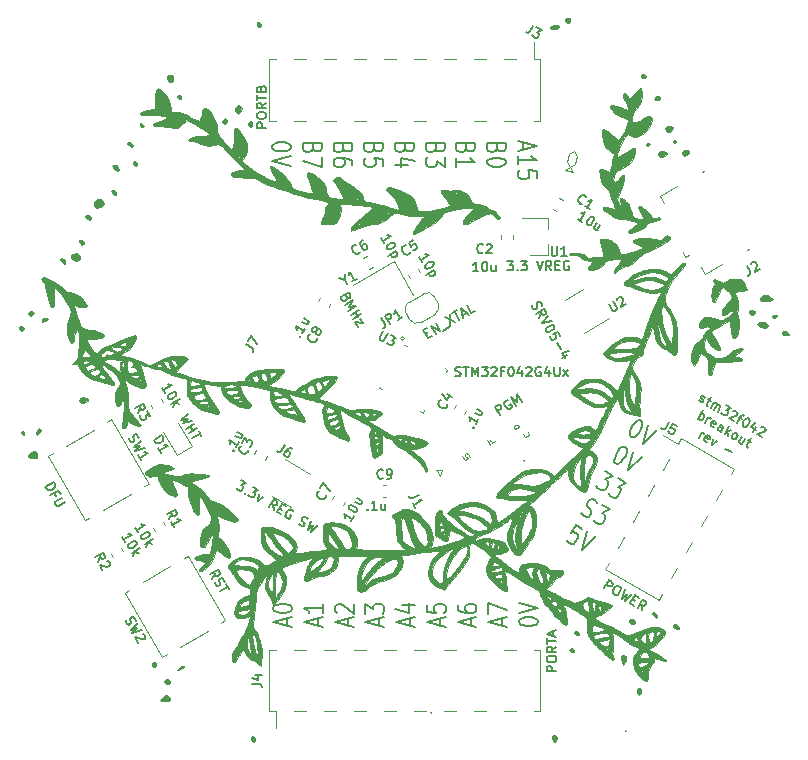
<source format=gto>
%TF.GenerationSoftware,KiCad,Pcbnew,5.1.6-c6e7f7d~86~ubuntu18.04.1*%
%TF.CreationDate,2020-07-24T20:28:44-07:00*%
%TF.ProjectId,stm32f042_breakout,73746d33-3266-4303-9432-5f627265616b,rev?*%
%TF.SameCoordinates,Original*%
%TF.FileFunction,Legend,Top*%
%TF.FilePolarity,Positive*%
%FSLAX46Y46*%
G04 Gerber Fmt 4.6, Leading zero omitted, Abs format (unit mm)*
G04 Created by KiCad (PCBNEW 5.1.6-c6e7f7d~86~ubuntu18.04.1) date 2020-07-24 20:28:44*
%MOMM*%
%LPD*%
G01*
G04 APERTURE LIST*
%ADD10C,0.200000*%
%ADD11C,0.150000*%
%ADD12C,0.120000*%
%ADD13C,0.010000*%
G04 APERTURE END LIST*
D10*
X178027333Y-51431619D02*
X178027333Y-52050666D01*
X177570190Y-51307809D02*
X179170190Y-51741142D01*
X177570190Y-52174476D01*
X177570190Y-53288761D02*
X177570190Y-52545904D01*
X177570190Y-52917333D02*
X179170190Y-52917333D01*
X178941619Y-52793523D01*
X178789238Y-52669714D01*
X178713047Y-52545904D01*
X179170190Y-54464952D02*
X179170190Y-53845904D01*
X178408285Y-53784000D01*
X178484476Y-53845904D01*
X178560666Y-53969714D01*
X178560666Y-54279238D01*
X178484476Y-54403047D01*
X178408285Y-54464952D01*
X178255904Y-54526857D01*
X177874952Y-54526857D01*
X177722571Y-54464952D01*
X177646380Y-54403047D01*
X177570190Y-54279238D01*
X177570190Y-53969714D01*
X177646380Y-53845904D01*
X177722571Y-53784000D01*
X175808285Y-51926857D02*
X175732095Y-52112571D01*
X175655904Y-52174476D01*
X175503523Y-52236380D01*
X175274952Y-52236380D01*
X175122571Y-52174476D01*
X175046380Y-52112571D01*
X174970190Y-51988761D01*
X174970190Y-51493523D01*
X176570190Y-51493523D01*
X176570190Y-51926857D01*
X176494000Y-52050666D01*
X176417809Y-52112571D01*
X176265428Y-52174476D01*
X176113047Y-52174476D01*
X175960666Y-52112571D01*
X175884476Y-52050666D01*
X175808285Y-51926857D01*
X175808285Y-51493523D01*
X176570190Y-53041142D02*
X176570190Y-53164952D01*
X176494000Y-53288761D01*
X176417809Y-53350666D01*
X176265428Y-53412571D01*
X175960666Y-53474476D01*
X175579714Y-53474476D01*
X175274952Y-53412571D01*
X175122571Y-53350666D01*
X175046380Y-53288761D01*
X174970190Y-53164952D01*
X174970190Y-53041142D01*
X175046380Y-52917333D01*
X175122571Y-52855428D01*
X175274952Y-52793523D01*
X175579714Y-52731619D01*
X175960666Y-52731619D01*
X176265428Y-52793523D01*
X176417809Y-52855428D01*
X176494000Y-52917333D01*
X176570190Y-53041142D01*
X173208285Y-51926857D02*
X173132095Y-52112571D01*
X173055904Y-52174476D01*
X172903523Y-52236380D01*
X172674952Y-52236380D01*
X172522571Y-52174476D01*
X172446380Y-52112571D01*
X172370190Y-51988761D01*
X172370190Y-51493523D01*
X173970190Y-51493523D01*
X173970190Y-51926857D01*
X173894000Y-52050666D01*
X173817809Y-52112571D01*
X173665428Y-52174476D01*
X173513047Y-52174476D01*
X173360666Y-52112571D01*
X173284476Y-52050666D01*
X173208285Y-51926857D01*
X173208285Y-51493523D01*
X172370190Y-53474476D02*
X172370190Y-52731619D01*
X172370190Y-53103047D02*
X173970190Y-53103047D01*
X173741619Y-52979238D01*
X173589238Y-52855428D01*
X173513047Y-52731619D01*
X170608285Y-51926857D02*
X170532095Y-52112571D01*
X170455904Y-52174476D01*
X170303523Y-52236380D01*
X170074952Y-52236380D01*
X169922571Y-52174476D01*
X169846380Y-52112571D01*
X169770190Y-51988761D01*
X169770190Y-51493523D01*
X171370190Y-51493523D01*
X171370190Y-51926857D01*
X171294000Y-52050666D01*
X171217809Y-52112571D01*
X171065428Y-52174476D01*
X170913047Y-52174476D01*
X170760666Y-52112571D01*
X170684476Y-52050666D01*
X170608285Y-51926857D01*
X170608285Y-51493523D01*
X171370190Y-52669714D02*
X171370190Y-53474476D01*
X170760666Y-53041142D01*
X170760666Y-53226857D01*
X170684476Y-53350666D01*
X170608285Y-53412571D01*
X170455904Y-53474476D01*
X170074952Y-53474476D01*
X169922571Y-53412571D01*
X169846380Y-53350666D01*
X169770190Y-53226857D01*
X169770190Y-52855428D01*
X169846380Y-52731619D01*
X169922571Y-52669714D01*
X168008285Y-51926857D02*
X167932095Y-52112571D01*
X167855904Y-52174476D01*
X167703523Y-52236380D01*
X167474952Y-52236380D01*
X167322571Y-52174476D01*
X167246380Y-52112571D01*
X167170190Y-51988761D01*
X167170190Y-51493523D01*
X168770190Y-51493523D01*
X168770190Y-51926857D01*
X168694000Y-52050666D01*
X168617809Y-52112571D01*
X168465428Y-52174476D01*
X168313047Y-52174476D01*
X168160666Y-52112571D01*
X168084476Y-52050666D01*
X168008285Y-51926857D01*
X168008285Y-51493523D01*
X168236857Y-53350666D02*
X167170190Y-53350666D01*
X168846380Y-53041142D02*
X167703523Y-52731619D01*
X167703523Y-53536380D01*
X165408285Y-51926857D02*
X165332095Y-52112571D01*
X165255904Y-52174476D01*
X165103523Y-52236380D01*
X164874952Y-52236380D01*
X164722571Y-52174476D01*
X164646380Y-52112571D01*
X164570190Y-51988761D01*
X164570190Y-51493523D01*
X166170190Y-51493523D01*
X166170190Y-51926857D01*
X166094000Y-52050666D01*
X166017809Y-52112571D01*
X165865428Y-52174476D01*
X165713047Y-52174476D01*
X165560666Y-52112571D01*
X165484476Y-52050666D01*
X165408285Y-51926857D01*
X165408285Y-51493523D01*
X166170190Y-53412571D02*
X166170190Y-52793523D01*
X165408285Y-52731619D01*
X165484476Y-52793523D01*
X165560666Y-52917333D01*
X165560666Y-53226857D01*
X165484476Y-53350666D01*
X165408285Y-53412571D01*
X165255904Y-53474476D01*
X164874952Y-53474476D01*
X164722571Y-53412571D01*
X164646380Y-53350666D01*
X164570190Y-53226857D01*
X164570190Y-52917333D01*
X164646380Y-52793523D01*
X164722571Y-52731619D01*
X162808285Y-51926857D02*
X162732095Y-52112571D01*
X162655904Y-52174476D01*
X162503523Y-52236380D01*
X162274952Y-52236380D01*
X162122571Y-52174476D01*
X162046380Y-52112571D01*
X161970190Y-51988761D01*
X161970190Y-51493523D01*
X163570190Y-51493523D01*
X163570190Y-51926857D01*
X163494000Y-52050666D01*
X163417809Y-52112571D01*
X163265428Y-52174476D01*
X163113047Y-52174476D01*
X162960666Y-52112571D01*
X162884476Y-52050666D01*
X162808285Y-51926857D01*
X162808285Y-51493523D01*
X163570190Y-53350666D02*
X163570190Y-53103047D01*
X163494000Y-52979238D01*
X163417809Y-52917333D01*
X163189238Y-52793523D01*
X162884476Y-52731619D01*
X162274952Y-52731619D01*
X162122571Y-52793523D01*
X162046380Y-52855428D01*
X161970190Y-52979238D01*
X161970190Y-53226857D01*
X162046380Y-53350666D01*
X162122571Y-53412571D01*
X162274952Y-53474476D01*
X162655904Y-53474476D01*
X162808285Y-53412571D01*
X162884476Y-53350666D01*
X162960666Y-53226857D01*
X162960666Y-52979238D01*
X162884476Y-52855428D01*
X162808285Y-52793523D01*
X162655904Y-52731619D01*
X160208285Y-51926857D02*
X160132095Y-52112571D01*
X160055904Y-52174476D01*
X159903523Y-52236380D01*
X159674952Y-52236380D01*
X159522571Y-52174476D01*
X159446380Y-52112571D01*
X159370190Y-51988761D01*
X159370190Y-51493523D01*
X160970190Y-51493523D01*
X160970190Y-51926857D01*
X160894000Y-52050666D01*
X160817809Y-52112571D01*
X160665428Y-52174476D01*
X160513047Y-52174476D01*
X160360666Y-52112571D01*
X160284476Y-52050666D01*
X160208285Y-51926857D01*
X160208285Y-51493523D01*
X160970190Y-52669714D02*
X160970190Y-53536380D01*
X159370190Y-52979238D01*
X158370190Y-51741142D02*
X158370190Y-51864952D01*
X158294000Y-51988761D01*
X158217809Y-52050666D01*
X158065428Y-52112571D01*
X157760666Y-52174476D01*
X157379714Y-52174476D01*
X157074952Y-52112571D01*
X156922571Y-52050666D01*
X156846380Y-51988761D01*
X156770190Y-51864952D01*
X156770190Y-51741142D01*
X156846380Y-51617333D01*
X156922571Y-51555428D01*
X157074952Y-51493523D01*
X157379714Y-51431619D01*
X157760666Y-51431619D01*
X158065428Y-51493523D01*
X158217809Y-51555428D01*
X158294000Y-51617333D01*
X158370190Y-51741142D01*
X158370190Y-52545904D02*
X156770190Y-52979238D01*
X158370190Y-53412571D01*
D11*
X192929283Y-73269959D02*
X192976219Y-73341046D01*
X193108185Y-73417237D01*
X193193215Y-73422340D01*
X193264302Y-73375405D01*
X193283349Y-73342414D01*
X193288453Y-73257383D01*
X193241518Y-73186296D01*
X193142544Y-73129154D01*
X193095608Y-73058067D01*
X193100712Y-72973036D01*
X193119760Y-72940045D01*
X193190846Y-72893110D01*
X193275877Y-72898214D01*
X193374851Y-72955356D01*
X193421786Y-73026443D01*
X193671774Y-73126785D02*
X193935706Y-73279166D01*
X193904082Y-72952988D02*
X193561225Y-73546834D01*
X193556121Y-73631864D01*
X193603056Y-73702951D01*
X193669039Y-73741046D01*
X193899979Y-73874379D02*
X194166646Y-73412499D01*
X194128551Y-73478482D02*
X194180590Y-73464538D01*
X194265620Y-73469642D01*
X194364595Y-73526785D01*
X194411530Y-73597872D01*
X194406426Y-73682902D01*
X194196902Y-74045808D01*
X194406426Y-73682902D02*
X194477513Y-73635967D01*
X194562543Y-73641071D01*
X194661518Y-73698214D01*
X194708453Y-73769300D01*
X194703349Y-73854331D01*
X194493825Y-74217237D01*
X195157757Y-73676797D02*
X195586646Y-73924416D01*
X195203324Y-74055014D01*
X195302299Y-74112157D01*
X195349234Y-74183244D01*
X195363178Y-74235283D01*
X195358074Y-74320314D01*
X195262836Y-74485271D01*
X195191749Y-74532206D01*
X195139710Y-74546150D01*
X195054680Y-74541046D01*
X194856731Y-74426760D01*
X194809796Y-74355674D01*
X194795852Y-74303635D01*
X195812482Y-74142780D02*
X195864521Y-74128836D01*
X195949551Y-74133940D01*
X196114509Y-74229178D01*
X196161444Y-74300265D01*
X196175388Y-74352304D01*
X196170284Y-74437334D01*
X196132189Y-74503317D01*
X196042054Y-74583244D01*
X195417586Y-74750570D01*
X195846474Y-74998189D01*
X196311090Y-74650594D02*
X196575021Y-74802975D01*
X196143397Y-75169618D02*
X196486255Y-74575772D01*
X196557341Y-74528836D01*
X196642372Y-74533940D01*
X196708355Y-74572035D01*
X197071260Y-74781559D02*
X197137243Y-74819654D01*
X197184179Y-74890741D01*
X197198122Y-74942780D01*
X197193019Y-75027811D01*
X197149820Y-75178824D01*
X197054582Y-75343781D01*
X196945400Y-75456699D01*
X196874313Y-75503635D01*
X196822274Y-75517578D01*
X196737243Y-75512475D01*
X196671260Y-75474379D01*
X196624325Y-75403293D01*
X196610381Y-75351254D01*
X196615485Y-75266223D01*
X196658684Y-75115210D01*
X196753922Y-74950253D01*
X196863104Y-74837334D01*
X196934191Y-74790399D01*
X196986230Y-74776455D01*
X197071260Y-74781559D01*
X197762713Y-75488690D02*
X197496047Y-75950570D01*
X197750137Y-75129520D02*
X197299465Y-75529154D01*
X197728354Y-75776773D01*
X198187866Y-75514209D02*
X198239905Y-75500265D01*
X198324935Y-75505369D01*
X198489893Y-75600607D01*
X198536828Y-75671693D01*
X198550772Y-75723732D01*
X198545668Y-75808763D01*
X198507573Y-75874746D01*
X198417438Y-75954673D01*
X197792970Y-76121999D01*
X198221858Y-76369618D01*
X192812586Y-74805418D02*
X193212586Y-74112598D01*
X193060205Y-74376529D02*
X193145236Y-74381633D01*
X193277201Y-74457824D01*
X193324137Y-74528910D01*
X193338081Y-74580949D01*
X193332977Y-74665980D01*
X193218691Y-74863929D01*
X193147604Y-74910864D01*
X193095565Y-74924808D01*
X193010535Y-74919704D01*
X192878569Y-74843513D01*
X192831634Y-74772427D01*
X193439424Y-75167323D02*
X193706090Y-74705443D01*
X193629900Y-74837409D02*
X193700986Y-74790473D01*
X193753026Y-74776529D01*
X193838056Y-74781633D01*
X193904039Y-74819728D01*
X194151292Y-75534332D02*
X194066261Y-75529228D01*
X193934295Y-75453037D01*
X193887360Y-75381951D01*
X193892464Y-75296920D01*
X194044845Y-75032989D01*
X194115931Y-74986053D01*
X194200962Y-74991157D01*
X194332928Y-75067348D01*
X194379863Y-75138434D01*
X194374759Y-75223465D01*
X194336664Y-75289448D01*
X193968654Y-75164954D01*
X194759081Y-75929228D02*
X194968605Y-75566322D01*
X194973709Y-75481291D01*
X194926774Y-75410205D01*
X194794808Y-75334014D01*
X194709777Y-75328910D01*
X194778129Y-75896236D02*
X194693098Y-75891133D01*
X194528141Y-75795894D01*
X194481206Y-75724808D01*
X194486310Y-75639777D01*
X194524405Y-75573794D01*
X194595492Y-75526859D01*
X194680522Y-75531963D01*
X194845479Y-75627201D01*
X194930510Y-75632305D01*
X195088996Y-76119704D02*
X195488996Y-75426884D01*
X195307360Y-75893868D02*
X195352927Y-76272085D01*
X195619594Y-75810205D02*
X195203281Y-75921755D01*
X195748825Y-76500656D02*
X195701889Y-76429570D01*
X195687946Y-76377531D01*
X195693049Y-76292500D01*
X195807335Y-76094551D01*
X195878422Y-76047616D01*
X195930461Y-76033672D01*
X196015491Y-76038776D01*
X196114466Y-76095919D01*
X196161401Y-76167006D01*
X196175345Y-76219045D01*
X196170241Y-76304075D01*
X196055955Y-76502024D01*
X195984869Y-76548959D01*
X195932830Y-76562903D01*
X195847799Y-76557799D01*
X195748825Y-76500656D01*
X196840277Y-76514967D02*
X196573611Y-76976847D01*
X196543354Y-76343538D02*
X196333831Y-76706444D01*
X196328727Y-76791474D01*
X196375662Y-76862561D01*
X196474636Y-76919704D01*
X196559667Y-76924808D01*
X196611706Y-76910864D01*
X197071218Y-76648300D02*
X197335149Y-76800681D01*
X197303525Y-76474503D02*
X196960668Y-77068349D01*
X196955564Y-77153379D01*
X197002500Y-77224466D01*
X197068482Y-77262561D01*
X192912885Y-76422171D02*
X193179552Y-75960291D01*
X193103361Y-76092257D02*
X193174448Y-76045322D01*
X193226487Y-76031378D01*
X193311518Y-76036482D01*
X193377500Y-76074577D01*
X193624753Y-76789180D02*
X193539723Y-76784076D01*
X193407757Y-76707886D01*
X193360821Y-76636799D01*
X193365925Y-76551768D01*
X193518306Y-76287837D01*
X193589393Y-76240902D01*
X193674423Y-76246005D01*
X193806389Y-76322196D01*
X193853324Y-76393282D01*
X193848221Y-76478313D01*
X193810125Y-76544296D01*
X193442116Y-76419803D01*
X194136304Y-76512672D02*
X194034594Y-77069790D01*
X194466218Y-76703148D01*
X195143727Y-77358240D02*
X195671590Y-77663002D01*
D10*
X187921984Y-74946340D02*
X188029206Y-75008245D01*
X188098333Y-75136133D01*
X188113849Y-75233068D01*
X188091269Y-75395986D01*
X187992500Y-75690870D01*
X187802023Y-76020785D01*
X187596031Y-76253764D01*
X187466230Y-76354777D01*
X187374523Y-76389808D01*
X187229206Y-76393886D01*
X187121984Y-76331981D01*
X187052857Y-76204093D01*
X187037341Y-76107158D01*
X187059920Y-75944240D01*
X187158690Y-75649356D01*
X187349166Y-75319442D01*
X187555158Y-75086463D01*
X187684960Y-74985449D01*
X187776666Y-74950419D01*
X187921984Y-74946340D01*
X188618928Y-75348721D02*
X188194206Y-76951029D01*
X189369483Y-75782055D01*
X186621984Y-77198006D02*
X186729206Y-77259911D01*
X186798333Y-77387799D01*
X186813849Y-77484734D01*
X186791269Y-77647652D01*
X186692500Y-77942536D01*
X186502023Y-78272451D01*
X186296031Y-78505430D01*
X186166230Y-78606443D01*
X186074523Y-78641474D01*
X185929206Y-78645552D01*
X185821984Y-78583647D01*
X185752857Y-78455759D01*
X185737341Y-78358824D01*
X185759920Y-78195906D01*
X185858690Y-77901022D01*
X186049166Y-77571108D01*
X186255158Y-77338129D01*
X186384960Y-77237115D01*
X186476666Y-77202085D01*
X186621984Y-77198006D01*
X187318928Y-77600387D02*
X186894206Y-79202695D01*
X188069483Y-78033721D01*
X184946706Y-79233006D02*
X185643650Y-79635387D01*
X184963611Y-79946583D01*
X185124444Y-80039440D01*
X185193571Y-80167328D01*
X185209087Y-80264263D01*
X185186507Y-80427181D01*
X184996031Y-80757096D01*
X184866230Y-80858109D01*
X184774523Y-80893140D01*
X184629206Y-80897218D01*
X184307539Y-80711504D01*
X184238412Y-80583616D01*
X184222897Y-80486681D01*
X186018928Y-79852053D02*
X186715872Y-80254434D01*
X186035833Y-80565631D01*
X186196666Y-80658488D01*
X186265793Y-80786376D01*
X186281309Y-80883311D01*
X186258729Y-81046229D01*
X186068253Y-81376143D01*
X185938452Y-81477157D01*
X185846745Y-81512187D01*
X185701428Y-81516266D01*
X185379761Y-81330551D01*
X185310634Y-81202664D01*
X185295119Y-81105728D01*
X182938412Y-82835282D02*
X183061150Y-82994122D01*
X183329206Y-83148884D01*
X183474523Y-83144806D01*
X183566230Y-83109775D01*
X183696031Y-83008762D01*
X183772222Y-82876796D01*
X183794801Y-82713878D01*
X183779285Y-82616943D01*
X183710158Y-82489055D01*
X183533809Y-82299263D01*
X183464682Y-82171375D01*
X183449166Y-82074440D01*
X183471746Y-81911522D01*
X183547936Y-81779556D01*
X183677738Y-81678542D01*
X183769444Y-81643512D01*
X183914762Y-81639434D01*
X184182817Y-81794196D01*
X184305555Y-81953036D01*
X184718928Y-82103719D02*
X185415872Y-82506100D01*
X184735833Y-82817297D01*
X184896666Y-82910154D01*
X184965793Y-83038042D01*
X184981309Y-83134977D01*
X184958729Y-83297895D01*
X184768253Y-83627809D01*
X184638452Y-83728823D01*
X184546745Y-83763853D01*
X184401428Y-83767932D01*
X184079761Y-83582217D01*
X184010634Y-83454330D01*
X183995119Y-83357394D01*
X183043650Y-84138719D02*
X182507539Y-83829195D01*
X182072976Y-84458071D01*
X182164682Y-84423041D01*
X182310000Y-84418963D01*
X182578055Y-84573725D01*
X182647182Y-84701612D01*
X182662698Y-84798548D01*
X182640119Y-84961466D01*
X182449642Y-85291380D01*
X182319841Y-85392394D01*
X182228134Y-85427424D01*
X182082817Y-85431502D01*
X181814762Y-85276740D01*
X181745635Y-85148853D01*
X181730119Y-85051917D01*
X183418928Y-84355385D02*
X182994206Y-85957693D01*
X184169483Y-84788719D01*
X158014666Y-92368571D02*
X158014666Y-91749523D01*
X158471809Y-92492380D02*
X156871809Y-92059047D01*
X158471809Y-91625714D01*
X156871809Y-90944761D02*
X156871809Y-90820952D01*
X156948000Y-90697142D01*
X157024190Y-90635238D01*
X157176571Y-90573333D01*
X157481333Y-90511428D01*
X157862285Y-90511428D01*
X158167047Y-90573333D01*
X158319428Y-90635238D01*
X158395619Y-90697142D01*
X158471809Y-90820952D01*
X158471809Y-90944761D01*
X158395619Y-91068571D01*
X158319428Y-91130476D01*
X158167047Y-91192380D01*
X157862285Y-91254285D01*
X157481333Y-91254285D01*
X157176571Y-91192380D01*
X157024190Y-91130476D01*
X156948000Y-91068571D01*
X156871809Y-90944761D01*
X160614666Y-92368571D02*
X160614666Y-91749523D01*
X161071809Y-92492380D02*
X159471809Y-92059047D01*
X161071809Y-91625714D01*
X161071809Y-90511428D02*
X161071809Y-91254285D01*
X161071809Y-90882857D02*
X159471809Y-90882857D01*
X159700380Y-91006666D01*
X159852761Y-91130476D01*
X159928952Y-91254285D01*
X163214666Y-92368571D02*
X163214666Y-91749523D01*
X163671809Y-92492380D02*
X162071809Y-92059047D01*
X163671809Y-91625714D01*
X162224190Y-91254285D02*
X162148000Y-91192380D01*
X162071809Y-91068571D01*
X162071809Y-90759047D01*
X162148000Y-90635238D01*
X162224190Y-90573333D01*
X162376571Y-90511428D01*
X162528952Y-90511428D01*
X162757523Y-90573333D01*
X163671809Y-91316190D01*
X163671809Y-90511428D01*
X165814666Y-92368571D02*
X165814666Y-91749523D01*
X166271809Y-92492380D02*
X164671809Y-92059047D01*
X166271809Y-91625714D01*
X164671809Y-91316190D02*
X164671809Y-90511428D01*
X165281333Y-90944761D01*
X165281333Y-90759047D01*
X165357523Y-90635238D01*
X165433714Y-90573333D01*
X165586095Y-90511428D01*
X165967047Y-90511428D01*
X166119428Y-90573333D01*
X166195619Y-90635238D01*
X166271809Y-90759047D01*
X166271809Y-91130476D01*
X166195619Y-91254285D01*
X166119428Y-91316190D01*
X168414666Y-92368571D02*
X168414666Y-91749523D01*
X168871809Y-92492380D02*
X167271809Y-92059047D01*
X168871809Y-91625714D01*
X167805142Y-90635238D02*
X168871809Y-90635238D01*
X167195619Y-90944761D02*
X168338476Y-91254285D01*
X168338476Y-90449523D01*
X171014666Y-92368571D02*
X171014666Y-91749523D01*
X171471809Y-92492380D02*
X169871809Y-92059047D01*
X171471809Y-91625714D01*
X169871809Y-90573333D02*
X169871809Y-91192380D01*
X170633714Y-91254285D01*
X170557523Y-91192380D01*
X170481333Y-91068571D01*
X170481333Y-90759047D01*
X170557523Y-90635238D01*
X170633714Y-90573333D01*
X170786095Y-90511428D01*
X171167047Y-90511428D01*
X171319428Y-90573333D01*
X171395619Y-90635238D01*
X171471809Y-90759047D01*
X171471809Y-91068571D01*
X171395619Y-91192380D01*
X171319428Y-91254285D01*
X173614666Y-92368571D02*
X173614666Y-91749523D01*
X174071809Y-92492380D02*
X172471809Y-92059047D01*
X174071809Y-91625714D01*
X172471809Y-90635238D02*
X172471809Y-90882857D01*
X172548000Y-91006666D01*
X172624190Y-91068571D01*
X172852761Y-91192380D01*
X173157523Y-91254285D01*
X173767047Y-91254285D01*
X173919428Y-91192380D01*
X173995619Y-91130476D01*
X174071809Y-91006666D01*
X174071809Y-90759047D01*
X173995619Y-90635238D01*
X173919428Y-90573333D01*
X173767047Y-90511428D01*
X173386095Y-90511428D01*
X173233714Y-90573333D01*
X173157523Y-90635238D01*
X173081333Y-90759047D01*
X173081333Y-91006666D01*
X173157523Y-91130476D01*
X173233714Y-91192380D01*
X173386095Y-91254285D01*
X176214666Y-92368571D02*
X176214666Y-91749523D01*
X176671809Y-92492380D02*
X175071809Y-92059047D01*
X176671809Y-91625714D01*
X175071809Y-91316190D02*
X175071809Y-90449523D01*
X176671809Y-91006666D01*
X177671809Y-92059047D02*
X177671809Y-91935238D01*
X177748000Y-91811428D01*
X177824190Y-91749523D01*
X177976571Y-91687619D01*
X178281333Y-91625714D01*
X178662285Y-91625714D01*
X178967047Y-91687619D01*
X179119428Y-91749523D01*
X179195619Y-91811428D01*
X179271809Y-91935238D01*
X179271809Y-92059047D01*
X179195619Y-92182857D01*
X179119428Y-92244761D01*
X178967047Y-92306666D01*
X178662285Y-92368571D01*
X178281333Y-92368571D01*
X177976571Y-92306666D01*
X177824190Y-92244761D01*
X177748000Y-92182857D01*
X177671809Y-92059047D01*
X177671809Y-91254285D02*
X179271809Y-90820952D01*
X177671809Y-90387619D01*
D12*
X181730236Y-53091823D02*
X182238236Y-53971705D01*
X181916177Y-52397882D02*
X181730236Y-53091823D01*
X182356118Y-52143882D02*
X181916177Y-52397882D01*
X182610118Y-52583823D02*
X182356118Y-52143882D01*
X182424177Y-53277764D02*
X182610118Y-52583823D01*
X181544295Y-53785764D02*
X182424177Y-53277764D01*
X182238236Y-53971705D02*
X181544295Y-53785764D01*
X168011293Y-68030908D02*
G75*
G03*
X168011293Y-68030908I-178253J0D01*
G01*
D13*
%TO.C,J15*%
G36*
X200021181Y-67401164D02*
G01*
X200160741Y-67362906D01*
X200366807Y-67467045D01*
X200546237Y-67622085D01*
X200561303Y-67714724D01*
X200408993Y-67755337D01*
X200281882Y-67759408D01*
X200067511Y-67739011D01*
X199981405Y-67660903D01*
X199972126Y-67587627D01*
X200021181Y-67401164D01*
G37*
X200021181Y-67401164D02*
X200160741Y-67362906D01*
X200366807Y-67467045D01*
X200546237Y-67622085D01*
X200561303Y-67714724D01*
X200408993Y-67755337D01*
X200281882Y-67759408D01*
X200067511Y-67739011D01*
X199981405Y-67660903D01*
X199972126Y-67587627D01*
X200021181Y-67401164D01*
G36*
X199103648Y-66188502D02*
G01*
X199204650Y-66054730D01*
X199331392Y-66005343D01*
X199497401Y-66020002D01*
X199512630Y-66119950D01*
X199423415Y-66237178D01*
X199264508Y-66333980D01*
X199138612Y-66317140D01*
X199102453Y-66195293D01*
X199103648Y-66188502D01*
G37*
X199103648Y-66188502D02*
X199204650Y-66054730D01*
X199331392Y-66005343D01*
X199497401Y-66020002D01*
X199512630Y-66119950D01*
X199423415Y-66237178D01*
X199264508Y-66333980D01*
X199138612Y-66317140D01*
X199102453Y-66195293D01*
X199103648Y-66188502D01*
G36*
X198171947Y-64519984D02*
G01*
X198354290Y-64353609D01*
X198517090Y-64307840D01*
X198683056Y-64350031D01*
X198872631Y-64452978D01*
X199039108Y-64581239D01*
X199135777Y-64699372D01*
X199123759Y-64768163D01*
X198821229Y-64868949D01*
X198481736Y-64881932D01*
X198280915Y-64834841D01*
X198114284Y-64752254D01*
X198090346Y-64662938D01*
X198171947Y-64519984D01*
G37*
X198171947Y-64519984D02*
X198354290Y-64353609D01*
X198517090Y-64307840D01*
X198683056Y-64350031D01*
X198872631Y-64452978D01*
X199039108Y-64581239D01*
X199135777Y-64699372D01*
X199123759Y-64768163D01*
X198821229Y-64868949D01*
X198481736Y-64881932D01*
X198280915Y-64834841D01*
X198114284Y-64752254D01*
X198090346Y-64662938D01*
X198171947Y-64519984D01*
G36*
X197880378Y-66690790D02*
G01*
X198066906Y-66634583D01*
X198298750Y-66620009D01*
X198511248Y-66653490D01*
X198606525Y-66702513D01*
X198720954Y-66871998D01*
X198696638Y-67033515D01*
X198597025Y-67109166D01*
X198420507Y-67115874D01*
X198190247Y-67055468D01*
X197970925Y-66954612D01*
X197827222Y-66839966D01*
X197803833Y-66782210D01*
X197880378Y-66690790D01*
G37*
X197880378Y-66690790D02*
X198066906Y-66634583D01*
X198298750Y-66620009D01*
X198511248Y-66653490D01*
X198606525Y-66702513D01*
X198720954Y-66871998D01*
X198696638Y-67033515D01*
X198597025Y-67109166D01*
X198420507Y-67115874D01*
X198190247Y-67055468D01*
X197970925Y-66954612D01*
X197827222Y-66839966D01*
X197803833Y-66782210D01*
X197880378Y-66690790D01*
G36*
X197186460Y-65679084D02*
G01*
X197353090Y-65636441D01*
X197405575Y-65635366D01*
X197612572Y-65682821D01*
X197671320Y-65803313D01*
X197568114Y-65964026D01*
X197549545Y-65980063D01*
X197370479Y-66040609D01*
X197209744Y-65971025D01*
X197140070Y-65802901D01*
X197186460Y-65679084D01*
G37*
X197186460Y-65679084D02*
X197353090Y-65636441D01*
X197405575Y-65635366D01*
X197612572Y-65682821D01*
X197671320Y-65803313D01*
X197568114Y-65964026D01*
X197549545Y-65980063D01*
X197370479Y-66040609D01*
X197209744Y-65971025D01*
X197140070Y-65802901D01*
X197186460Y-65679084D01*
G36*
X192217111Y-69447077D02*
G01*
X192303871Y-69047848D01*
X192462655Y-68679793D01*
X192678915Y-68397964D01*
X192795448Y-68311422D01*
X193006705Y-68136167D01*
X193209861Y-67884831D01*
X193259095Y-67804543D01*
X193430758Y-67544688D01*
X193616862Y-67328731D01*
X193668023Y-67283385D01*
X193803509Y-67132335D01*
X193783593Y-67036493D01*
X193625528Y-67012060D01*
X193421457Y-67051835D01*
X193103866Y-67112914D01*
X192923273Y-67069350D01*
X192870184Y-66915853D01*
X192897996Y-66760094D01*
X193062352Y-66421698D01*
X193322631Y-66232056D01*
X193678723Y-66191240D01*
X193744647Y-66198535D01*
X194076771Y-66272772D01*
X194401966Y-66387548D01*
X194435248Y-66402822D01*
X194654383Y-66495924D01*
X194810158Y-66504956D01*
X194996051Y-66427895D01*
X195069004Y-66389121D01*
X195336817Y-66224128D01*
X195560083Y-66050184D01*
X195721703Y-65889378D01*
X195804581Y-65763802D01*
X195791618Y-65695547D01*
X195665719Y-65706704D01*
X195569164Y-65742878D01*
X195334729Y-65863861D01*
X195174202Y-65972968D01*
X194999305Y-66054093D01*
X194891810Y-66049145D01*
X194824430Y-65942311D01*
X194857803Y-65742311D01*
X194974302Y-65487569D01*
X195156301Y-65216510D01*
X195386172Y-64967559D01*
X195389266Y-64964757D01*
X195621504Y-64714473D01*
X195690245Y-64530829D01*
X195684695Y-64502960D01*
X195588412Y-64331298D01*
X195416667Y-64117123D01*
X195214521Y-63907321D01*
X195027036Y-63748782D01*
X194901796Y-63688327D01*
X194802883Y-63765266D01*
X194701609Y-63958364D01*
X194670448Y-64049108D01*
X194535206Y-64422037D01*
X194381368Y-64723428D01*
X194230128Y-64917544D01*
X194123403Y-64971603D01*
X194031889Y-64893272D01*
X193977911Y-64691018D01*
X193961707Y-64413945D01*
X193983517Y-64111160D01*
X194043581Y-63831767D01*
X194117014Y-63661878D01*
X194224856Y-63440185D01*
X194220906Y-63284532D01*
X194191066Y-63227938D01*
X194129722Y-63070617D01*
X194202380Y-63011272D01*
X194393430Y-63053293D01*
X194584750Y-63142428D01*
X194947812Y-63336220D01*
X195243727Y-63153334D01*
X195529323Y-63034179D01*
X195873768Y-62969642D01*
X196212863Y-62963825D01*
X196482409Y-63020832D01*
X196564926Y-63068913D01*
X196695047Y-63234287D01*
X196830568Y-63486173D01*
X196932306Y-63742942D01*
X196963044Y-63898265D01*
X196882693Y-63962919D01*
X196673402Y-64001416D01*
X196576368Y-64006296D01*
X196299335Y-64024623D01*
X196079209Y-64060362D01*
X196035792Y-64073574D01*
X195935018Y-64133571D01*
X195951623Y-64232327D01*
X196013157Y-64333009D01*
X196126742Y-64602847D01*
X196199978Y-64960953D01*
X196223114Y-65327761D01*
X196186396Y-65623707D01*
X196175366Y-65656431D01*
X196132584Y-65902033D01*
X196204605Y-66181746D01*
X196214100Y-66204871D01*
X196320522Y-66573433D01*
X196327148Y-66967926D01*
X196233589Y-67443004D01*
X196204522Y-67546658D01*
X196079675Y-67870497D01*
X195950641Y-68023602D01*
X195827134Y-68011694D01*
X195812544Y-67988624D01*
X195812544Y-63334320D01*
X195885391Y-63301939D01*
X195871545Y-63275319D01*
X195766514Y-63264727D01*
X195753543Y-63275319D01*
X195765691Y-63327933D01*
X195812544Y-63334320D01*
X195812544Y-67988624D01*
X195718868Y-67840496D01*
X195635557Y-67515729D01*
X195596355Y-67188434D01*
X195567103Y-66879443D01*
X195536191Y-66647843D01*
X195510189Y-66542594D01*
X195509622Y-66541968D01*
X195415132Y-66558746D01*
X195213411Y-66647371D01*
X194946724Y-66784926D01*
X194657339Y-66948496D01*
X194387524Y-67115163D01*
X194179547Y-67262013D01*
X194175261Y-67265427D01*
X193909756Y-67477838D01*
X194098374Y-67733574D01*
X194268983Y-67991832D01*
X194437133Y-68290271D01*
X194581324Y-68584202D01*
X194680057Y-68828934D01*
X194711832Y-68979778D01*
X194706610Y-68997885D01*
X194591330Y-69038961D01*
X194399540Y-68974396D01*
X194171063Y-68831955D01*
X193945718Y-68639404D01*
X193763327Y-68424507D01*
X193687100Y-68287034D01*
X193580857Y-68099127D01*
X193478950Y-68020579D01*
X193415085Y-68075351D01*
X193411702Y-68091289D01*
X193348546Y-68500384D01*
X193336708Y-68784245D01*
X193393571Y-68991363D01*
X193536522Y-69170224D01*
X193782946Y-69369316D01*
X193900909Y-69455696D01*
X194305944Y-69665530D01*
X194709324Y-69720716D01*
X195079981Y-69621755D01*
X195331352Y-69432688D01*
X195569082Y-69223248D01*
X195851130Y-69033322D01*
X196134257Y-68884943D01*
X196375222Y-68800141D01*
X196530788Y-68800948D01*
X196547541Y-68813011D01*
X196610163Y-68910345D01*
X196603159Y-68933323D01*
X196520520Y-69001607D01*
X196347953Y-69149832D01*
X196193778Y-69283966D01*
X195822747Y-69608265D01*
X196186899Y-69635230D01*
X196437706Y-69682262D01*
X196572568Y-69762555D01*
X196572663Y-69852110D01*
X196419169Y-69926923D01*
X196416218Y-69927658D01*
X196245380Y-69950380D01*
X195944041Y-69972151D01*
X195558689Y-69990138D01*
X195237282Y-69999553D01*
X194263763Y-70020711D01*
X194158131Y-70328213D01*
X194083391Y-70610299D01*
X194047752Y-70870119D01*
X194047504Y-70879094D01*
X194008537Y-71064226D01*
X193882309Y-71122126D01*
X193865505Y-71122474D01*
X193769964Y-71101364D01*
X193709300Y-71018606D01*
X193678035Y-70845058D01*
X193670689Y-70551577D01*
X193680717Y-70139696D01*
X193674548Y-69872541D01*
X193608289Y-69700384D01*
X193445451Y-69542798D01*
X193390598Y-69500232D01*
X193086499Y-69268284D01*
X192944992Y-69484251D01*
X192840539Y-69679352D01*
X192801517Y-69813959D01*
X192749606Y-69961578D01*
X192635713Y-70140809D01*
X192471877Y-70353917D01*
X192317852Y-70118844D01*
X192216923Y-69822427D01*
X192217111Y-69447077D01*
G37*
X192217111Y-69447077D02*
X192303871Y-69047848D01*
X192462655Y-68679793D01*
X192678915Y-68397964D01*
X192795448Y-68311422D01*
X193006705Y-68136167D01*
X193209861Y-67884831D01*
X193259095Y-67804543D01*
X193430758Y-67544688D01*
X193616862Y-67328731D01*
X193668023Y-67283385D01*
X193803509Y-67132335D01*
X193783593Y-67036493D01*
X193625528Y-67012060D01*
X193421457Y-67051835D01*
X193103866Y-67112914D01*
X192923273Y-67069350D01*
X192870184Y-66915853D01*
X192897996Y-66760094D01*
X193062352Y-66421698D01*
X193322631Y-66232056D01*
X193678723Y-66191240D01*
X193744647Y-66198535D01*
X194076771Y-66272772D01*
X194401966Y-66387548D01*
X194435248Y-66402822D01*
X194654383Y-66495924D01*
X194810158Y-66504956D01*
X194996051Y-66427895D01*
X195069004Y-66389121D01*
X195336817Y-66224128D01*
X195560083Y-66050184D01*
X195721703Y-65889378D01*
X195804581Y-65763802D01*
X195791618Y-65695547D01*
X195665719Y-65706704D01*
X195569164Y-65742878D01*
X195334729Y-65863861D01*
X195174202Y-65972968D01*
X194999305Y-66054093D01*
X194891810Y-66049145D01*
X194824430Y-65942311D01*
X194857803Y-65742311D01*
X194974302Y-65487569D01*
X195156301Y-65216510D01*
X195386172Y-64967559D01*
X195389266Y-64964757D01*
X195621504Y-64714473D01*
X195690245Y-64530829D01*
X195684695Y-64502960D01*
X195588412Y-64331298D01*
X195416667Y-64117123D01*
X195214521Y-63907321D01*
X195027036Y-63748782D01*
X194901796Y-63688327D01*
X194802883Y-63765266D01*
X194701609Y-63958364D01*
X194670448Y-64049108D01*
X194535206Y-64422037D01*
X194381368Y-64723428D01*
X194230128Y-64917544D01*
X194123403Y-64971603D01*
X194031889Y-64893272D01*
X193977911Y-64691018D01*
X193961707Y-64413945D01*
X193983517Y-64111160D01*
X194043581Y-63831767D01*
X194117014Y-63661878D01*
X194224856Y-63440185D01*
X194220906Y-63284532D01*
X194191066Y-63227938D01*
X194129722Y-63070617D01*
X194202380Y-63011272D01*
X194393430Y-63053293D01*
X194584750Y-63142428D01*
X194947812Y-63336220D01*
X195243727Y-63153334D01*
X195529323Y-63034179D01*
X195873768Y-62969642D01*
X196212863Y-62963825D01*
X196482409Y-63020832D01*
X196564926Y-63068913D01*
X196695047Y-63234287D01*
X196830568Y-63486173D01*
X196932306Y-63742942D01*
X196963044Y-63898265D01*
X196882693Y-63962919D01*
X196673402Y-64001416D01*
X196576368Y-64006296D01*
X196299335Y-64024623D01*
X196079209Y-64060362D01*
X196035792Y-64073574D01*
X195935018Y-64133571D01*
X195951623Y-64232327D01*
X196013157Y-64333009D01*
X196126742Y-64602847D01*
X196199978Y-64960953D01*
X196223114Y-65327761D01*
X196186396Y-65623707D01*
X196175366Y-65656431D01*
X196132584Y-65902033D01*
X196204605Y-66181746D01*
X196214100Y-66204871D01*
X196320522Y-66573433D01*
X196327148Y-66967926D01*
X196233589Y-67443004D01*
X196204522Y-67546658D01*
X196079675Y-67870497D01*
X195950641Y-68023602D01*
X195827134Y-68011694D01*
X195812544Y-67988624D01*
X195812544Y-63334320D01*
X195885391Y-63301939D01*
X195871545Y-63275319D01*
X195766514Y-63264727D01*
X195753543Y-63275319D01*
X195765691Y-63327933D01*
X195812544Y-63334320D01*
X195812544Y-67988624D01*
X195718868Y-67840496D01*
X195635557Y-67515729D01*
X195596355Y-67188434D01*
X195567103Y-66879443D01*
X195536191Y-66647843D01*
X195510189Y-66542594D01*
X195509622Y-66541968D01*
X195415132Y-66558746D01*
X195213411Y-66647371D01*
X194946724Y-66784926D01*
X194657339Y-66948496D01*
X194387524Y-67115163D01*
X194179547Y-67262013D01*
X194175261Y-67265427D01*
X193909756Y-67477838D01*
X194098374Y-67733574D01*
X194268983Y-67991832D01*
X194437133Y-68290271D01*
X194581324Y-68584202D01*
X194680057Y-68828934D01*
X194711832Y-68979778D01*
X194706610Y-68997885D01*
X194591330Y-69038961D01*
X194399540Y-68974396D01*
X194171063Y-68831955D01*
X193945718Y-68639404D01*
X193763327Y-68424507D01*
X193687100Y-68287034D01*
X193580857Y-68099127D01*
X193478950Y-68020579D01*
X193415085Y-68075351D01*
X193411702Y-68091289D01*
X193348546Y-68500384D01*
X193336708Y-68784245D01*
X193393571Y-68991363D01*
X193536522Y-69170224D01*
X193782946Y-69369316D01*
X193900909Y-69455696D01*
X194305944Y-69665530D01*
X194709324Y-69720716D01*
X195079981Y-69621755D01*
X195331352Y-69432688D01*
X195569082Y-69223248D01*
X195851130Y-69033322D01*
X196134257Y-68884943D01*
X196375222Y-68800141D01*
X196530788Y-68800948D01*
X196547541Y-68813011D01*
X196610163Y-68910345D01*
X196603159Y-68933323D01*
X196520520Y-69001607D01*
X196347953Y-69149832D01*
X196193778Y-69283966D01*
X195822747Y-69608265D01*
X196186899Y-69635230D01*
X196437706Y-69682262D01*
X196572568Y-69762555D01*
X196572663Y-69852110D01*
X196419169Y-69926923D01*
X196416218Y-69927658D01*
X196245380Y-69950380D01*
X195944041Y-69972151D01*
X195558689Y-69990138D01*
X195237282Y-69999553D01*
X194263763Y-70020711D01*
X194158131Y-70328213D01*
X194083391Y-70610299D01*
X194047752Y-70870119D01*
X194047504Y-70879094D01*
X194008537Y-71064226D01*
X193882309Y-71122126D01*
X193865505Y-71122474D01*
X193769964Y-71101364D01*
X193709300Y-71018606D01*
X193678035Y-70845058D01*
X193670689Y-70551577D01*
X193680717Y-70139696D01*
X193674548Y-69872541D01*
X193608289Y-69700384D01*
X193445451Y-69542798D01*
X193390598Y-69500232D01*
X193086499Y-69268284D01*
X192944992Y-69484251D01*
X192840539Y-69679352D01*
X192801517Y-69813959D01*
X192749606Y-69961578D01*
X192635713Y-70140809D01*
X192471877Y-70353917D01*
X192317852Y-70118844D01*
X192216923Y-69822427D01*
X192217111Y-69447077D01*
G36*
X191492205Y-52293728D02*
G01*
X191543340Y-52116799D01*
X191679585Y-52054699D01*
X191778339Y-52050348D01*
X192000027Y-52088403D01*
X192065639Y-52207428D01*
X191999718Y-52382230D01*
X191848280Y-52501951D01*
X191686937Y-52537108D01*
X191528236Y-52510933D01*
X191484918Y-52395966D01*
X191492205Y-52293728D01*
G37*
X191492205Y-52293728D02*
X191543340Y-52116799D01*
X191679585Y-52054699D01*
X191778339Y-52050348D01*
X192000027Y-52088403D01*
X192065639Y-52207428D01*
X191999718Y-52382230D01*
X191848280Y-52501951D01*
X191686937Y-52537108D01*
X191528236Y-52510933D01*
X191484918Y-52395966D01*
X191492205Y-52293728D01*
G36*
X153033919Y-87269864D02*
G01*
X153212430Y-87046851D01*
X153525306Y-86786741D01*
X153709865Y-86659562D01*
X154037454Y-86536310D01*
X154456930Y-86506673D01*
X154916161Y-86561357D01*
X155363020Y-86691068D01*
X155745378Y-86886513D01*
X155947704Y-87058528D01*
X156106963Y-87188931D01*
X156219363Y-87229791D01*
X156369174Y-87193317D01*
X156591566Y-87102561D01*
X156830411Y-86985519D01*
X157029584Y-86870188D01*
X157132958Y-86784564D01*
X157137282Y-86771920D01*
X157066958Y-86687981D01*
X156896769Y-86579001D01*
X156887252Y-86574030D01*
X156641769Y-86400397D01*
X156365475Y-86137416D01*
X156110812Y-85842150D01*
X155930228Y-85571666D01*
X155894308Y-85493619D01*
X155841608Y-85247071D01*
X155815297Y-84902538D01*
X155817117Y-84537315D01*
X155848811Y-84228697D01*
X155864237Y-84159328D01*
X155942703Y-84017610D01*
X156099103Y-83948586D01*
X156358751Y-83950158D01*
X156746958Y-84020231D01*
X156952809Y-84069181D01*
X157619483Y-84298302D01*
X158163931Y-84631852D01*
X158619687Y-85090274D01*
X158832643Y-85428092D01*
X158900988Y-85719159D01*
X158821405Y-85944194D01*
X158774565Y-85990766D01*
X158648231Y-86136153D01*
X158682374Y-86218758D01*
X158868775Y-86229391D01*
X158973693Y-86213431D01*
X159276303Y-86163131D01*
X159557587Y-86126429D01*
X159571080Y-86125081D01*
X160212356Y-86059378D01*
X160694525Y-86001446D01*
X161035147Y-85948124D01*
X161251781Y-85896253D01*
X161361985Y-85842671D01*
X161385366Y-85798565D01*
X161334931Y-85671626D01*
X161213333Y-85490236D01*
X161210483Y-85486601D01*
X161121619Y-85345248D01*
X161072289Y-85171712D01*
X161054967Y-84917908D01*
X161062037Y-84538190D01*
X161081913Y-84187610D01*
X161111243Y-83900864D01*
X161144545Y-83727706D01*
X161153641Y-83706663D01*
X161276183Y-83648692D01*
X161525147Y-83614058D01*
X161851453Y-83603093D01*
X162206019Y-83616127D01*
X162539766Y-83653491D01*
X162740764Y-83695961D01*
X163128775Y-83884260D01*
X163473110Y-84197594D01*
X163746151Y-84592379D01*
X163920278Y-85025030D01*
X163967872Y-85451963D01*
X163947705Y-85600568D01*
X163888400Y-85874132D01*
X164960054Y-85900007D01*
X165811253Y-85919613D01*
X166499738Y-85932696D01*
X167039702Y-85938542D01*
X167445339Y-85936440D01*
X167730841Y-85925675D01*
X167910404Y-85905534D01*
X167998219Y-85875306D01*
X168008481Y-85834276D01*
X167955384Y-85781732D01*
X167910882Y-85751784D01*
X167785625Y-85641116D01*
X167613267Y-85453757D01*
X167565384Y-85396701D01*
X167453048Y-85239791D01*
X167377287Y-85066497D01*
X167326447Y-84831397D01*
X167288873Y-84489072D01*
X167270178Y-84246178D01*
X167235292Y-83831073D01*
X167195303Y-83554573D01*
X167140764Y-83378333D01*
X167062224Y-83264007D01*
X167018290Y-83223980D01*
X166888858Y-83105591D01*
X166893293Y-83025282D01*
X167005227Y-82927561D01*
X167254012Y-82769913D01*
X167572684Y-82618504D01*
X167890821Y-82502522D01*
X168138000Y-82451156D01*
X168155749Y-82450697D01*
X168525765Y-82523266D01*
X168926933Y-82720656D01*
X169305472Y-83012394D01*
X169487049Y-83205049D01*
X169687484Y-83445128D01*
X169850513Y-83637486D01*
X169926932Y-83724945D01*
X170132317Y-84000849D01*
X170252972Y-84270626D01*
X170266741Y-84464985D01*
X170269096Y-84634563D01*
X170316332Y-84702726D01*
X170396145Y-84844966D01*
X170401974Y-85085081D01*
X170336642Y-85361472D01*
X170280258Y-85490047D01*
X170149063Y-85741592D01*
X170612685Y-85680188D01*
X170977581Y-85611264D01*
X171380850Y-85505528D01*
X171563066Y-85446597D01*
X171947074Y-85317913D01*
X172363350Y-85188788D01*
X172536585Y-85138723D01*
X172867681Y-85038320D01*
X173051263Y-84950633D01*
X173083962Y-84858323D01*
X172962406Y-84744048D01*
X172683224Y-84590468D01*
X172403833Y-84455776D01*
X172083808Y-84311241D01*
X171888772Y-84256691D01*
X171785284Y-84303178D01*
X171739903Y-84461758D01*
X171722724Y-84680919D01*
X171696447Y-84960400D01*
X171646046Y-85107876D01*
X171552139Y-85168281D01*
X171508895Y-85176681D01*
X171321572Y-85138807D01*
X171253819Y-85100237D01*
X171253819Y-84695440D01*
X171367629Y-84681392D01*
X171386063Y-84616212D01*
X171340208Y-84500189D01*
X171302784Y-84486237D01*
X171185032Y-84540373D01*
X171185527Y-84644416D01*
X171253819Y-84695440D01*
X171253819Y-85100237D01*
X171094863Y-85009747D01*
X171076833Y-84995507D01*
X171076833Y-84382989D01*
X171202390Y-84355601D01*
X171350860Y-84256670D01*
X171375627Y-84134710D01*
X171275916Y-84051953D01*
X171206282Y-84043728D01*
X171063295Y-84093415D01*
X171063295Y-83932354D01*
X171112846Y-83915741D01*
X171200564Y-83794294D01*
X171185877Y-83661359D01*
X171081530Y-83601219D01*
X170973055Y-83642887D01*
X170973055Y-83394715D01*
X171025669Y-83382567D01*
X171032056Y-83335714D01*
X170999674Y-83262867D01*
X170973055Y-83276713D01*
X170962463Y-83381744D01*
X170973055Y-83394715D01*
X170973055Y-83642887D01*
X170927991Y-83660198D01*
X170878363Y-83789913D01*
X170925854Y-83884425D01*
X171063295Y-83932354D01*
X171063295Y-84093415D01*
X171035396Y-84103110D01*
X170974094Y-84180298D01*
X170958797Y-84339299D01*
X171076833Y-84382989D01*
X171076833Y-84995507D01*
X171046072Y-84971210D01*
X170853253Y-84838052D01*
X170707425Y-84788001D01*
X170680450Y-84794509D01*
X170635417Y-84808492D01*
X170604362Y-84766972D01*
X170584097Y-84643168D01*
X170571432Y-84410302D01*
X170563180Y-84041591D01*
X170559458Y-83778223D01*
X170581138Y-83273033D01*
X170656933Y-82890458D01*
X170781296Y-82646292D01*
X170948683Y-82556328D01*
X170987805Y-82558365D01*
X171126574Y-82639360D01*
X171138291Y-82740558D01*
X171188350Y-82879290D01*
X171349193Y-83096176D01*
X171591401Y-83361322D01*
X171885556Y-83644836D01*
X172202240Y-83916826D01*
X172512035Y-84147400D01*
X172543285Y-84168200D01*
X172822548Y-84352760D01*
X173082092Y-84526059D01*
X173174639Y-84588584D01*
X173471855Y-84729462D01*
X173720076Y-84725917D01*
X173852643Y-84632809D01*
X173881228Y-84547678D01*
X173785652Y-84474392D01*
X173577320Y-84401814D01*
X173303807Y-84278612D01*
X173013815Y-84056630D01*
X172695411Y-83735491D01*
X172418118Y-83455881D01*
X172140436Y-83213813D01*
X171913780Y-83053323D01*
X171875299Y-83033065D01*
X171676159Y-82921842D01*
X171568998Y-82829424D01*
X171563066Y-82812588D01*
X171636360Y-82711043D01*
X171830362Y-82558380D01*
X172106254Y-82380172D01*
X172425218Y-82201993D01*
X172669338Y-82083770D01*
X173081427Y-81945181D01*
X173550747Y-81887108D01*
X173731937Y-81882966D01*
X174077527Y-81891426D01*
X174341995Y-81933922D01*
X174600643Y-82030924D01*
X174928772Y-82202903D01*
X174947700Y-82213472D01*
X175303930Y-82426111D01*
X175530978Y-82608354D01*
X175661685Y-82801068D01*
X175728895Y-83045119D01*
X175750299Y-83212156D01*
X175804794Y-83454497D01*
X175895530Y-83576765D01*
X175910579Y-83581630D01*
X176005276Y-83536077D01*
X176209268Y-83401673D01*
X176494234Y-83199914D01*
X176831856Y-82952296D01*
X177193813Y-82680316D01*
X177551784Y-82405469D01*
X177877449Y-82149251D01*
X178142487Y-81933159D01*
X178318580Y-81778689D01*
X178377700Y-81708996D01*
X178296735Y-81700380D01*
X178083061Y-81703729D01*
X177780511Y-81718227D01*
X177736063Y-81720943D01*
X177271315Y-81705497D01*
X177271315Y-81386640D01*
X177693359Y-81385969D01*
X178125166Y-81352593D01*
X178512061Y-81291550D01*
X178799370Y-81207878D01*
X178874685Y-81168860D01*
X179031650Y-81056408D01*
X179049809Y-80995073D01*
X178948523Y-80947413D01*
X178846708Y-80920340D01*
X178846708Y-80532395D01*
X179350901Y-80442088D01*
X179684892Y-80271728D01*
X179872233Y-80166839D01*
X179997902Y-80132106D01*
X180002173Y-80133075D01*
X180131987Y-80099221D01*
X180268513Y-79986136D01*
X180324739Y-79873310D01*
X180268024Y-79759092D01*
X180152672Y-79623577D01*
X179854050Y-79442634D01*
X179451868Y-79366553D01*
X178980641Y-79389443D01*
X178474881Y-79505414D01*
X177969101Y-79708574D01*
X177497814Y-79993032D01*
X177359930Y-80100262D01*
X177094425Y-80320289D01*
X177448432Y-80324523D01*
X177744949Y-80351087D01*
X178103111Y-80413958D01*
X178284385Y-80457014D01*
X178846708Y-80532395D01*
X178846708Y-80920340D01*
X178777750Y-80902003D01*
X178492903Y-80839656D01*
X178154333Y-80773547D01*
X178140058Y-80770925D01*
X177673231Y-80711508D01*
X177320693Y-80737816D01*
X177036521Y-80860317D01*
X176783498Y-81080166D01*
X176587840Y-81288434D01*
X176913708Y-81349567D01*
X177271315Y-81386640D01*
X177271315Y-81705497D01*
X176933193Y-81694258D01*
X176538097Y-81615899D01*
X176238914Y-81548686D01*
X176005716Y-81516229D01*
X175895834Y-81523788D01*
X175798249Y-81501739D01*
X175753938Y-81431063D01*
X175784328Y-81284660D01*
X175935500Y-81060734D01*
X176182127Y-80781676D01*
X176498883Y-80469879D01*
X176860444Y-80147735D01*
X177241483Y-79837636D01*
X177616676Y-79561976D01*
X177960696Y-79343145D01*
X178248219Y-79203536D01*
X178289199Y-79189438D01*
X178837932Y-79069342D01*
X179371274Y-79050917D01*
X179851565Y-79129057D01*
X180241147Y-79298654D01*
X180451016Y-79482631D01*
X180634495Y-79708531D01*
X181851394Y-78497495D01*
X182226988Y-78122650D01*
X182555520Y-77792742D01*
X182817867Y-77527145D01*
X182994903Y-77345232D01*
X183067503Y-77266376D01*
X183068293Y-77264809D01*
X182992507Y-77233167D01*
X182935529Y-77218592D01*
X182935529Y-76851564D01*
X183309919Y-76850528D01*
X183579611Y-76737316D01*
X183743357Y-76596205D01*
X183743110Y-76510682D01*
X183575255Y-76473618D01*
X183444425Y-76470848D01*
X183156215Y-76457948D01*
X183049160Y-76447120D01*
X183049160Y-76164716D01*
X183369902Y-76145629D01*
X183601395Y-76109129D01*
X183787673Y-76063584D01*
X183821415Y-76014166D01*
X183728295Y-75932125D01*
X183526323Y-75848234D01*
X183268292Y-75813068D01*
X183266814Y-75813066D01*
X182998029Y-75842172D01*
X182783840Y-75915725D01*
X182669680Y-76013080D01*
X182672779Y-76083012D01*
X182799866Y-76143368D01*
X183049160Y-76164716D01*
X183049160Y-76447120D01*
X182802998Y-76422220D01*
X182637279Y-76399017D01*
X182336025Y-76372618D01*
X182199522Y-76409459D01*
X182229621Y-76503541D01*
X182428174Y-76648865D01*
X182540618Y-76712233D01*
X182935529Y-76851564D01*
X182935529Y-77218592D01*
X182809020Y-77186230D01*
X182798022Y-77183796D01*
X182579005Y-77088537D01*
X182316490Y-76910378D01*
X182171440Y-76785484D01*
X181938546Y-76534508D01*
X181838630Y-76330391D01*
X181879996Y-76149868D01*
X182070951Y-75969674D01*
X182419801Y-75766543D01*
X182560539Y-75695655D01*
X183014671Y-75497642D01*
X183365366Y-75412265D01*
X183644904Y-75438536D01*
X183885566Y-75575464D01*
X183969696Y-75652449D01*
X184105265Y-75769815D01*
X184174459Y-75798316D01*
X184226847Y-75707842D01*
X184336731Y-75496365D01*
X184485865Y-75200942D01*
X184656003Y-74858632D01*
X184828898Y-74506493D01*
X184986303Y-74181583D01*
X185109971Y-73920959D01*
X185181657Y-73761680D01*
X185192335Y-73731063D01*
X185127664Y-73727958D01*
X185021149Y-73774412D01*
X184755235Y-73847844D01*
X184492349Y-73856303D01*
X184492349Y-73582594D01*
X184765008Y-73564461D01*
X184949250Y-73498375D01*
X184990973Y-73447843D01*
X185100092Y-73366662D01*
X185181630Y-73375308D01*
X185202178Y-73349529D01*
X185111425Y-73231760D01*
X184960158Y-73077891D01*
X184693756Y-72863052D01*
X184414056Y-72696382D01*
X184275681Y-72641780D01*
X184031835Y-72603676D01*
X183714944Y-72591541D01*
X183382427Y-72602766D01*
X183091702Y-72634737D01*
X182900188Y-72684844D01*
X182867594Y-72705820D01*
X182893698Y-72787841D01*
X183036794Y-72928125D01*
X183259226Y-73098833D01*
X183523339Y-73272124D01*
X183791475Y-73420158D01*
X183901793Y-73470437D01*
X184186276Y-73551633D01*
X184492349Y-73582594D01*
X184492349Y-73856303D01*
X184398218Y-73859332D01*
X184024519Y-73809636D01*
X183855890Y-73762501D01*
X183640117Y-73662198D01*
X183339824Y-73489845D01*
X183012572Y-73278954D01*
X182943786Y-73231491D01*
X182649408Y-73034984D01*
X182400915Y-72886126D01*
X182240049Y-72809357D01*
X182213647Y-72804007D01*
X182123153Y-72725281D01*
X182094774Y-72549773D01*
X182141736Y-72344857D01*
X182299650Y-72120897D01*
X182487801Y-71933260D01*
X182769167Y-71698325D01*
X183033529Y-71549393D01*
X183335323Y-71468524D01*
X183728984Y-71437777D01*
X183997561Y-71435692D01*
X184582667Y-71494373D01*
X185065189Y-71674920D01*
X185485612Y-71994977D01*
X185628524Y-72146568D01*
X185806562Y-72336403D01*
X185919040Y-72406225D01*
X186008967Y-72375817D01*
X186048514Y-72339764D01*
X186129112Y-72211781D01*
X186257916Y-71952991D01*
X186419006Y-71597570D01*
X186596464Y-71179689D01*
X186649994Y-71048539D01*
X187118163Y-69890625D01*
X186442879Y-69938980D01*
X186079194Y-69958137D01*
X185889834Y-69948112D01*
X185889834Y-69658110D01*
X186176953Y-69650458D01*
X186537129Y-69601571D01*
X186910767Y-69524180D01*
X187238277Y-69431014D01*
X187460065Y-69334804D01*
X187485243Y-69317302D01*
X187465761Y-69272207D01*
X187306955Y-69235786D01*
X187046340Y-69209034D01*
X186721431Y-69192945D01*
X186369741Y-69188512D01*
X186083780Y-69195402D01*
X186083780Y-68910771D01*
X186475825Y-68900652D01*
X186580804Y-68897133D01*
X187035706Y-68876586D01*
X187349216Y-68847659D01*
X187556930Y-68804230D01*
X187694445Y-68740179D01*
X187750842Y-68695954D01*
X187906118Y-68521226D01*
X187902363Y-68399290D01*
X187736370Y-68298975D01*
X187708873Y-68288228D01*
X187323101Y-68217630D01*
X186870010Y-68248244D01*
X186409708Y-68364916D01*
X186002303Y-68552490D01*
X185711104Y-68791927D01*
X185676654Y-68851791D01*
X185710048Y-68889468D01*
X185837139Y-68908086D01*
X186083780Y-68910771D01*
X186083780Y-69195402D01*
X186028784Y-69196728D01*
X185736075Y-69218589D01*
X185529126Y-69255087D01*
X185500045Y-69264715D01*
X185335533Y-69341209D01*
X185317860Y-69414982D01*
X185385628Y-69495160D01*
X185557426Y-69587952D01*
X185816045Y-69650244D01*
X185889834Y-69658110D01*
X185889834Y-69948112D01*
X185821769Y-69944508D01*
X185601069Y-69885962D01*
X185347561Y-69770370D01*
X185280836Y-69736263D01*
X185023731Y-69584084D01*
X184845115Y-69441085D01*
X184788260Y-69352439D01*
X184863207Y-69138148D01*
X185098787Y-68880092D01*
X185486134Y-68585498D01*
X186016380Y-68261592D01*
X186342857Y-68085421D01*
X186657694Y-67938141D01*
X186912331Y-67872325D01*
X187192613Y-67869431D01*
X187300364Y-67878631D01*
X187593296Y-67925017D01*
X187825205Y-67992800D01*
X187904495Y-68035584D01*
X188041864Y-68082717D01*
X188155821Y-67967918D01*
X188253409Y-67683896D01*
X188256589Y-67670906D01*
X188396944Y-67180765D01*
X188598093Y-66594855D01*
X188837174Y-65973389D01*
X189091319Y-65376582D01*
X189277313Y-64982877D01*
X189450049Y-64629147D01*
X189584644Y-64338276D01*
X189666223Y-64143460D01*
X189682721Y-64078133D01*
X189586343Y-64079577D01*
X189385027Y-64121555D01*
X189318345Y-64139181D01*
X188922361Y-64180008D01*
X188922361Y-63889086D01*
X189430588Y-63829106D01*
X189773175Y-63681059D01*
X189914242Y-63566439D01*
X189920502Y-63465143D01*
X189779702Y-63358095D01*
X189481598Y-63227003D01*
X189186023Y-63130479D01*
X188901366Y-63092945D01*
X188546627Y-63105893D01*
X188430974Y-63116674D01*
X188073667Y-63165363D01*
X187748478Y-63231421D01*
X187545040Y-63293588D01*
X187272126Y-63408939D01*
X187714634Y-63600559D01*
X188343038Y-63812617D01*
X188922361Y-63889086D01*
X188922361Y-64180008D01*
X188912511Y-64181024D01*
X188410739Y-64104902D01*
X187799967Y-63908379D01*
X187558845Y-63811044D01*
X187243799Y-63690780D01*
X186966505Y-63606597D01*
X186800469Y-63577989D01*
X186599626Y-63535259D01*
X186537623Y-63420179D01*
X186601399Y-63251260D01*
X186777890Y-63047012D01*
X187054034Y-62825946D01*
X187416769Y-62606572D01*
X187524814Y-62551526D01*
X188247356Y-62260976D01*
X188911640Y-62124927D01*
X189509998Y-62143752D01*
X190034760Y-62317828D01*
X190207050Y-62420516D01*
X190538444Y-62645406D01*
X190705491Y-62436727D01*
X191050628Y-62030543D01*
X191317432Y-61773617D01*
X191512497Y-61659912D01*
X191561383Y-61652787D01*
X191704798Y-61671998D01*
X191748322Y-61741822D01*
X191684322Y-61880547D01*
X191505161Y-62106459D01*
X191258226Y-62378981D01*
X190809816Y-62916171D01*
X190455505Y-63455036D01*
X190202984Y-63974170D01*
X190136433Y-64196565D01*
X190136433Y-63173361D01*
X190224197Y-63134653D01*
X190309595Y-63016313D01*
X190284545Y-62906454D01*
X190130842Y-62769163D01*
X189989716Y-62672155D01*
X189528811Y-62458909D01*
X189013232Y-62399620D01*
X188425929Y-62492903D01*
X188284832Y-62533941D01*
X187946959Y-62653586D01*
X187629181Y-62790387D01*
X187367601Y-62925563D01*
X187198322Y-63040336D01*
X187157447Y-63115927D01*
X187160054Y-63118997D01*
X187259845Y-63115280D01*
X187454470Y-63054318D01*
X187501917Y-63035458D01*
X187736610Y-62967843D01*
X188079739Y-62903357D01*
X188462985Y-62854492D01*
X188520305Y-62849230D01*
X188892811Y-62822643D01*
X189151767Y-62826537D01*
X189359279Y-62869603D01*
X189577457Y-62960532D01*
X189680217Y-63011538D01*
X189963123Y-63139211D01*
X190136433Y-63173361D01*
X190136433Y-64196565D01*
X190059945Y-64452167D01*
X190034079Y-64867620D01*
X190133077Y-65199122D01*
X190208012Y-65301939D01*
X190341805Y-65480276D01*
X190519183Y-65756556D01*
X190702202Y-66071615D01*
X190705643Y-66077874D01*
X190820073Y-66291942D01*
X190905715Y-66479905D01*
X190966559Y-66671687D01*
X191006597Y-66897211D01*
X191029818Y-67186400D01*
X191040214Y-67569178D01*
X191041774Y-68075468D01*
X191039394Y-68580550D01*
X191022593Y-69023915D01*
X190973060Y-69302087D01*
X190882897Y-69425124D01*
X190744205Y-69403086D01*
X190549087Y-69246032D01*
X190530950Y-69228083D01*
X190514667Y-69215298D01*
X190514667Y-68378920D01*
X190602145Y-68297911D01*
X190664243Y-68081287D01*
X190700645Y-67768653D01*
X190711036Y-67399616D01*
X190695099Y-67013780D01*
X190652517Y-66650751D01*
X190582975Y-66350134D01*
X190531883Y-66223318D01*
X190392904Y-65981499D01*
X190205648Y-65690888D01*
X190119203Y-65566169D01*
X189956909Y-65352578D01*
X189857297Y-65269856D01*
X189790051Y-65298265D01*
X189765620Y-65335975D01*
X189724501Y-65521974D01*
X189719233Y-65830464D01*
X189745408Y-66211570D01*
X189798620Y-66615418D01*
X189874462Y-66992134D01*
X189928916Y-67184146D01*
X190061510Y-67549427D01*
X190206554Y-67889042D01*
X190345320Y-68164796D01*
X190459084Y-68338493D01*
X190514667Y-68378920D01*
X190514667Y-69215298D01*
X190309763Y-69054406D01*
X190085140Y-68945416D01*
X190068195Y-68940988D01*
X190063378Y-68938686D01*
X190063378Y-68644425D01*
X190134214Y-68612133D01*
X190128849Y-68497847D01*
X190041611Y-68275454D01*
X189935203Y-68054310D01*
X189787594Y-67723350D01*
X189661279Y-67381772D01*
X189623042Y-67254259D01*
X189534558Y-66986568D01*
X189454425Y-66846137D01*
X189399376Y-66843575D01*
X189386147Y-66989490D01*
X189399126Y-67112308D01*
X189504292Y-67676663D01*
X189639674Y-68128247D01*
X189797379Y-68448856D01*
X189969512Y-68620281D01*
X190063378Y-68644425D01*
X190063378Y-68938686D01*
X189725058Y-68776961D01*
X189444553Y-68458180D01*
X189224182Y-67980404D01*
X189061451Y-67339392D01*
X189034448Y-67184146D01*
X188976976Y-66830139D01*
X188733644Y-67555254D01*
X188596401Y-67935335D01*
X188451179Y-68291488D01*
X188324904Y-68558603D01*
X188301310Y-68600704D01*
X188168279Y-68921326D01*
X188165860Y-69134408D01*
X188173471Y-69291230D01*
X188078259Y-69418041D01*
X187905775Y-69532828D01*
X187694850Y-69707342D01*
X187499196Y-69951789D01*
X187345920Y-70218397D01*
X187262127Y-70459393D01*
X187274923Y-70627003D01*
X187280374Y-70635073D01*
X187613508Y-71109594D01*
X187833174Y-71509410D01*
X187953302Y-71882696D01*
X187987823Y-72277627D01*
X187950668Y-72742379D01*
X187930551Y-72883473D01*
X187886902Y-73301514D01*
X187872324Y-73737544D01*
X187888130Y-74074227D01*
X187947143Y-74595827D01*
X187521132Y-74533369D01*
X187448109Y-74517601D01*
X187448109Y-73821777D01*
X187501092Y-73379268D01*
X187566923Y-72611192D01*
X187561116Y-72003355D01*
X187483586Y-71554103D01*
X187396136Y-71348787D01*
X187264069Y-71152323D01*
X187158832Y-71042406D01*
X187136999Y-71033972D01*
X187087550Y-71113903D01*
X187034787Y-71320972D01*
X186999402Y-71542857D01*
X186980604Y-71993520D01*
X187019147Y-72497208D01*
X187105245Y-72987688D01*
X187229113Y-73398727D01*
X187294447Y-73539907D01*
X187448109Y-73821777D01*
X187448109Y-74517601D01*
X187166950Y-74456885D01*
X187028746Y-74412953D01*
X187028746Y-74217220D01*
X187106016Y-74214503D01*
X187127182Y-74174720D01*
X187085827Y-74058298D01*
X186975533Y-73825662D01*
X186960053Y-73793630D01*
X186840145Y-73509674D01*
X186756497Y-73247011D01*
X186742504Y-73179620D01*
X186675945Y-72762218D01*
X186629193Y-72495480D01*
X186595127Y-72355125D01*
X186566624Y-72316874D01*
X186536561Y-72356448D01*
X186515500Y-72405749D01*
X186460762Y-72657366D01*
X186440369Y-73004183D01*
X186453861Y-73367854D01*
X186500780Y-73670030D01*
X186523340Y-73742427D01*
X186677407Y-74003507D01*
X186884494Y-74176075D01*
X187028746Y-74217220D01*
X187028746Y-74412953D01*
X186809915Y-74343390D01*
X186724804Y-74308771D01*
X186476878Y-74175348D01*
X186337953Y-74009786D01*
X186251096Y-73762949D01*
X186152933Y-73408242D01*
X186079371Y-73211396D01*
X186007821Y-73159675D01*
X185915695Y-73240345D01*
X185780402Y-73440669D01*
X185753572Y-73482456D01*
X185615538Y-73720919D01*
X185502398Y-73935942D01*
X185502398Y-73036145D01*
X185538694Y-73029987D01*
X185634085Y-72882160D01*
X185586797Y-72662012D01*
X185404461Y-72390694D01*
X185248890Y-72226854D01*
X184796678Y-71909787D01*
X184277476Y-71745410D01*
X183718896Y-71736810D01*
X183148550Y-71887076D01*
X182963929Y-71971308D01*
X182647700Y-72145949D01*
X182499209Y-72264678D01*
X182518386Y-72327887D01*
X182705159Y-72335968D01*
X182902097Y-72313891D01*
X183563651Y-72252593D01*
X184102556Y-72281520D01*
X184552727Y-72408323D01*
X184948078Y-72640654D01*
X185162562Y-72823864D01*
X185352855Y-72973063D01*
X185502398Y-73036145D01*
X185502398Y-73935942D01*
X185427737Y-74077837D01*
X185212170Y-74509866D01*
X184990837Y-74973659D01*
X184930026Y-75105052D01*
X184576362Y-75849959D01*
X184274938Y-76431333D01*
X184026492Y-76847900D01*
X183831767Y-77098385D01*
X183727877Y-77174200D01*
X183610618Y-77285044D01*
X183630370Y-77433793D01*
X183774788Y-77563363D01*
X183815929Y-77581341D01*
X184104376Y-77770999D01*
X184255363Y-78059855D01*
X184268334Y-78434914D01*
X184142737Y-78883185D01*
X183892130Y-79368969D01*
X183677336Y-79770900D01*
X183559943Y-80151020D01*
X183519306Y-80437974D01*
X183465375Y-80789038D01*
X183369832Y-80978322D01*
X183241542Y-81010192D01*
X183241542Y-79972648D01*
X183312282Y-79897317D01*
X183333798Y-79763329D01*
X183387913Y-79552126D01*
X183519531Y-79320679D01*
X183532927Y-79303344D01*
X183788975Y-78909723D01*
X183924677Y-78539169D01*
X183933810Y-78220780D01*
X183814236Y-77987680D01*
X183602559Y-77853529D01*
X183425646Y-77887994D01*
X183308223Y-78083996D01*
X183295238Y-78136237D01*
X183249479Y-78422921D01*
X183215145Y-78770942D01*
X183193464Y-79138323D01*
X183185663Y-79483085D01*
X183192970Y-79763251D01*
X183216612Y-79936844D01*
X183241542Y-79972648D01*
X183241542Y-81010192D01*
X183206606Y-81018871D01*
X182949628Y-80923732D01*
X182903065Y-80897996D01*
X182903065Y-80584650D01*
X182952759Y-80483027D01*
X182929398Y-80304530D01*
X182899492Y-80080933D01*
X182877603Y-79744016D01*
X182867509Y-79357412D01*
X182867278Y-79257863D01*
X182875934Y-78881528D01*
X182896882Y-78550978D01*
X182926103Y-78323391D01*
X182935696Y-78284344D01*
X183001777Y-78069861D01*
X182774516Y-78279732D01*
X182469409Y-78672590D01*
X182305230Y-79162374D01*
X182271777Y-79572448D01*
X182284540Y-79882488D01*
X182338976Y-80087640D01*
X182459307Y-80259155D01*
X182530475Y-80333463D01*
X182762213Y-80534801D01*
X182903065Y-80584650D01*
X182903065Y-80897996D01*
X182759069Y-80818406D01*
X182302458Y-80472131D01*
X182005760Y-80057958D01*
X181861330Y-79565032D01*
X181858125Y-79539449D01*
X181804490Y-79086587D01*
X181352245Y-79499394D01*
X181113126Y-79721291D01*
X180788336Y-80027665D01*
X180419007Y-80379496D01*
X180046271Y-80737763D01*
X180014983Y-80768004D01*
X179660526Y-81105422D01*
X179320670Y-81419460D01*
X179030530Y-81678285D01*
X178825220Y-81850063D01*
X178801070Y-81868475D01*
X178472175Y-82113143D01*
X178733022Y-82332631D01*
X178990150Y-82662098D01*
X179122813Y-83114114D01*
X179131552Y-83690729D01*
X179120570Y-83802920D01*
X179055229Y-84156712D01*
X178946907Y-84522124D01*
X178816162Y-84843173D01*
X178683551Y-85063880D01*
X178642147Y-85105749D01*
X178558604Y-85205758D01*
X178412945Y-85406628D01*
X178238197Y-85659962D01*
X178067387Y-85917362D01*
X177937307Y-86124436D01*
X177937307Y-85371254D01*
X178022467Y-85299837D01*
X178162324Y-85114438D01*
X178330335Y-84858336D01*
X178499960Y-84574809D01*
X178644658Y-84307134D01*
X178737888Y-84098592D01*
X178755780Y-84036638D01*
X178801290Y-83413684D01*
X178725540Y-82954098D01*
X178643423Y-82748636D01*
X178553542Y-82651344D01*
X178529282Y-82650924D01*
X178420814Y-82756909D01*
X178281576Y-82987452D01*
X178132056Y-83297693D01*
X177992741Y-83642770D01*
X177884118Y-83977824D01*
X177842183Y-84155468D01*
X177805464Y-84462064D01*
X177800152Y-84784685D01*
X177822512Y-85075581D01*
X177868807Y-85287000D01*
X177935301Y-85371192D01*
X177937307Y-85371254D01*
X177937307Y-86124436D01*
X177933541Y-86130432D01*
X177887214Y-86212021D01*
X177734305Y-86337802D01*
X177507517Y-86352460D01*
X177488105Y-86344336D01*
X177488105Y-85814538D01*
X177476861Y-85697911D01*
X177458237Y-85628473D01*
X177337362Y-84906457D01*
X177390321Y-84171180D01*
X177615626Y-83433722D01*
X177805387Y-83043995D01*
X177938030Y-82802842D01*
X178000107Y-82678830D01*
X178004999Y-82633268D01*
X177966090Y-82627468D01*
X177949381Y-82627700D01*
X177871190Y-82703951D01*
X177748942Y-82906483D01*
X177601052Y-83195964D01*
X177445936Y-83533063D01*
X177302009Y-83878449D01*
X177187688Y-84192791D01*
X177138627Y-84359264D01*
X177077446Y-84659765D01*
X177080203Y-84902275D01*
X177151081Y-85185166D01*
X177177152Y-85265366D01*
X177270603Y-85506340D01*
X177366137Y-85694417D01*
X177444917Y-85805261D01*
X177488105Y-85814538D01*
X177488105Y-86344336D01*
X177272310Y-86254022D01*
X177242835Y-86231431D01*
X177073533Y-86023564D01*
X176912059Y-85709955D01*
X176775241Y-85343062D01*
X176679909Y-84975339D01*
X176642893Y-84659244D01*
X176674456Y-84459875D01*
X176874815Y-84017588D01*
X176995777Y-83702008D01*
X177046959Y-83486850D01*
X177050174Y-83432966D01*
X177027388Y-83284097D01*
X176943807Y-83267852D01*
X176776604Y-83385492D01*
X176701010Y-83452253D01*
X176399620Y-83690410D01*
X176012850Y-83947726D01*
X175597428Y-84190841D01*
X175295567Y-84343238D01*
X175295567Y-83778223D01*
X175338970Y-83699044D01*
X175365152Y-83498514D01*
X175368641Y-83375942D01*
X175338815Y-83066469D01*
X175229988Y-82845134D01*
X175146836Y-82751856D01*
X174777939Y-82479110D01*
X174322727Y-82279769D01*
X173865398Y-82189167D01*
X173801055Y-82187135D01*
X173506169Y-82218636D01*
X173147012Y-82301672D01*
X172918622Y-82375865D01*
X172409001Y-82566539D01*
X173247184Y-82756833D01*
X173905549Y-82932081D01*
X174413222Y-83128538D01*
X174796258Y-83357916D01*
X175007936Y-83548356D01*
X175169746Y-83701640D01*
X175285752Y-83776704D01*
X175295567Y-83778223D01*
X175295567Y-84343238D01*
X175210083Y-84386396D01*
X174926133Y-84495956D01*
X174593385Y-84612784D01*
X174294744Y-84756366D01*
X174290570Y-84759058D01*
X174290570Y-84312103D01*
X174763372Y-84231781D01*
X174793588Y-84220652D01*
X175026574Y-84132071D01*
X174840402Y-83870616D01*
X174663279Y-83695439D01*
X174386195Y-83498109D01*
X174104292Y-83339648D01*
X173497364Y-83111063D01*
X172982472Y-83011354D01*
X172410588Y-82952573D01*
X172879382Y-83491557D01*
X173348668Y-83942026D01*
X173819033Y-84215530D01*
X174290570Y-84312103D01*
X174290570Y-84759058D01*
X174064220Y-84905065D01*
X173935825Y-85037249D01*
X173936754Y-85125290D01*
X174058782Y-85156865D01*
X174174500Y-85073509D01*
X174361497Y-84981717D01*
X174657200Y-84941170D01*
X175022301Y-84945493D01*
X175417492Y-84988309D01*
X175803465Y-85063242D01*
X176140912Y-85163916D01*
X176390524Y-85283954D01*
X176512994Y-85416981D01*
X176519164Y-85453843D01*
X176582007Y-85617191D01*
X176651916Y-85668764D01*
X176774904Y-85774384D01*
X176743937Y-85916386D01*
X176569992Y-86066894D01*
X176475300Y-86117404D01*
X176253659Y-86206765D01*
X176253659Y-85813763D01*
X176339859Y-85783568D01*
X176342160Y-85774735D01*
X176280144Y-85699175D01*
X176253659Y-85681010D01*
X176172106Y-85688027D01*
X176165157Y-85720038D01*
X176229401Y-85810161D01*
X176253659Y-85813763D01*
X176253659Y-86206765D01*
X176246810Y-86209527D01*
X176076243Y-86250200D01*
X176054917Y-86249754D01*
X175902720Y-86243993D01*
X175902720Y-85877738D01*
X175990865Y-85807571D01*
X176009689Y-85752284D01*
X176006071Y-85597623D01*
X175949572Y-85477265D01*
X175873905Y-85458129D01*
X175865290Y-85465656D01*
X175819924Y-85574929D01*
X175797438Y-85671829D01*
X175816819Y-85824370D01*
X175902720Y-85877738D01*
X175902720Y-86243993D01*
X175883384Y-86243261D01*
X175722648Y-86247999D01*
X175605878Y-86262436D01*
X175585432Y-86306615D01*
X175674086Y-86409504D01*
X175873656Y-86590366D01*
X176325793Y-86977514D01*
X176739666Y-87306727D01*
X177094999Y-87563747D01*
X177371515Y-87734314D01*
X177548939Y-87804169D01*
X177591677Y-87798568D01*
X177661559Y-87678313D01*
X177672501Y-87600700D01*
X177757357Y-87349252D01*
X177967991Y-87159927D01*
X178170973Y-87091014D01*
X178445865Y-87050750D01*
X178640363Y-87022776D01*
X178869575Y-87022763D01*
X179157298Y-87062242D01*
X179215625Y-87074815D01*
X179464788Y-87131473D01*
X179644794Y-87170058D01*
X179672659Y-87175359D01*
X179798899Y-87236281D01*
X180001635Y-87369893D01*
X180100909Y-87443081D01*
X180337750Y-87599556D01*
X180553595Y-87661002D01*
X180842961Y-87653506D01*
X180858139Y-87652070D01*
X181131103Y-87640118D01*
X181335994Y-87656652D01*
X181390618Y-87674684D01*
X181433363Y-87783665D01*
X181363246Y-87942256D01*
X181216004Y-88103891D01*
X181027372Y-88222010D01*
X180952307Y-88245791D01*
X180713209Y-88380821D01*
X180557832Y-88614117D01*
X180356317Y-88891036D01*
X180144205Y-89028249D01*
X180128879Y-89036109D01*
X180128879Y-88523080D01*
X180177256Y-88483014D01*
X180222657Y-88380313D01*
X180299533Y-88170908D01*
X180288361Y-88050701D01*
X180169747Y-87945742D01*
X180095806Y-87896661D01*
X179928782Y-87800544D01*
X179840695Y-87775025D01*
X179839750Y-87775855D01*
X179853835Y-87867233D01*
X179920006Y-88067328D01*
X179972211Y-88203310D01*
X180069448Y-88436148D01*
X180128879Y-88523080D01*
X180128879Y-89036109D01*
X179970113Y-89117541D01*
X179904984Y-89199379D01*
X179906009Y-89203915D01*
X179995518Y-89278498D01*
X180198331Y-89388602D01*
X180371449Y-89467507D01*
X180625041Y-89581827D01*
X180804301Y-89674394D01*
X180855749Y-89710490D01*
X180969621Y-89788194D01*
X181201031Y-89908648D01*
X181502437Y-90050739D01*
X181826298Y-90193351D01*
X182125072Y-90315372D01*
X182351215Y-90395686D01*
X182443990Y-90415854D01*
X182611111Y-90376517D01*
X182866473Y-90275208D01*
X183063028Y-90180529D01*
X183516606Y-89945204D01*
X184420847Y-90235690D01*
X184802843Y-90357962D01*
X185127284Y-90460990D01*
X185353913Y-90532037D01*
X185435714Y-90556739D01*
X185538719Y-90633842D01*
X185546342Y-90663769D01*
X185474361Y-90782848D01*
X185286968Y-90951251D01*
X185026987Y-91138981D01*
X184737240Y-91316042D01*
X184503194Y-91431415D01*
X184503194Y-91123435D01*
X184606386Y-91060803D01*
X184651031Y-90918525D01*
X184628230Y-90721534D01*
X184555245Y-90562225D01*
X184506446Y-90525931D01*
X184425359Y-90571451D01*
X184395990Y-90781774D01*
X184395819Y-90806736D01*
X184423100Y-91047383D01*
X184503194Y-91123435D01*
X184503194Y-91431415D01*
X184460550Y-91452437D01*
X184373180Y-91485538D01*
X184125497Y-91582475D01*
X184072547Y-91625651D01*
X184072547Y-91239557D01*
X184097716Y-91204582D01*
X184080089Y-91024298D01*
X184079934Y-91023376D01*
X184066706Y-90777107D01*
X184119175Y-90644136D01*
X184122366Y-90642020D01*
X184214367Y-90522680D01*
X184138423Y-90409927D01*
X184078824Y-90381071D01*
X183909532Y-90335440D01*
X183839916Y-90389875D01*
X183852170Y-90572272D01*
X183877911Y-90695819D01*
X183948879Y-90962857D01*
X184018346Y-91151542D01*
X184072547Y-91239557D01*
X184072547Y-91625651D01*
X184031704Y-91658955D01*
X184061573Y-91721639D01*
X184192345Y-91804456D01*
X184429053Y-91934798D01*
X184728471Y-92090963D01*
X185047374Y-92251245D01*
X185342536Y-92393942D01*
X185570733Y-92497349D01*
X185688737Y-92539763D01*
X185691220Y-92539895D01*
X185798230Y-92583358D01*
X186009102Y-92697366D01*
X186278420Y-92857350D01*
X186281511Y-92859256D01*
X186560149Y-93026269D01*
X186749489Y-93112227D01*
X186909980Y-93130452D01*
X187102067Y-93094266D01*
X187212524Y-93064442D01*
X187524205Y-92961694D01*
X187897348Y-92815541D01*
X188157143Y-92700900D01*
X188581427Y-92538054D01*
X188965916Y-92456828D01*
X189067128Y-92451463D01*
X189413507Y-92484685D01*
X189723887Y-92572246D01*
X189953572Y-92695792D01*
X190057864Y-92836972D01*
X190059930Y-92859086D01*
X189997002Y-93047849D01*
X189832903Y-93303925D01*
X189604660Y-93584030D01*
X189349300Y-93844880D01*
X189329830Y-93860610D01*
X189329830Y-93208791D01*
X189440418Y-93115157D01*
X189572224Y-92970871D01*
X189617422Y-92880186D01*
X189543180Y-92819388D01*
X189440418Y-92805401D01*
X189304648Y-92853767D01*
X189263527Y-93025411D01*
X189263415Y-93040372D01*
X189272525Y-93202225D01*
X189329830Y-93208791D01*
X189329830Y-93860610D01*
X189103850Y-94043192D01*
X188992053Y-94107401D01*
X188780516Y-94219775D01*
X188769366Y-94228325D01*
X188769366Y-93774627D01*
X188887404Y-93755055D01*
X188990821Y-93624042D01*
X189046064Y-93457726D01*
X189076877Y-93230152D01*
X189080991Y-93004815D01*
X189056135Y-92845213D01*
X189020035Y-92806609D01*
X188781961Y-92839869D01*
X188658780Y-92952925D01*
X188623834Y-93182323D01*
X188630319Y-93340867D01*
X188679804Y-93633527D01*
X188769366Y-93774627D01*
X188769366Y-94228325D01*
X188658122Y-94313636D01*
X188646186Y-94337032D01*
X188717507Y-94413737D01*
X188901096Y-94527370D01*
X189020035Y-94587866D01*
X189521696Y-94840059D01*
X189879859Y-95048543D01*
X190085301Y-95207625D01*
X190130268Y-95273208D01*
X190088886Y-95337263D01*
X189927618Y-95338027D01*
X189688911Y-95282774D01*
X189415210Y-95178778D01*
X189324796Y-95135182D01*
X189152368Y-95060796D01*
X189091929Y-95082147D01*
X189091903Y-95123716D01*
X189094904Y-95317177D01*
X189026021Y-95493005D01*
X188858153Y-95713716D01*
X188814196Y-95764330D01*
X188650515Y-95974753D01*
X188575191Y-96167550D01*
X188562075Y-96425007D01*
X188567135Y-96541800D01*
X188573919Y-96817204D01*
X188546360Y-96962396D01*
X188470021Y-97023047D01*
X188411022Y-97035656D01*
X188235583Y-96983300D01*
X188112892Y-96887618D01*
X188112892Y-96301219D01*
X188188658Y-96281156D01*
X188201394Y-96217941D01*
X188155187Y-96096851D01*
X188112892Y-96079965D01*
X188026924Y-96143485D01*
X188024390Y-96163244D01*
X188088722Y-96283105D01*
X188112892Y-96301219D01*
X188112892Y-96887618D01*
X188011798Y-96808777D01*
X187998543Y-96794303D01*
X187998543Y-95814460D01*
X188234714Y-95771168D01*
X188460617Y-95664909D01*
X188613423Y-95531106D01*
X188643903Y-95450585D01*
X188564192Y-95402794D01*
X188357261Y-95384906D01*
X188289896Y-95387082D01*
X188289896Y-95106446D01*
X188574600Y-95095443D01*
X188703645Y-95047255D01*
X188697787Y-94939109D01*
X188594633Y-94772131D01*
X188396966Y-94604364D01*
X188247426Y-94604804D01*
X188247426Y-93847990D01*
X188352186Y-93841320D01*
X188406448Y-93755547D01*
X188428112Y-93549810D01*
X188431605Y-93427607D01*
X188424985Y-93174344D01*
X188398257Y-93013079D01*
X188375033Y-92982404D01*
X188265928Y-93032896D01*
X188102354Y-93150144D01*
X187961550Y-93298187D01*
X187949924Y-93458153D01*
X187983704Y-93570528D01*
X188105802Y-93767442D01*
X188247426Y-93847990D01*
X188247426Y-94604804D01*
X188181221Y-94604999D01*
X187985158Y-94772131D01*
X187875835Y-94953532D01*
X187882774Y-95054526D01*
X188026731Y-95097883D01*
X188289896Y-95106446D01*
X188289896Y-95387082D01*
X188223519Y-95389227D01*
X187962524Y-95418239D01*
X187830288Y-95477629D01*
X187778670Y-95591660D01*
X187774855Y-95615331D01*
X187783775Y-95759190D01*
X187899384Y-95810532D01*
X187998543Y-95814460D01*
X187998543Y-96794303D01*
X187772342Y-96547293D01*
X187549891Y-96234051D01*
X187391219Y-95936946D01*
X187282962Y-95494953D01*
X187351549Y-95058640D01*
X187596897Y-94628453D01*
X187645475Y-94568588D01*
X187789438Y-94387303D01*
X187826035Y-94284127D01*
X187764714Y-94204182D01*
X187714734Y-94166306D01*
X187618894Y-94118665D01*
X187618894Y-93655636D01*
X187730773Y-93649371D01*
X187758885Y-93522883D01*
X187701121Y-93368722D01*
X187581882Y-93336411D01*
X187437731Y-93391749D01*
X187404878Y-93469164D01*
X187425023Y-93587236D01*
X187441891Y-93601916D01*
X187545923Y-93629448D01*
X187618894Y-93655636D01*
X187618894Y-94118665D01*
X187516279Y-94067656D01*
X187394753Y-94044425D01*
X187226747Y-93990748D01*
X187017800Y-93859399D01*
X186991285Y-93838210D01*
X186720530Y-93628799D01*
X186427637Y-93424300D01*
X186136732Y-93238019D01*
X185871939Y-93083260D01*
X185657384Y-92973328D01*
X185517191Y-92921527D01*
X185475484Y-92941164D01*
X185556388Y-93045543D01*
X185559288Y-93048452D01*
X185624457Y-93211710D01*
X185654023Y-93511286D01*
X185647134Y-93909941D01*
X185602936Y-94370434D01*
X185591489Y-94453309D01*
X185565619Y-94782960D01*
X185606903Y-94951768D01*
X185624688Y-94967417D01*
X185719553Y-95086104D01*
X185708530Y-95205454D01*
X185606631Y-95253729D01*
X185566470Y-95245587D01*
X185424412Y-95157467D01*
X185192883Y-94968019D01*
X185103833Y-94887973D01*
X185103833Y-94398432D01*
X185189763Y-94331084D01*
X185192335Y-94309930D01*
X185124987Y-94224000D01*
X185103833Y-94221428D01*
X185017903Y-94288776D01*
X185015331Y-94309930D01*
X185082679Y-94395860D01*
X185103833Y-94398432D01*
X185103833Y-94887973D01*
X184901926Y-94706478D01*
X184829003Y-94637186D01*
X184829003Y-94046789D01*
X185081961Y-94023963D01*
X185258711Y-93888331D01*
X185332214Y-93738758D01*
X185370772Y-93565120D01*
X185361741Y-93443021D01*
X185336214Y-93424913D01*
X185239786Y-93451296D01*
X185038950Y-93517241D01*
X184960082Y-93544415D01*
X184717108Y-93611478D01*
X184535922Y-93630831D01*
X184506446Y-93625542D01*
X184406735Y-93628579D01*
X184419362Y-93723755D01*
X184534952Y-93874697D01*
X184582363Y-93920081D01*
X184829003Y-94046789D01*
X184829003Y-94637186D01*
X184581581Y-94402082D01*
X184310589Y-94132508D01*
X184310589Y-93445812D01*
X184614127Y-93410731D01*
X184630809Y-93408133D01*
X184990774Y-93343705D01*
X185198482Y-93278856D01*
X185277970Y-93197313D01*
X185253272Y-93082803D01*
X185213105Y-93013893D01*
X185115750Y-92961897D01*
X184904107Y-92961953D01*
X184617073Y-93001595D01*
X184248901Y-93075822D01*
X184039857Y-93153755D01*
X183972208Y-93246282D01*
X184027612Y-93363552D01*
X184130299Y-93431210D01*
X184310589Y-93445812D01*
X184310589Y-94132508D01*
X184261892Y-94084065D01*
X183972901Y-93781664D01*
X183943119Y-93748060D01*
X183943119Y-92866688D01*
X184146333Y-92866452D01*
X184329443Y-92847838D01*
X184687473Y-92792434D01*
X184877680Y-92736854D01*
X184908699Y-92667044D01*
X184789165Y-92568949D01*
X184572970Y-92451469D01*
X184268728Y-92337227D01*
X184016802Y-92316606D01*
X183909059Y-92360487D01*
X183909059Y-92185888D01*
X183953310Y-92141638D01*
X183909059Y-92097387D01*
X183864808Y-92141638D01*
X183909059Y-92185888D01*
X183909059Y-92360487D01*
X183850780Y-92384223D01*
X183804245Y-92534692D01*
X183812017Y-92573455D01*
X183853436Y-92757143D01*
X183863600Y-92835831D01*
X183943119Y-92866688D01*
X183943119Y-93748060D01*
X183744648Y-93524114D01*
X183607176Y-93340652D01*
X183604659Y-93336411D01*
X183501427Y-93110392D01*
X183498236Y-93095078D01*
X183498236Y-91154660D01*
X183559291Y-91130235D01*
X183578000Y-90999170D01*
X183572033Y-90726546D01*
X183571892Y-90722526D01*
X183555976Y-90447721D01*
X183521877Y-90312414D01*
X183452584Y-90279101D01*
X183378049Y-90295155D01*
X183179861Y-90379473D01*
X183096919Y-90432127D01*
X183039073Y-90576534D01*
X183085623Y-90779268D01*
X183210936Y-90978564D01*
X183377168Y-91107363D01*
X183498236Y-91154660D01*
X183498236Y-93095078D01*
X183444490Y-92837142D01*
X183423485Y-92459853D01*
X183422631Y-92338576D01*
X183417958Y-91987921D01*
X183397243Y-91772674D01*
X183349821Y-91651321D01*
X183265024Y-91582347D01*
X183223171Y-91562290D01*
X183032411Y-91456719D01*
X182781279Y-91292242D01*
X182670035Y-91212618D01*
X182396637Y-91025225D01*
X182096220Y-90841617D01*
X181808928Y-90683453D01*
X181574907Y-90572389D01*
X181434303Y-90530082D01*
X181414714Y-90535402D01*
X181417368Y-90636249D01*
X181465141Y-90750951D01*
X181534469Y-90934351D01*
X181610828Y-91215492D01*
X181682484Y-91537764D01*
X181737704Y-91844557D01*
X181764751Y-92079262D01*
X181759879Y-92172801D01*
X181659442Y-92270554D01*
X181498580Y-92239682D01*
X181321092Y-92094628D01*
X181254007Y-92005991D01*
X181132091Y-91867237D01*
X181132091Y-91212369D01*
X181200769Y-91147647D01*
X181196665Y-91014331D01*
X181122974Y-90903696D01*
X181121254Y-90902613D01*
X180978282Y-90878695D01*
X180907898Y-90965733D01*
X180950790Y-91087496D01*
X181076994Y-91194308D01*
X181132091Y-91212369D01*
X181132091Y-91867237D01*
X181082581Y-91810888D01*
X180901470Y-91693633D01*
X180885544Y-91688820D01*
X180813911Y-91640090D01*
X180813911Y-90711163D01*
X180829916Y-90706296D01*
X180934953Y-90589868D01*
X180897527Y-90396663D01*
X180865443Y-90340006D01*
X180740951Y-90272646D01*
X180569875Y-90287829D01*
X180437997Y-90367689D01*
X180413241Y-90434186D01*
X180486294Y-90572239D01*
X180648386Y-90683199D01*
X180813911Y-90711163D01*
X180813911Y-91640090D01*
X180710726Y-91569894D01*
X180645550Y-91448080D01*
X180563102Y-91288710D01*
X180403640Y-91076690D01*
X180327853Y-90991643D01*
X180327853Y-90150348D01*
X180478058Y-90116348D01*
X180473796Y-90031204D01*
X180320254Y-89920206D01*
X180276324Y-89899049D01*
X180072258Y-89814410D01*
X179999885Y-89819980D01*
X180033779Y-89924461D01*
X180059234Y-89973345D01*
X180205234Y-90115138D01*
X180327853Y-90150348D01*
X180327853Y-90991643D01*
X180209745Y-90859103D01*
X180023999Y-90683037D01*
X179888982Y-90595575D01*
X179872137Y-90592857D01*
X179806933Y-90519184D01*
X179793728Y-90427789D01*
X179741033Y-90243569D01*
X179616725Y-90037697D01*
X179606251Y-90020027D01*
X179606251Y-88734320D01*
X179719498Y-88697962D01*
X179735648Y-88557983D01*
X179725328Y-88490941D01*
X179670139Y-88279158D01*
X179615068Y-88159059D01*
X179551687Y-88016204D01*
X179488929Y-87791111D01*
X179486078Y-87778000D01*
X179408918Y-87567460D01*
X179292434Y-87511384D01*
X179276729Y-87513696D01*
X179165309Y-87611521D01*
X179131627Y-87813651D01*
X179162795Y-88072349D01*
X179245925Y-88339875D01*
X179368131Y-88568491D01*
X179516525Y-88710460D01*
X179606251Y-88734320D01*
X179606251Y-90020027D01*
X179490720Y-89825111D01*
X179439721Y-89637683D01*
X179352703Y-89446342D01*
X179094291Y-89234142D01*
X178909808Y-89134567D01*
X178909808Y-88645819D01*
X178921936Y-88571149D01*
X178882130Y-88381065D01*
X178841942Y-88247878D01*
X178767639Y-87990865D01*
X178760680Y-87826144D01*
X178821950Y-87681952D01*
X178849467Y-87638510D01*
X178942807Y-87465280D01*
X178915717Y-87383727D01*
X178749014Y-87377268D01*
X178576125Y-87402179D01*
X178350753Y-87463099D01*
X178269868Y-87556586D01*
X178271084Y-87609959D01*
X178328842Y-87763649D01*
X178447163Y-87989887D01*
X178595739Y-88239523D01*
X178744263Y-88463405D01*
X178862428Y-88612381D01*
X178909808Y-88645819D01*
X178909808Y-89134567D01*
X178668451Y-89004293D01*
X178643206Y-88992566D01*
X178352632Y-88839693D01*
X177998742Y-88627872D01*
X177979443Y-88615180D01*
X177979443Y-88114808D01*
X178023693Y-88070557D01*
X177979443Y-88026307D01*
X177935192Y-88070557D01*
X177979443Y-88114808D01*
X177979443Y-88615180D01*
X177659519Y-88404765D01*
X177534843Y-88315184D01*
X177270913Y-88124088D01*
X177000090Y-87937355D01*
X176764394Y-87782864D01*
X176605842Y-87688499D01*
X176565996Y-87672300D01*
X176534786Y-87752032D01*
X176524158Y-87959092D01*
X176531934Y-88245271D01*
X176555938Y-88562363D01*
X176593993Y-88862161D01*
X176627519Y-89034634D01*
X176667237Y-89301995D01*
X176621501Y-89433835D01*
X176483111Y-89430154D01*
X176244868Y-89290951D01*
X176148563Y-89214686D01*
X176148563Y-88714039D01*
X176232282Y-88670594D01*
X176253659Y-88567470D01*
X176214295Y-88435696D01*
X176117166Y-88438246D01*
X176016784Y-88539604D01*
X176058513Y-88661393D01*
X176148563Y-88714039D01*
X176148563Y-89214686D01*
X175921193Y-89034626D01*
X175915301Y-89029376D01*
X175915301Y-88290529D01*
X176110728Y-88271785D01*
X176194657Y-88232811D01*
X176249450Y-88099238D01*
X176253659Y-88048775D01*
X176209064Y-87969367D01*
X176050596Y-87969250D01*
X175966028Y-87985431D01*
X175703174Y-88052078D01*
X175586167Y-88115703D01*
X175585104Y-88194293D01*
X175593675Y-88209425D01*
X175712811Y-88268570D01*
X175915301Y-88290529D01*
X175915301Y-89029376D01*
X175488518Y-88649028D01*
X175488518Y-87817559D01*
X175723024Y-87806819D01*
X175846242Y-87792585D01*
X176113697Y-87736593D01*
X176236330Y-87653953D01*
X176253659Y-87586519D01*
X176230110Y-87431439D01*
X176208231Y-87390867D01*
X176101789Y-87383308D01*
X175911599Y-87425929D01*
X175710219Y-87495537D01*
X175619312Y-87543193D01*
X175619312Y-87313363D01*
X175831366Y-87270262D01*
X175861792Y-87259343D01*
X175953383Y-87205628D01*
X175919668Y-87129579D01*
X175806491Y-87031218D01*
X175653843Y-86920889D01*
X175564479Y-86924314D01*
X175483105Y-87018581D01*
X175452522Y-87070163D01*
X175452522Y-85799539D01*
X175556255Y-85703656D01*
X175573140Y-85658885D01*
X175619032Y-85417454D01*
X175587469Y-85304060D01*
X175510863Y-85282753D01*
X175374992Y-85361406D01*
X175291999Y-85560593D01*
X175280139Y-85688249D01*
X175335651Y-85796892D01*
X175452522Y-85799539D01*
X175452522Y-87070163D01*
X175390667Y-87174490D01*
X175368641Y-87246706D01*
X175442563Y-87304934D01*
X175619312Y-87313363D01*
X175619312Y-87543193D01*
X175570206Y-87568937D01*
X175545645Y-87602676D01*
X175479915Y-87632698D01*
X175412892Y-87615802D01*
X175301778Y-87625062D01*
X175287066Y-87717655D01*
X175359482Y-87799391D01*
X175488518Y-87817559D01*
X175488518Y-88649028D01*
X175456600Y-88620582D01*
X175131576Y-88274048D01*
X174935293Y-87969200D01*
X174856924Y-87680214D01*
X174885643Y-87381264D01*
X175010621Y-87046527D01*
X175051990Y-86961469D01*
X175286129Y-86495309D01*
X175084005Y-86276700D01*
X175014118Y-86206909D01*
X175014118Y-85623761D01*
X175102735Y-85551447D01*
X175108443Y-85542567D01*
X175163106Y-85356999D01*
X175055674Y-85240232D01*
X174941326Y-85210221D01*
X174787183Y-85239315D01*
X174753106Y-85356944D01*
X174846446Y-85515167D01*
X174888627Y-85553856D01*
X175014118Y-85623761D01*
X175014118Y-86206909D01*
X174963336Y-86156196D01*
X174810204Y-86027489D01*
X174593613Y-85867396D01*
X174434150Y-85757345D01*
X174434150Y-85371254D01*
X174562020Y-85342088D01*
X174523688Y-85265455D01*
X174489739Y-85242281D01*
X174376074Y-85253380D01*
X174351763Y-85281309D01*
X174370992Y-85358274D01*
X174434150Y-85371254D01*
X174434150Y-85757345D01*
X174282567Y-85652732D01*
X173962837Y-85438096D01*
X173733929Y-85305157D01*
X173587244Y-85285654D01*
X173505397Y-85396598D01*
X173471005Y-85654999D01*
X173465854Y-85924390D01*
X173460353Y-86248346D01*
X173430227Y-86483751D01*
X173355042Y-86692723D01*
X173214363Y-86937379D01*
X173050981Y-87185540D01*
X172775973Y-87565655D01*
X172452634Y-87968380D01*
X172150630Y-88306974D01*
X172148655Y-88309017D01*
X171892294Y-88590765D01*
X171669814Y-88864814D01*
X171525360Y-89076411D01*
X171516101Y-89093577D01*
X171508903Y-89104666D01*
X171508903Y-88376731D01*
X171614392Y-88342982D01*
X171805222Y-88182724D01*
X171972113Y-88023283D01*
X172338841Y-87634416D01*
X172664898Y-87227891D01*
X172939369Y-86825476D01*
X173151342Y-86448944D01*
X173289902Y-86120062D01*
X173344134Y-85860602D01*
X173303127Y-85692333D01*
X173168553Y-85636759D01*
X172966619Y-85703167D01*
X172703314Y-85879013D01*
X172419487Y-86129238D01*
X172155989Y-86418778D01*
X171993222Y-86645539D01*
X171827771Y-86970130D01*
X171677461Y-87362589D01*
X171607080Y-87608145D01*
X171514987Y-88020390D01*
X171479015Y-88272893D01*
X171508903Y-88376731D01*
X171508903Y-89104666D01*
X171399188Y-89273692D01*
X171304832Y-89299990D01*
X171272329Y-89275500D01*
X171108676Y-89195045D01*
X171043991Y-89186104D01*
X171043991Y-88734320D01*
X171150117Y-88702248D01*
X171198690Y-88576755D01*
X171209059Y-88356409D01*
X171245298Y-87954929D01*
X171343470Y-87499708D01*
X171487761Y-87033287D01*
X171662353Y-86598208D01*
X171851432Y-86237013D01*
X172039181Y-85992241D01*
X172108257Y-85937752D01*
X172169675Y-85868719D01*
X172113627Y-85835030D01*
X171989459Y-85863479D01*
X171776949Y-85973176D01*
X171589067Y-86094613D01*
X171336955Y-86271738D01*
X171131680Y-86416718D01*
X171046405Y-86477526D01*
X170620910Y-86862523D01*
X170365280Y-87278216D01*
X170281851Y-87719499D01*
X170328886Y-88047197D01*
X170469737Y-88341696D01*
X170690030Y-88581668D01*
X170939590Y-88718902D01*
X171043991Y-88734320D01*
X171043991Y-89186104D01*
X170976895Y-89176829D01*
X170745236Y-89105557D01*
X170484812Y-88921725D01*
X170247557Y-88670309D01*
X170090754Y-88409414D01*
X169976403Y-87918713D01*
X170013295Y-87406100D01*
X170189187Y-86917511D01*
X170491839Y-86498878D01*
X170634190Y-86370357D01*
X170821221Y-86206304D01*
X170931244Y-86081148D01*
X170943552Y-86051156D01*
X170863652Y-86022367D01*
X170655113Y-86018571D01*
X170390418Y-86038042D01*
X170067724Y-86070469D01*
X169795735Y-86094060D01*
X169717584Y-86098924D01*
X169717584Y-85681010D01*
X169889393Y-85470430D01*
X169998503Y-85275664D01*
X169982532Y-85160674D01*
X169924181Y-85019173D01*
X169865350Y-84772566D01*
X169841458Y-84630674D01*
X169789685Y-84386312D01*
X169694698Y-84177052D01*
X169525727Y-83951415D01*
X169272816Y-83679280D01*
X168951515Y-83363937D01*
X168731807Y-83190486D01*
X168605776Y-83161765D01*
X168565503Y-83280608D01*
X168603069Y-83549849D01*
X168687496Y-83888850D01*
X168817922Y-84353066D01*
X168925163Y-84684556D01*
X169027896Y-84922578D01*
X169144796Y-85106386D01*
X169294538Y-85275239D01*
X169392726Y-85371254D01*
X169717584Y-85681010D01*
X169717584Y-86098924D01*
X169660279Y-86102492D01*
X169483674Y-86122390D01*
X169199371Y-86169076D01*
X168908014Y-86224696D01*
X168833572Y-86237705D01*
X168833572Y-85813763D01*
X168909031Y-85793559D01*
X168905157Y-85711244D01*
X168813467Y-85534263D01*
X168721251Y-85382715D01*
X168565125Y-85077076D01*
X168407726Y-84680606D01*
X168281749Y-84276189D01*
X168276116Y-84254318D01*
X168132960Y-83761893D01*
X167990621Y-83406844D01*
X167855700Y-83203375D01*
X167766925Y-83158711D01*
X167726456Y-83239627D01*
X167703673Y-83454132D01*
X167697011Y-83759863D01*
X167704901Y-84114455D01*
X167725780Y-84475545D01*
X167758081Y-84800768D01*
X167800237Y-85047761D01*
X167840986Y-85162091D01*
X168005952Y-85340980D01*
X168252965Y-85533188D01*
X168522088Y-85699366D01*
X168753384Y-85800160D01*
X168833572Y-85813763D01*
X168833572Y-86237705D01*
X168548681Y-86287492D01*
X168205749Y-86330570D01*
X168000871Y-86343237D01*
X167760532Y-86369282D01*
X167677526Y-86458378D01*
X167737265Y-86631467D01*
X167766289Y-86679979D01*
X167812917Y-86898362D01*
X167765690Y-87199546D01*
X167640510Y-87527464D01*
X167453278Y-87826053D01*
X167434866Y-87848458D01*
X167218965Y-88066405D01*
X166961176Y-88238065D01*
X166620493Y-88383974D01*
X166155912Y-88524668D01*
X166006652Y-88563725D01*
X165542477Y-88707732D01*
X165204824Y-88876977D01*
X165016165Y-89023518D01*
X164701125Y-89289354D01*
X164549873Y-89378283D01*
X164549873Y-89044077D01*
X164848282Y-88726523D01*
X165050518Y-88541882D01*
X165281023Y-88410643D01*
X165598762Y-88303576D01*
X165810453Y-88249569D01*
X166286544Y-88123817D01*
X166629067Y-87999941D01*
X166879958Y-87856830D01*
X167081154Y-87673373D01*
X167173461Y-87563427D01*
X167343091Y-87271470D01*
X167397136Y-86997921D01*
X167332246Y-86784781D01*
X167241783Y-86706970D01*
X167030110Y-86686709D01*
X166736039Y-86784950D01*
X166386269Y-86980808D01*
X166007502Y-87253401D01*
X165626438Y-87581847D01*
X165269777Y-87945263D01*
X164964219Y-88322766D01*
X164759780Y-88648194D01*
X164549873Y-89044077D01*
X164549873Y-89378283D01*
X164461536Y-89430221D01*
X164297641Y-89456504D01*
X164297641Y-88507947D01*
X164369706Y-88456316D01*
X164518982Y-88290585D01*
X164719634Y-88040575D01*
X164837224Y-87885108D01*
X165146019Y-87509054D01*
X165483413Y-87162099D01*
X165790622Y-86904510D01*
X165800277Y-86897735D01*
X166276860Y-86566028D01*
X165811313Y-86538893D01*
X165506618Y-86536773D01*
X165304878Y-86586872D01*
X165135333Y-86707472D01*
X165126199Y-86715896D01*
X164810701Y-87067759D01*
X164542597Y-87474583D01*
X164358407Y-87875345D01*
X164302678Y-88091946D01*
X164278358Y-88331295D01*
X164285361Y-88484395D01*
X164297641Y-88507947D01*
X164297641Y-89456504D01*
X164265254Y-89461698D01*
X164162270Y-89437351D01*
X164036169Y-89374066D01*
X163958867Y-89274536D01*
X163924031Y-89104888D01*
X163925324Y-88831247D01*
X163956413Y-88419737D01*
X163961470Y-88363601D01*
X164038872Y-87821964D01*
X164175356Y-87394744D01*
X164396024Y-87022644D01*
X164659308Y-86715054D01*
X164783658Y-86564937D01*
X164821405Y-86477507D01*
X164819608Y-86474951D01*
X164711697Y-86457470D01*
X164434277Y-86446484D01*
X163994724Y-86442081D01*
X163400417Y-86444352D01*
X163107736Y-86447679D01*
X163107736Y-85863339D01*
X163280727Y-85816587D01*
X163431208Y-85731032D01*
X163496644Y-85587337D01*
X163509408Y-85369050D01*
X163477894Y-85069878D01*
X163400454Y-84802834D01*
X163384556Y-84769472D01*
X163072796Y-84346381D01*
X162658888Y-84044159D01*
X162178864Y-83885381D01*
X161943524Y-83866725D01*
X161628187Y-83866725D01*
X161858327Y-84154355D01*
X162011072Y-84365098D01*
X162215045Y-84672799D01*
X162433178Y-85021009D01*
X162497570Y-85127836D01*
X162686881Y-85437156D01*
X162847499Y-85684876D01*
X162954855Y-85833733D01*
X162979359Y-85858608D01*
X163107736Y-85863339D01*
X163107736Y-86447679D01*
X162844489Y-86450672D01*
X162373979Y-86457219D01*
X162373979Y-85902265D01*
X162386140Y-85835969D01*
X162319143Y-85663116D01*
X162194473Y-85422756D01*
X162033611Y-85153940D01*
X161858042Y-84895720D01*
X161731929Y-84735174D01*
X161481061Y-84441986D01*
X161478673Y-84707491D01*
X161494030Y-84965118D01*
X161527276Y-85150000D01*
X161619316Y-85296042D01*
X161799840Y-85488976D01*
X162018535Y-85684097D01*
X162225082Y-85836702D01*
X162369168Y-85902087D01*
X162373979Y-85902265D01*
X162373979Y-86457219D01*
X162312322Y-86458077D01*
X162344483Y-86795315D01*
X162298557Y-87180509D01*
X162105438Y-87531173D01*
X161794746Y-87820992D01*
X161396099Y-88023648D01*
X160939118Y-88112826D01*
X160859355Y-88114808D01*
X160756130Y-88135569D01*
X160756130Y-87807627D01*
X160924582Y-87782407D01*
X161221520Y-87721763D01*
X161238959Y-87718069D01*
X161553177Y-87576675D01*
X161801952Y-87327462D01*
X161955334Y-87018574D01*
X161983371Y-86698156D01*
X161951159Y-86573266D01*
X161830557Y-86465003D01*
X161682508Y-86433275D01*
X161529161Y-86470796D01*
X161405398Y-86609478D01*
X161299281Y-86825894D01*
X161134831Y-87124056D01*
X160927935Y-87393050D01*
X160862380Y-87457842D01*
X160703902Y-87622193D01*
X160633214Y-87743046D01*
X160635652Y-87764928D01*
X160673905Y-87800707D01*
X160756130Y-87807627D01*
X160756130Y-88135569D01*
X160469924Y-88193135D01*
X160263759Y-88322602D01*
X159996989Y-88500792D01*
X159996989Y-87747703D01*
X160091175Y-87729146D01*
X160268750Y-87602473D01*
X160546566Y-87357920D01*
X160616963Y-87292775D01*
X160901144Y-87004841D01*
X161072615Y-86780645D01*
X161126194Y-86633655D01*
X161056699Y-86577337D01*
X160876481Y-86618364D01*
X160587682Y-86783452D01*
X160313524Y-87032303D01*
X160096488Y-87315770D01*
X159979052Y-87584705D01*
X159969338Y-87667905D01*
X159996989Y-87747703D01*
X159996989Y-88500792D01*
X159986562Y-88507757D01*
X159733548Y-88598334D01*
X159543729Y-88585453D01*
X159466843Y-88503974D01*
X159463537Y-88332162D01*
X159519459Y-88052679D01*
X159617521Y-87717561D01*
X159740636Y-87378843D01*
X159871716Y-87088562D01*
X159993674Y-86898753D01*
X159994128Y-86898258D01*
X160106987Y-86744762D01*
X160126655Y-86649690D01*
X160125549Y-86648487D01*
X160022971Y-86650454D01*
X159790872Y-86699472D01*
X159466900Y-86784410D01*
X159088702Y-86894139D01*
X158693926Y-87017530D01*
X158320220Y-87143452D01*
X158084921Y-87231092D01*
X158084921Y-86167770D01*
X158212582Y-86108085D01*
X158378302Y-85971352D01*
X158512523Y-85821052D01*
X158550366Y-85742992D01*
X158516202Y-85654678D01*
X158429846Y-85479178D01*
X158428967Y-85477486D01*
X158145018Y-85100825D01*
X157706817Y-84775820D01*
X157516940Y-84673228D01*
X157210859Y-84544282D01*
X156971442Y-84489769D01*
X156828965Y-84512369D01*
X156812139Y-84610804D01*
X156903919Y-84775492D01*
X157072377Y-85017368D01*
X157288933Y-85301473D01*
X157525011Y-85592847D01*
X157752031Y-85856531D01*
X157941415Y-86057566D01*
X158064584Y-86160993D01*
X158084921Y-86167770D01*
X158084921Y-87231092D01*
X158005230Y-87260775D01*
X157887208Y-87310209D01*
X157678613Y-87402480D01*
X157678613Y-86501843D01*
X157723529Y-86483868D01*
X157693300Y-86400425D01*
X157577729Y-86231788D01*
X157366619Y-85958230D01*
X157181667Y-85725261D01*
X156919293Y-85387812D01*
X156658429Y-85038601D01*
X156452249Y-84748926D01*
X156439140Y-84729617D01*
X156279154Y-84502410D01*
X156159117Y-84349764D01*
X156114215Y-84309233D01*
X156101518Y-84387996D01*
X156114603Y-84590818D01*
X156148188Y-84867503D01*
X156196995Y-85167854D01*
X156213562Y-85253806D01*
X156338575Y-85526890D01*
X156585661Y-85825807D01*
X156912010Y-86112009D01*
X157274814Y-86346950D01*
X157568749Y-86474078D01*
X157678613Y-86501843D01*
X157678613Y-87402480D01*
X157479840Y-87490408D01*
X157671067Y-87691981D01*
X157884609Y-87980174D01*
X157964131Y-88285053D01*
X157931944Y-88651656D01*
X157822010Y-89112275D01*
X157663830Y-89504629D01*
X157433443Y-89903649D01*
X157186455Y-90256776D01*
X157062363Y-90381290D01*
X157062363Y-90061847D01*
X157133116Y-89991573D01*
X157138893Y-89951219D01*
X157186561Y-89819541D01*
X157306875Y-89602750D01*
X157404398Y-89451142D01*
X157624128Y-89009724D01*
X157674271Y-88591325D01*
X157554786Y-88206568D01*
X157410102Y-88005638D01*
X157246280Y-87840504D01*
X157133501Y-87760244D01*
X157111336Y-87760862D01*
X157086141Y-87868114D01*
X157064146Y-88105474D01*
X157046203Y-88432970D01*
X157033161Y-88810630D01*
X157025872Y-89198482D01*
X157025186Y-89556555D01*
X157031954Y-89844875D01*
X157047027Y-90023471D01*
X157062363Y-90061847D01*
X157062363Y-90381290D01*
X156995583Y-90448298D01*
X156854103Y-90482082D01*
X156755292Y-90361998D01*
X156745576Y-90334110D01*
X156745576Y-89465179D01*
X156790378Y-89430842D01*
X156826827Y-89288801D01*
X156850118Y-89037410D01*
X156860090Y-88730159D01*
X156856585Y-88420541D01*
X156839441Y-88162047D01*
X156808499Y-88008167D01*
X156794684Y-87989107D01*
X156712708Y-88026163D01*
X156612830Y-88183894D01*
X156517529Y-88410638D01*
X156449282Y-88654733D01*
X156429268Y-88828939D01*
X156462213Y-89052619D01*
X156543478Y-89262499D01*
X156646716Y-89414659D01*
X156745576Y-89465179D01*
X156745576Y-90334110D01*
X156735513Y-90305226D01*
X156654314Y-90116226D01*
X156513398Y-89854987D01*
X156421702Y-89703066D01*
X156262334Y-89411478D01*
X156197105Y-89154493D01*
X156198639Y-88862300D01*
X156229829Y-88572176D01*
X156273294Y-88338244D01*
X156294701Y-88269686D01*
X156326007Y-88134892D01*
X156269962Y-88120749D01*
X156153415Y-88212678D01*
X156003220Y-88396098D01*
X155968718Y-88446690D01*
X155754236Y-88775896D01*
X155632753Y-88983975D01*
X155632753Y-88114808D01*
X155705600Y-88082427D01*
X155691754Y-88055807D01*
X155586723Y-88045215D01*
X155573752Y-88055807D01*
X155585900Y-88108421D01*
X155632753Y-88114808D01*
X155632753Y-88983975D01*
X155604459Y-89032438D01*
X155505158Y-89262848D01*
X155500391Y-89281808D01*
X155500391Y-87605050D01*
X155609013Y-87572137D01*
X155675365Y-87405137D01*
X155582057Y-87218080D01*
X155341952Y-87030462D01*
X155203507Y-86957640D01*
X154668944Y-86764630D01*
X154211418Y-86729103D01*
X153827575Y-86850851D01*
X153796342Y-86869633D01*
X153610902Y-87005754D01*
X153513176Y-87115947D01*
X153508711Y-87133344D01*
X153590523Y-87176283D01*
X153809734Y-87221793D01*
X154127011Y-87262705D01*
X154308088Y-87279037D01*
X154781031Y-87330276D01*
X155104268Y-87400869D01*
X155304591Y-87496782D01*
X155312356Y-87502738D01*
X155500391Y-87605050D01*
X155500391Y-89281808D01*
X155442102Y-89513655D01*
X155401062Y-89831389D01*
X155367808Y-90262580D01*
X155355092Y-90453196D01*
X155317936Y-90932380D01*
X155272948Y-91388423D01*
X155225725Y-91770630D01*
X155181862Y-92028301D01*
X155180645Y-92033624D01*
X155128817Y-92295243D01*
X155138096Y-92457744D01*
X155223185Y-92592822D01*
X155315003Y-92688791D01*
X155452045Y-92894380D01*
X155589090Y-93214764D01*
X155715507Y-93605864D01*
X155820666Y-94023600D01*
X155893938Y-94423893D01*
X155924692Y-94762662D01*
X155902299Y-94995829D01*
X155882215Y-95040871D01*
X155833751Y-95200639D01*
X155811266Y-95438432D01*
X155811111Y-95453755D01*
X155809756Y-95756812D01*
X155610627Y-95582806D01*
X155469400Y-95482598D01*
X155469400Y-94929442D01*
X155525809Y-94847347D01*
X155540276Y-94616382D01*
X155513247Y-94259533D01*
X155447691Y-93814189D01*
X155377712Y-93495140D01*
X155294108Y-93229975D01*
X155229251Y-93098926D01*
X155150114Y-93012282D01*
X155114687Y-93051089D01*
X155104831Y-93239869D01*
X155104557Y-93267519D01*
X155120742Y-93514194D01*
X155166130Y-93831044D01*
X155230931Y-94173469D01*
X155305354Y-94496869D01*
X155379608Y-94756643D01*
X155443901Y-94908190D01*
X155469400Y-94929442D01*
X155469400Y-95482598D01*
X155394918Y-95429748D01*
X155123195Y-95279394D01*
X155079011Y-95258766D01*
X154919584Y-95147183D01*
X154919584Y-94658184D01*
X154988302Y-94641019D01*
X154985943Y-94498876D01*
X154977045Y-94464808D01*
X154931068Y-94255727D01*
X154882426Y-93964521D01*
X154865894Y-93845296D01*
X154822122Y-93600575D01*
X154771608Y-93449012D01*
X154746988Y-93424913D01*
X154675329Y-93502713D01*
X154634688Y-93697863D01*
X154627768Y-93952991D01*
X154657273Y-94210722D01*
X154702644Y-94365820D01*
X154813221Y-94562431D01*
X154919584Y-94658184D01*
X154919584Y-95147183D01*
X154753262Y-95030774D01*
X154463550Y-94650324D01*
X154349829Y-94442683D01*
X154284714Y-94417137D01*
X154255015Y-94460566D01*
X154172821Y-94596411D01*
X154031190Y-94801361D01*
X153989276Y-94858824D01*
X153836564Y-95085726D01*
X153730787Y-95278707D01*
X153718289Y-95309860D01*
X153618734Y-95439707D01*
X153494190Y-95427421D01*
X153388519Y-95293932D01*
X153348646Y-95133482D01*
X153393524Y-94770963D01*
X153594254Y-94343496D01*
X153875296Y-93942617D01*
X154007232Y-93738892D01*
X154175368Y-93428872D01*
X154361267Y-93053102D01*
X154546491Y-92652125D01*
X154712605Y-92266484D01*
X154841172Y-91936721D01*
X154913755Y-91703381D01*
X154923293Y-91638001D01*
X154907087Y-91543113D01*
X154823834Y-91546780D01*
X154681359Y-91615330D01*
X154355183Y-91717487D01*
X154355183Y-91439809D01*
X154558302Y-91356845D01*
X154654828Y-91290134D01*
X154861442Y-91113178D01*
X154905717Y-91006437D01*
X154787061Y-90968237D01*
X154548606Y-90989801D01*
X154188397Y-91053077D01*
X154162619Y-91060225D01*
X154162619Y-90723845D01*
X154369611Y-90709236D01*
X154512661Y-90673881D01*
X154733972Y-90588513D01*
X154824939Y-90469887D01*
X154836237Y-90367443D01*
X154797832Y-90203751D01*
X154725610Y-90151557D01*
X154397719Y-90219261D01*
X154177245Y-90401607D01*
X154142349Y-90464445D01*
X154091681Y-90644972D01*
X154162619Y-90723845D01*
X154162619Y-91060225D01*
X153977274Y-91111620D01*
X153887948Y-91175583D01*
X153885503Y-91236473D01*
X153985979Y-91334024D01*
X154151474Y-91411873D01*
X154355183Y-91439809D01*
X154355183Y-91717487D01*
X154301795Y-91734209D01*
X153909702Y-91686850D01*
X153826700Y-91658008D01*
X153612078Y-91501595D01*
X153540302Y-91247756D01*
X153610987Y-90893181D01*
X153709766Y-90655467D01*
X153903195Y-90294884D01*
X154097791Y-90062384D01*
X154338707Y-89914601D01*
X154561107Y-89837757D01*
X154773493Y-89758292D01*
X154862768Y-89643957D01*
X154880488Y-89443127D01*
X154861787Y-89235314D01*
X154822768Y-89191787D01*
X154822768Y-88892809D01*
X154959984Y-88792856D01*
X155098451Y-88585113D01*
X155204526Y-88335321D01*
X155244564Y-88109219D01*
X155241867Y-88073906D01*
X155156384Y-87896439D01*
X155004932Y-87741782D01*
X154822239Y-87662807D01*
X154545921Y-87602271D01*
X154236027Y-87566080D01*
X153952605Y-87560144D01*
X153755703Y-87590371D01*
X153713779Y-87614735D01*
X153717322Y-87725183D01*
X153822117Y-87918444D01*
X153997560Y-88159247D01*
X154213045Y-88412321D01*
X154437967Y-88642395D01*
X154641721Y-88814196D01*
X154793703Y-88892454D01*
X154822768Y-88892809D01*
X154822768Y-89191787D01*
X154770132Y-89133069D01*
X154570732Y-89077094D01*
X154294525Y-88951428D01*
X153988476Y-88700512D01*
X153690885Y-88362454D01*
X153440055Y-87975366D01*
X153414551Y-87926714D01*
X153278068Y-87709242D01*
X153143110Y-87569022D01*
X153114223Y-87553240D01*
X152998331Y-87442940D01*
X153033919Y-87269864D01*
G37*
X153033919Y-87269864D02*
X153212430Y-87046851D01*
X153525306Y-86786741D01*
X153709865Y-86659562D01*
X154037454Y-86536310D01*
X154456930Y-86506673D01*
X154916161Y-86561357D01*
X155363020Y-86691068D01*
X155745378Y-86886513D01*
X155947704Y-87058528D01*
X156106963Y-87188931D01*
X156219363Y-87229791D01*
X156369174Y-87193317D01*
X156591566Y-87102561D01*
X156830411Y-86985519D01*
X157029584Y-86870188D01*
X157132958Y-86784564D01*
X157137282Y-86771920D01*
X157066958Y-86687981D01*
X156896769Y-86579001D01*
X156887252Y-86574030D01*
X156641769Y-86400397D01*
X156365475Y-86137416D01*
X156110812Y-85842150D01*
X155930228Y-85571666D01*
X155894308Y-85493619D01*
X155841608Y-85247071D01*
X155815297Y-84902538D01*
X155817117Y-84537315D01*
X155848811Y-84228697D01*
X155864237Y-84159328D01*
X155942703Y-84017610D01*
X156099103Y-83948586D01*
X156358751Y-83950158D01*
X156746958Y-84020231D01*
X156952809Y-84069181D01*
X157619483Y-84298302D01*
X158163931Y-84631852D01*
X158619687Y-85090274D01*
X158832643Y-85428092D01*
X158900988Y-85719159D01*
X158821405Y-85944194D01*
X158774565Y-85990766D01*
X158648231Y-86136153D01*
X158682374Y-86218758D01*
X158868775Y-86229391D01*
X158973693Y-86213431D01*
X159276303Y-86163131D01*
X159557587Y-86126429D01*
X159571080Y-86125081D01*
X160212356Y-86059378D01*
X160694525Y-86001446D01*
X161035147Y-85948124D01*
X161251781Y-85896253D01*
X161361985Y-85842671D01*
X161385366Y-85798565D01*
X161334931Y-85671626D01*
X161213333Y-85490236D01*
X161210483Y-85486601D01*
X161121619Y-85345248D01*
X161072289Y-85171712D01*
X161054967Y-84917908D01*
X161062037Y-84538190D01*
X161081913Y-84187610D01*
X161111243Y-83900864D01*
X161144545Y-83727706D01*
X161153641Y-83706663D01*
X161276183Y-83648692D01*
X161525147Y-83614058D01*
X161851453Y-83603093D01*
X162206019Y-83616127D01*
X162539766Y-83653491D01*
X162740764Y-83695961D01*
X163128775Y-83884260D01*
X163473110Y-84197594D01*
X163746151Y-84592379D01*
X163920278Y-85025030D01*
X163967872Y-85451963D01*
X163947705Y-85600568D01*
X163888400Y-85874132D01*
X164960054Y-85900007D01*
X165811253Y-85919613D01*
X166499738Y-85932696D01*
X167039702Y-85938542D01*
X167445339Y-85936440D01*
X167730841Y-85925675D01*
X167910404Y-85905534D01*
X167998219Y-85875306D01*
X168008481Y-85834276D01*
X167955384Y-85781732D01*
X167910882Y-85751784D01*
X167785625Y-85641116D01*
X167613267Y-85453757D01*
X167565384Y-85396701D01*
X167453048Y-85239791D01*
X167377287Y-85066497D01*
X167326447Y-84831397D01*
X167288873Y-84489072D01*
X167270178Y-84246178D01*
X167235292Y-83831073D01*
X167195303Y-83554573D01*
X167140764Y-83378333D01*
X167062224Y-83264007D01*
X167018290Y-83223980D01*
X166888858Y-83105591D01*
X166893293Y-83025282D01*
X167005227Y-82927561D01*
X167254012Y-82769913D01*
X167572684Y-82618504D01*
X167890821Y-82502522D01*
X168138000Y-82451156D01*
X168155749Y-82450697D01*
X168525765Y-82523266D01*
X168926933Y-82720656D01*
X169305472Y-83012394D01*
X169487049Y-83205049D01*
X169687484Y-83445128D01*
X169850513Y-83637486D01*
X169926932Y-83724945D01*
X170132317Y-84000849D01*
X170252972Y-84270626D01*
X170266741Y-84464985D01*
X170269096Y-84634563D01*
X170316332Y-84702726D01*
X170396145Y-84844966D01*
X170401974Y-85085081D01*
X170336642Y-85361472D01*
X170280258Y-85490047D01*
X170149063Y-85741592D01*
X170612685Y-85680188D01*
X170977581Y-85611264D01*
X171380850Y-85505528D01*
X171563066Y-85446597D01*
X171947074Y-85317913D01*
X172363350Y-85188788D01*
X172536585Y-85138723D01*
X172867681Y-85038320D01*
X173051263Y-84950633D01*
X173083962Y-84858323D01*
X172962406Y-84744048D01*
X172683224Y-84590468D01*
X172403833Y-84455776D01*
X172083808Y-84311241D01*
X171888772Y-84256691D01*
X171785284Y-84303178D01*
X171739903Y-84461758D01*
X171722724Y-84680919D01*
X171696447Y-84960400D01*
X171646046Y-85107876D01*
X171552139Y-85168281D01*
X171508895Y-85176681D01*
X171321572Y-85138807D01*
X171253819Y-85100237D01*
X171253819Y-84695440D01*
X171367629Y-84681392D01*
X171386063Y-84616212D01*
X171340208Y-84500189D01*
X171302784Y-84486237D01*
X171185032Y-84540373D01*
X171185527Y-84644416D01*
X171253819Y-84695440D01*
X171253819Y-85100237D01*
X171094863Y-85009747D01*
X171076833Y-84995507D01*
X171076833Y-84382989D01*
X171202390Y-84355601D01*
X171350860Y-84256670D01*
X171375627Y-84134710D01*
X171275916Y-84051953D01*
X171206282Y-84043728D01*
X171063295Y-84093415D01*
X171063295Y-83932354D01*
X171112846Y-83915741D01*
X171200564Y-83794294D01*
X171185877Y-83661359D01*
X171081530Y-83601219D01*
X170973055Y-83642887D01*
X170973055Y-83394715D01*
X171025669Y-83382567D01*
X171032056Y-83335714D01*
X170999674Y-83262867D01*
X170973055Y-83276713D01*
X170962463Y-83381744D01*
X170973055Y-83394715D01*
X170973055Y-83642887D01*
X170927991Y-83660198D01*
X170878363Y-83789913D01*
X170925854Y-83884425D01*
X171063295Y-83932354D01*
X171063295Y-84093415D01*
X171035396Y-84103110D01*
X170974094Y-84180298D01*
X170958797Y-84339299D01*
X171076833Y-84382989D01*
X171076833Y-84995507D01*
X171046072Y-84971210D01*
X170853253Y-84838052D01*
X170707425Y-84788001D01*
X170680450Y-84794509D01*
X170635417Y-84808492D01*
X170604362Y-84766972D01*
X170584097Y-84643168D01*
X170571432Y-84410302D01*
X170563180Y-84041591D01*
X170559458Y-83778223D01*
X170581138Y-83273033D01*
X170656933Y-82890458D01*
X170781296Y-82646292D01*
X170948683Y-82556328D01*
X170987805Y-82558365D01*
X171126574Y-82639360D01*
X171138291Y-82740558D01*
X171188350Y-82879290D01*
X171349193Y-83096176D01*
X171591401Y-83361322D01*
X171885556Y-83644836D01*
X172202240Y-83916826D01*
X172512035Y-84147400D01*
X172543285Y-84168200D01*
X172822548Y-84352760D01*
X173082092Y-84526059D01*
X173174639Y-84588584D01*
X173471855Y-84729462D01*
X173720076Y-84725917D01*
X173852643Y-84632809D01*
X173881228Y-84547678D01*
X173785652Y-84474392D01*
X173577320Y-84401814D01*
X173303807Y-84278612D01*
X173013815Y-84056630D01*
X172695411Y-83735491D01*
X172418118Y-83455881D01*
X172140436Y-83213813D01*
X171913780Y-83053323D01*
X171875299Y-83033065D01*
X171676159Y-82921842D01*
X171568998Y-82829424D01*
X171563066Y-82812588D01*
X171636360Y-82711043D01*
X171830362Y-82558380D01*
X172106254Y-82380172D01*
X172425218Y-82201993D01*
X172669338Y-82083770D01*
X173081427Y-81945181D01*
X173550747Y-81887108D01*
X173731937Y-81882966D01*
X174077527Y-81891426D01*
X174341995Y-81933922D01*
X174600643Y-82030924D01*
X174928772Y-82202903D01*
X174947700Y-82213472D01*
X175303930Y-82426111D01*
X175530978Y-82608354D01*
X175661685Y-82801068D01*
X175728895Y-83045119D01*
X175750299Y-83212156D01*
X175804794Y-83454497D01*
X175895530Y-83576765D01*
X175910579Y-83581630D01*
X176005276Y-83536077D01*
X176209268Y-83401673D01*
X176494234Y-83199914D01*
X176831856Y-82952296D01*
X177193813Y-82680316D01*
X177551784Y-82405469D01*
X177877449Y-82149251D01*
X178142487Y-81933159D01*
X178318580Y-81778689D01*
X178377700Y-81708996D01*
X178296735Y-81700380D01*
X178083061Y-81703729D01*
X177780511Y-81718227D01*
X177736063Y-81720943D01*
X177271315Y-81705497D01*
X177271315Y-81386640D01*
X177693359Y-81385969D01*
X178125166Y-81352593D01*
X178512061Y-81291550D01*
X178799370Y-81207878D01*
X178874685Y-81168860D01*
X179031650Y-81056408D01*
X179049809Y-80995073D01*
X178948523Y-80947413D01*
X178846708Y-80920340D01*
X178846708Y-80532395D01*
X179350901Y-80442088D01*
X179684892Y-80271728D01*
X179872233Y-80166839D01*
X179997902Y-80132106D01*
X180002173Y-80133075D01*
X180131987Y-80099221D01*
X180268513Y-79986136D01*
X180324739Y-79873310D01*
X180268024Y-79759092D01*
X180152672Y-79623577D01*
X179854050Y-79442634D01*
X179451868Y-79366553D01*
X178980641Y-79389443D01*
X178474881Y-79505414D01*
X177969101Y-79708574D01*
X177497814Y-79993032D01*
X177359930Y-80100262D01*
X177094425Y-80320289D01*
X177448432Y-80324523D01*
X177744949Y-80351087D01*
X178103111Y-80413958D01*
X178284385Y-80457014D01*
X178846708Y-80532395D01*
X178846708Y-80920340D01*
X178777750Y-80902003D01*
X178492903Y-80839656D01*
X178154333Y-80773547D01*
X178140058Y-80770925D01*
X177673231Y-80711508D01*
X177320693Y-80737816D01*
X177036521Y-80860317D01*
X176783498Y-81080166D01*
X176587840Y-81288434D01*
X176913708Y-81349567D01*
X177271315Y-81386640D01*
X177271315Y-81705497D01*
X176933193Y-81694258D01*
X176538097Y-81615899D01*
X176238914Y-81548686D01*
X176005716Y-81516229D01*
X175895834Y-81523788D01*
X175798249Y-81501739D01*
X175753938Y-81431063D01*
X175784328Y-81284660D01*
X175935500Y-81060734D01*
X176182127Y-80781676D01*
X176498883Y-80469879D01*
X176860444Y-80147735D01*
X177241483Y-79837636D01*
X177616676Y-79561976D01*
X177960696Y-79343145D01*
X178248219Y-79203536D01*
X178289199Y-79189438D01*
X178837932Y-79069342D01*
X179371274Y-79050917D01*
X179851565Y-79129057D01*
X180241147Y-79298654D01*
X180451016Y-79482631D01*
X180634495Y-79708531D01*
X181851394Y-78497495D01*
X182226988Y-78122650D01*
X182555520Y-77792742D01*
X182817867Y-77527145D01*
X182994903Y-77345232D01*
X183067503Y-77266376D01*
X183068293Y-77264809D01*
X182992507Y-77233167D01*
X182935529Y-77218592D01*
X182935529Y-76851564D01*
X183309919Y-76850528D01*
X183579611Y-76737316D01*
X183743357Y-76596205D01*
X183743110Y-76510682D01*
X183575255Y-76473618D01*
X183444425Y-76470848D01*
X183156215Y-76457948D01*
X183049160Y-76447120D01*
X183049160Y-76164716D01*
X183369902Y-76145629D01*
X183601395Y-76109129D01*
X183787673Y-76063584D01*
X183821415Y-76014166D01*
X183728295Y-75932125D01*
X183526323Y-75848234D01*
X183268292Y-75813068D01*
X183266814Y-75813066D01*
X182998029Y-75842172D01*
X182783840Y-75915725D01*
X182669680Y-76013080D01*
X182672779Y-76083012D01*
X182799866Y-76143368D01*
X183049160Y-76164716D01*
X183049160Y-76447120D01*
X182802998Y-76422220D01*
X182637279Y-76399017D01*
X182336025Y-76372618D01*
X182199522Y-76409459D01*
X182229621Y-76503541D01*
X182428174Y-76648865D01*
X182540618Y-76712233D01*
X182935529Y-76851564D01*
X182935529Y-77218592D01*
X182809020Y-77186230D01*
X182798022Y-77183796D01*
X182579005Y-77088537D01*
X182316490Y-76910378D01*
X182171440Y-76785484D01*
X181938546Y-76534508D01*
X181838630Y-76330391D01*
X181879996Y-76149868D01*
X182070951Y-75969674D01*
X182419801Y-75766543D01*
X182560539Y-75695655D01*
X183014671Y-75497642D01*
X183365366Y-75412265D01*
X183644904Y-75438536D01*
X183885566Y-75575464D01*
X183969696Y-75652449D01*
X184105265Y-75769815D01*
X184174459Y-75798316D01*
X184226847Y-75707842D01*
X184336731Y-75496365D01*
X184485865Y-75200942D01*
X184656003Y-74858632D01*
X184828898Y-74506493D01*
X184986303Y-74181583D01*
X185109971Y-73920959D01*
X185181657Y-73761680D01*
X185192335Y-73731063D01*
X185127664Y-73727958D01*
X185021149Y-73774412D01*
X184755235Y-73847844D01*
X184492349Y-73856303D01*
X184492349Y-73582594D01*
X184765008Y-73564461D01*
X184949250Y-73498375D01*
X184990973Y-73447843D01*
X185100092Y-73366662D01*
X185181630Y-73375308D01*
X185202178Y-73349529D01*
X185111425Y-73231760D01*
X184960158Y-73077891D01*
X184693756Y-72863052D01*
X184414056Y-72696382D01*
X184275681Y-72641780D01*
X184031835Y-72603676D01*
X183714944Y-72591541D01*
X183382427Y-72602766D01*
X183091702Y-72634737D01*
X182900188Y-72684844D01*
X182867594Y-72705820D01*
X182893698Y-72787841D01*
X183036794Y-72928125D01*
X183259226Y-73098833D01*
X183523339Y-73272124D01*
X183791475Y-73420158D01*
X183901793Y-73470437D01*
X184186276Y-73551633D01*
X184492349Y-73582594D01*
X184492349Y-73856303D01*
X184398218Y-73859332D01*
X184024519Y-73809636D01*
X183855890Y-73762501D01*
X183640117Y-73662198D01*
X183339824Y-73489845D01*
X183012572Y-73278954D01*
X182943786Y-73231491D01*
X182649408Y-73034984D01*
X182400915Y-72886126D01*
X182240049Y-72809357D01*
X182213647Y-72804007D01*
X182123153Y-72725281D01*
X182094774Y-72549773D01*
X182141736Y-72344857D01*
X182299650Y-72120897D01*
X182487801Y-71933260D01*
X182769167Y-71698325D01*
X183033529Y-71549393D01*
X183335323Y-71468524D01*
X183728984Y-71437777D01*
X183997561Y-71435692D01*
X184582667Y-71494373D01*
X185065189Y-71674920D01*
X185485612Y-71994977D01*
X185628524Y-72146568D01*
X185806562Y-72336403D01*
X185919040Y-72406225D01*
X186008967Y-72375817D01*
X186048514Y-72339764D01*
X186129112Y-72211781D01*
X186257916Y-71952991D01*
X186419006Y-71597570D01*
X186596464Y-71179689D01*
X186649994Y-71048539D01*
X187118163Y-69890625D01*
X186442879Y-69938980D01*
X186079194Y-69958137D01*
X185889834Y-69948112D01*
X185889834Y-69658110D01*
X186176953Y-69650458D01*
X186537129Y-69601571D01*
X186910767Y-69524180D01*
X187238277Y-69431014D01*
X187460065Y-69334804D01*
X187485243Y-69317302D01*
X187465761Y-69272207D01*
X187306955Y-69235786D01*
X187046340Y-69209034D01*
X186721431Y-69192945D01*
X186369741Y-69188512D01*
X186083780Y-69195402D01*
X186083780Y-68910771D01*
X186475825Y-68900652D01*
X186580804Y-68897133D01*
X187035706Y-68876586D01*
X187349216Y-68847659D01*
X187556930Y-68804230D01*
X187694445Y-68740179D01*
X187750842Y-68695954D01*
X187906118Y-68521226D01*
X187902363Y-68399290D01*
X187736370Y-68298975D01*
X187708873Y-68288228D01*
X187323101Y-68217630D01*
X186870010Y-68248244D01*
X186409708Y-68364916D01*
X186002303Y-68552490D01*
X185711104Y-68791927D01*
X185676654Y-68851791D01*
X185710048Y-68889468D01*
X185837139Y-68908086D01*
X186083780Y-68910771D01*
X186083780Y-69195402D01*
X186028784Y-69196728D01*
X185736075Y-69218589D01*
X185529126Y-69255087D01*
X185500045Y-69264715D01*
X185335533Y-69341209D01*
X185317860Y-69414982D01*
X185385628Y-69495160D01*
X185557426Y-69587952D01*
X185816045Y-69650244D01*
X185889834Y-69658110D01*
X185889834Y-69948112D01*
X185821769Y-69944508D01*
X185601069Y-69885962D01*
X185347561Y-69770370D01*
X185280836Y-69736263D01*
X185023731Y-69584084D01*
X184845115Y-69441085D01*
X184788260Y-69352439D01*
X184863207Y-69138148D01*
X185098787Y-68880092D01*
X185486134Y-68585498D01*
X186016380Y-68261592D01*
X186342857Y-68085421D01*
X186657694Y-67938141D01*
X186912331Y-67872325D01*
X187192613Y-67869431D01*
X187300364Y-67878631D01*
X187593296Y-67925017D01*
X187825205Y-67992800D01*
X187904495Y-68035584D01*
X188041864Y-68082717D01*
X188155821Y-67967918D01*
X188253409Y-67683896D01*
X188256589Y-67670906D01*
X188396944Y-67180765D01*
X188598093Y-66594855D01*
X188837174Y-65973389D01*
X189091319Y-65376582D01*
X189277313Y-64982877D01*
X189450049Y-64629147D01*
X189584644Y-64338276D01*
X189666223Y-64143460D01*
X189682721Y-64078133D01*
X189586343Y-64079577D01*
X189385027Y-64121555D01*
X189318345Y-64139181D01*
X188922361Y-64180008D01*
X188922361Y-63889086D01*
X189430588Y-63829106D01*
X189773175Y-63681059D01*
X189914242Y-63566439D01*
X189920502Y-63465143D01*
X189779702Y-63358095D01*
X189481598Y-63227003D01*
X189186023Y-63130479D01*
X188901366Y-63092945D01*
X188546627Y-63105893D01*
X188430974Y-63116674D01*
X188073667Y-63165363D01*
X187748478Y-63231421D01*
X187545040Y-63293588D01*
X187272126Y-63408939D01*
X187714634Y-63600559D01*
X188343038Y-63812617D01*
X188922361Y-63889086D01*
X188922361Y-64180008D01*
X188912511Y-64181024D01*
X188410739Y-64104902D01*
X187799967Y-63908379D01*
X187558845Y-63811044D01*
X187243799Y-63690780D01*
X186966505Y-63606597D01*
X186800469Y-63577989D01*
X186599626Y-63535259D01*
X186537623Y-63420179D01*
X186601399Y-63251260D01*
X186777890Y-63047012D01*
X187054034Y-62825946D01*
X187416769Y-62606572D01*
X187524814Y-62551526D01*
X188247356Y-62260976D01*
X188911640Y-62124927D01*
X189509998Y-62143752D01*
X190034760Y-62317828D01*
X190207050Y-62420516D01*
X190538444Y-62645406D01*
X190705491Y-62436727D01*
X191050628Y-62030543D01*
X191317432Y-61773617D01*
X191512497Y-61659912D01*
X191561383Y-61652787D01*
X191704798Y-61671998D01*
X191748322Y-61741822D01*
X191684322Y-61880547D01*
X191505161Y-62106459D01*
X191258226Y-62378981D01*
X190809816Y-62916171D01*
X190455505Y-63455036D01*
X190202984Y-63974170D01*
X190136433Y-64196565D01*
X190136433Y-63173361D01*
X190224197Y-63134653D01*
X190309595Y-63016313D01*
X190284545Y-62906454D01*
X190130842Y-62769163D01*
X189989716Y-62672155D01*
X189528811Y-62458909D01*
X189013232Y-62399620D01*
X188425929Y-62492903D01*
X188284832Y-62533941D01*
X187946959Y-62653586D01*
X187629181Y-62790387D01*
X187367601Y-62925563D01*
X187198322Y-63040336D01*
X187157447Y-63115927D01*
X187160054Y-63118997D01*
X187259845Y-63115280D01*
X187454470Y-63054318D01*
X187501917Y-63035458D01*
X187736610Y-62967843D01*
X188079739Y-62903357D01*
X188462985Y-62854492D01*
X188520305Y-62849230D01*
X188892811Y-62822643D01*
X189151767Y-62826537D01*
X189359279Y-62869603D01*
X189577457Y-62960532D01*
X189680217Y-63011538D01*
X189963123Y-63139211D01*
X190136433Y-63173361D01*
X190136433Y-64196565D01*
X190059945Y-64452167D01*
X190034079Y-64867620D01*
X190133077Y-65199122D01*
X190208012Y-65301939D01*
X190341805Y-65480276D01*
X190519183Y-65756556D01*
X190702202Y-66071615D01*
X190705643Y-66077874D01*
X190820073Y-66291942D01*
X190905715Y-66479905D01*
X190966559Y-66671687D01*
X191006597Y-66897211D01*
X191029818Y-67186400D01*
X191040214Y-67569178D01*
X191041774Y-68075468D01*
X191039394Y-68580550D01*
X191022593Y-69023915D01*
X190973060Y-69302087D01*
X190882897Y-69425124D01*
X190744205Y-69403086D01*
X190549087Y-69246032D01*
X190530950Y-69228083D01*
X190514667Y-69215298D01*
X190514667Y-68378920D01*
X190602145Y-68297911D01*
X190664243Y-68081287D01*
X190700645Y-67768653D01*
X190711036Y-67399616D01*
X190695099Y-67013780D01*
X190652517Y-66650751D01*
X190582975Y-66350134D01*
X190531883Y-66223318D01*
X190392904Y-65981499D01*
X190205648Y-65690888D01*
X190119203Y-65566169D01*
X189956909Y-65352578D01*
X189857297Y-65269856D01*
X189790051Y-65298265D01*
X189765620Y-65335975D01*
X189724501Y-65521974D01*
X189719233Y-65830464D01*
X189745408Y-66211570D01*
X189798620Y-66615418D01*
X189874462Y-66992134D01*
X189928916Y-67184146D01*
X190061510Y-67549427D01*
X190206554Y-67889042D01*
X190345320Y-68164796D01*
X190459084Y-68338493D01*
X190514667Y-68378920D01*
X190514667Y-69215298D01*
X190309763Y-69054406D01*
X190085140Y-68945416D01*
X190068195Y-68940988D01*
X190063378Y-68938686D01*
X190063378Y-68644425D01*
X190134214Y-68612133D01*
X190128849Y-68497847D01*
X190041611Y-68275454D01*
X189935203Y-68054310D01*
X189787594Y-67723350D01*
X189661279Y-67381772D01*
X189623042Y-67254259D01*
X189534558Y-66986568D01*
X189454425Y-66846137D01*
X189399376Y-66843575D01*
X189386147Y-66989490D01*
X189399126Y-67112308D01*
X189504292Y-67676663D01*
X189639674Y-68128247D01*
X189797379Y-68448856D01*
X189969512Y-68620281D01*
X190063378Y-68644425D01*
X190063378Y-68938686D01*
X189725058Y-68776961D01*
X189444553Y-68458180D01*
X189224182Y-67980404D01*
X189061451Y-67339392D01*
X189034448Y-67184146D01*
X188976976Y-66830139D01*
X188733644Y-67555254D01*
X188596401Y-67935335D01*
X188451179Y-68291488D01*
X188324904Y-68558603D01*
X188301310Y-68600704D01*
X188168279Y-68921326D01*
X188165860Y-69134408D01*
X188173471Y-69291230D01*
X188078259Y-69418041D01*
X187905775Y-69532828D01*
X187694850Y-69707342D01*
X187499196Y-69951789D01*
X187345920Y-70218397D01*
X187262127Y-70459393D01*
X187274923Y-70627003D01*
X187280374Y-70635073D01*
X187613508Y-71109594D01*
X187833174Y-71509410D01*
X187953302Y-71882696D01*
X187987823Y-72277627D01*
X187950668Y-72742379D01*
X187930551Y-72883473D01*
X187886902Y-73301514D01*
X187872324Y-73737544D01*
X187888130Y-74074227D01*
X187947143Y-74595827D01*
X187521132Y-74533369D01*
X187448109Y-74517601D01*
X187448109Y-73821777D01*
X187501092Y-73379268D01*
X187566923Y-72611192D01*
X187561116Y-72003355D01*
X187483586Y-71554103D01*
X187396136Y-71348787D01*
X187264069Y-71152323D01*
X187158832Y-71042406D01*
X187136999Y-71033972D01*
X187087550Y-71113903D01*
X187034787Y-71320972D01*
X186999402Y-71542857D01*
X186980604Y-71993520D01*
X187019147Y-72497208D01*
X187105245Y-72987688D01*
X187229113Y-73398727D01*
X187294447Y-73539907D01*
X187448109Y-73821777D01*
X187448109Y-74517601D01*
X187166950Y-74456885D01*
X187028746Y-74412953D01*
X187028746Y-74217220D01*
X187106016Y-74214503D01*
X187127182Y-74174720D01*
X187085827Y-74058298D01*
X186975533Y-73825662D01*
X186960053Y-73793630D01*
X186840145Y-73509674D01*
X186756497Y-73247011D01*
X186742504Y-73179620D01*
X186675945Y-72762218D01*
X186629193Y-72495480D01*
X186595127Y-72355125D01*
X186566624Y-72316874D01*
X186536561Y-72356448D01*
X186515500Y-72405749D01*
X186460762Y-72657366D01*
X186440369Y-73004183D01*
X186453861Y-73367854D01*
X186500780Y-73670030D01*
X186523340Y-73742427D01*
X186677407Y-74003507D01*
X186884494Y-74176075D01*
X187028746Y-74217220D01*
X187028746Y-74412953D01*
X186809915Y-74343390D01*
X186724804Y-74308771D01*
X186476878Y-74175348D01*
X186337953Y-74009786D01*
X186251096Y-73762949D01*
X186152933Y-73408242D01*
X186079371Y-73211396D01*
X186007821Y-73159675D01*
X185915695Y-73240345D01*
X185780402Y-73440669D01*
X185753572Y-73482456D01*
X185615538Y-73720919D01*
X185502398Y-73935942D01*
X185502398Y-73036145D01*
X185538694Y-73029987D01*
X185634085Y-72882160D01*
X185586797Y-72662012D01*
X185404461Y-72390694D01*
X185248890Y-72226854D01*
X184796678Y-71909787D01*
X184277476Y-71745410D01*
X183718896Y-71736810D01*
X183148550Y-71887076D01*
X182963929Y-71971308D01*
X182647700Y-72145949D01*
X182499209Y-72264678D01*
X182518386Y-72327887D01*
X182705159Y-72335968D01*
X182902097Y-72313891D01*
X183563651Y-72252593D01*
X184102556Y-72281520D01*
X184552727Y-72408323D01*
X184948078Y-72640654D01*
X185162562Y-72823864D01*
X185352855Y-72973063D01*
X185502398Y-73036145D01*
X185502398Y-73935942D01*
X185427737Y-74077837D01*
X185212170Y-74509866D01*
X184990837Y-74973659D01*
X184930026Y-75105052D01*
X184576362Y-75849959D01*
X184274938Y-76431333D01*
X184026492Y-76847900D01*
X183831767Y-77098385D01*
X183727877Y-77174200D01*
X183610618Y-77285044D01*
X183630370Y-77433793D01*
X183774788Y-77563363D01*
X183815929Y-77581341D01*
X184104376Y-77770999D01*
X184255363Y-78059855D01*
X184268334Y-78434914D01*
X184142737Y-78883185D01*
X183892130Y-79368969D01*
X183677336Y-79770900D01*
X183559943Y-80151020D01*
X183519306Y-80437974D01*
X183465375Y-80789038D01*
X183369832Y-80978322D01*
X183241542Y-81010192D01*
X183241542Y-79972648D01*
X183312282Y-79897317D01*
X183333798Y-79763329D01*
X183387913Y-79552126D01*
X183519531Y-79320679D01*
X183532927Y-79303344D01*
X183788975Y-78909723D01*
X183924677Y-78539169D01*
X183933810Y-78220780D01*
X183814236Y-77987680D01*
X183602559Y-77853529D01*
X183425646Y-77887994D01*
X183308223Y-78083996D01*
X183295238Y-78136237D01*
X183249479Y-78422921D01*
X183215145Y-78770942D01*
X183193464Y-79138323D01*
X183185663Y-79483085D01*
X183192970Y-79763251D01*
X183216612Y-79936844D01*
X183241542Y-79972648D01*
X183241542Y-81010192D01*
X183206606Y-81018871D01*
X182949628Y-80923732D01*
X182903065Y-80897996D01*
X182903065Y-80584650D01*
X182952759Y-80483027D01*
X182929398Y-80304530D01*
X182899492Y-80080933D01*
X182877603Y-79744016D01*
X182867509Y-79357412D01*
X182867278Y-79257863D01*
X182875934Y-78881528D01*
X182896882Y-78550978D01*
X182926103Y-78323391D01*
X182935696Y-78284344D01*
X183001777Y-78069861D01*
X182774516Y-78279732D01*
X182469409Y-78672590D01*
X182305230Y-79162374D01*
X182271777Y-79572448D01*
X182284540Y-79882488D01*
X182338976Y-80087640D01*
X182459307Y-80259155D01*
X182530475Y-80333463D01*
X182762213Y-80534801D01*
X182903065Y-80584650D01*
X182903065Y-80897996D01*
X182759069Y-80818406D01*
X182302458Y-80472131D01*
X182005760Y-80057958D01*
X181861330Y-79565032D01*
X181858125Y-79539449D01*
X181804490Y-79086587D01*
X181352245Y-79499394D01*
X181113126Y-79721291D01*
X180788336Y-80027665D01*
X180419007Y-80379496D01*
X180046271Y-80737763D01*
X180014983Y-80768004D01*
X179660526Y-81105422D01*
X179320670Y-81419460D01*
X179030530Y-81678285D01*
X178825220Y-81850063D01*
X178801070Y-81868475D01*
X178472175Y-82113143D01*
X178733022Y-82332631D01*
X178990150Y-82662098D01*
X179122813Y-83114114D01*
X179131552Y-83690729D01*
X179120570Y-83802920D01*
X179055229Y-84156712D01*
X178946907Y-84522124D01*
X178816162Y-84843173D01*
X178683551Y-85063880D01*
X178642147Y-85105749D01*
X178558604Y-85205758D01*
X178412945Y-85406628D01*
X178238197Y-85659962D01*
X178067387Y-85917362D01*
X177937307Y-86124436D01*
X177937307Y-85371254D01*
X178022467Y-85299837D01*
X178162324Y-85114438D01*
X178330335Y-84858336D01*
X178499960Y-84574809D01*
X178644658Y-84307134D01*
X178737888Y-84098592D01*
X178755780Y-84036638D01*
X178801290Y-83413684D01*
X178725540Y-82954098D01*
X178643423Y-82748636D01*
X178553542Y-82651344D01*
X178529282Y-82650924D01*
X178420814Y-82756909D01*
X178281576Y-82987452D01*
X178132056Y-83297693D01*
X177992741Y-83642770D01*
X177884118Y-83977824D01*
X177842183Y-84155468D01*
X177805464Y-84462064D01*
X177800152Y-84784685D01*
X177822512Y-85075581D01*
X177868807Y-85287000D01*
X177935301Y-85371192D01*
X177937307Y-85371254D01*
X177937307Y-86124436D01*
X177933541Y-86130432D01*
X177887214Y-86212021D01*
X177734305Y-86337802D01*
X177507517Y-86352460D01*
X177488105Y-86344336D01*
X177488105Y-85814538D01*
X177476861Y-85697911D01*
X177458237Y-85628473D01*
X177337362Y-84906457D01*
X177390321Y-84171180D01*
X177615626Y-83433722D01*
X177805387Y-83043995D01*
X177938030Y-82802842D01*
X178000107Y-82678830D01*
X178004999Y-82633268D01*
X177966090Y-82627468D01*
X177949381Y-82627700D01*
X177871190Y-82703951D01*
X177748942Y-82906483D01*
X177601052Y-83195964D01*
X177445936Y-83533063D01*
X177302009Y-83878449D01*
X177187688Y-84192791D01*
X177138627Y-84359264D01*
X177077446Y-84659765D01*
X177080203Y-84902275D01*
X177151081Y-85185166D01*
X177177152Y-85265366D01*
X177270603Y-85506340D01*
X177366137Y-85694417D01*
X177444917Y-85805261D01*
X177488105Y-85814538D01*
X177488105Y-86344336D01*
X177272310Y-86254022D01*
X177242835Y-86231431D01*
X177073533Y-86023564D01*
X176912059Y-85709955D01*
X176775241Y-85343062D01*
X176679909Y-84975339D01*
X176642893Y-84659244D01*
X176674456Y-84459875D01*
X176874815Y-84017588D01*
X176995777Y-83702008D01*
X177046959Y-83486850D01*
X177050174Y-83432966D01*
X177027388Y-83284097D01*
X176943807Y-83267852D01*
X176776604Y-83385492D01*
X176701010Y-83452253D01*
X176399620Y-83690410D01*
X176012850Y-83947726D01*
X175597428Y-84190841D01*
X175295567Y-84343238D01*
X175295567Y-83778223D01*
X175338970Y-83699044D01*
X175365152Y-83498514D01*
X175368641Y-83375942D01*
X175338815Y-83066469D01*
X175229988Y-82845134D01*
X175146836Y-82751856D01*
X174777939Y-82479110D01*
X174322727Y-82279769D01*
X173865398Y-82189167D01*
X173801055Y-82187135D01*
X173506169Y-82218636D01*
X173147012Y-82301672D01*
X172918622Y-82375865D01*
X172409001Y-82566539D01*
X173247184Y-82756833D01*
X173905549Y-82932081D01*
X174413222Y-83128538D01*
X174796258Y-83357916D01*
X175007936Y-83548356D01*
X175169746Y-83701640D01*
X175285752Y-83776704D01*
X175295567Y-83778223D01*
X175295567Y-84343238D01*
X175210083Y-84386396D01*
X174926133Y-84495956D01*
X174593385Y-84612784D01*
X174294744Y-84756366D01*
X174290570Y-84759058D01*
X174290570Y-84312103D01*
X174763372Y-84231781D01*
X174793588Y-84220652D01*
X175026574Y-84132071D01*
X174840402Y-83870616D01*
X174663279Y-83695439D01*
X174386195Y-83498109D01*
X174104292Y-83339648D01*
X173497364Y-83111063D01*
X172982472Y-83011354D01*
X172410588Y-82952573D01*
X172879382Y-83491557D01*
X173348668Y-83942026D01*
X173819033Y-84215530D01*
X174290570Y-84312103D01*
X174290570Y-84759058D01*
X174064220Y-84905065D01*
X173935825Y-85037249D01*
X173936754Y-85125290D01*
X174058782Y-85156865D01*
X174174500Y-85073509D01*
X174361497Y-84981717D01*
X174657200Y-84941170D01*
X175022301Y-84945493D01*
X175417492Y-84988309D01*
X175803465Y-85063242D01*
X176140912Y-85163916D01*
X176390524Y-85283954D01*
X176512994Y-85416981D01*
X176519164Y-85453843D01*
X176582007Y-85617191D01*
X176651916Y-85668764D01*
X176774904Y-85774384D01*
X176743937Y-85916386D01*
X176569992Y-86066894D01*
X176475300Y-86117404D01*
X176253659Y-86206765D01*
X176253659Y-85813763D01*
X176339859Y-85783568D01*
X176342160Y-85774735D01*
X176280144Y-85699175D01*
X176253659Y-85681010D01*
X176172106Y-85688027D01*
X176165157Y-85720038D01*
X176229401Y-85810161D01*
X176253659Y-85813763D01*
X176253659Y-86206765D01*
X176246810Y-86209527D01*
X176076243Y-86250200D01*
X176054917Y-86249754D01*
X175902720Y-86243993D01*
X175902720Y-85877738D01*
X175990865Y-85807571D01*
X176009689Y-85752284D01*
X176006071Y-85597623D01*
X175949572Y-85477265D01*
X175873905Y-85458129D01*
X175865290Y-85465656D01*
X175819924Y-85574929D01*
X175797438Y-85671829D01*
X175816819Y-85824370D01*
X175902720Y-85877738D01*
X175902720Y-86243993D01*
X175883384Y-86243261D01*
X175722648Y-86247999D01*
X175605878Y-86262436D01*
X175585432Y-86306615D01*
X175674086Y-86409504D01*
X175873656Y-86590366D01*
X176325793Y-86977514D01*
X176739666Y-87306727D01*
X177094999Y-87563747D01*
X177371515Y-87734314D01*
X177548939Y-87804169D01*
X177591677Y-87798568D01*
X177661559Y-87678313D01*
X177672501Y-87600700D01*
X177757357Y-87349252D01*
X177967991Y-87159927D01*
X178170973Y-87091014D01*
X178445865Y-87050750D01*
X178640363Y-87022776D01*
X178869575Y-87022763D01*
X179157298Y-87062242D01*
X179215625Y-87074815D01*
X179464788Y-87131473D01*
X179644794Y-87170058D01*
X179672659Y-87175359D01*
X179798899Y-87236281D01*
X180001635Y-87369893D01*
X180100909Y-87443081D01*
X180337750Y-87599556D01*
X180553595Y-87661002D01*
X180842961Y-87653506D01*
X180858139Y-87652070D01*
X181131103Y-87640118D01*
X181335994Y-87656652D01*
X181390618Y-87674684D01*
X181433363Y-87783665D01*
X181363246Y-87942256D01*
X181216004Y-88103891D01*
X181027372Y-88222010D01*
X180952307Y-88245791D01*
X180713209Y-88380821D01*
X180557832Y-88614117D01*
X180356317Y-88891036D01*
X180144205Y-89028249D01*
X180128879Y-89036109D01*
X180128879Y-88523080D01*
X180177256Y-88483014D01*
X180222657Y-88380313D01*
X180299533Y-88170908D01*
X180288361Y-88050701D01*
X180169747Y-87945742D01*
X180095806Y-87896661D01*
X179928782Y-87800544D01*
X179840695Y-87775025D01*
X179839750Y-87775855D01*
X179853835Y-87867233D01*
X179920006Y-88067328D01*
X179972211Y-88203310D01*
X180069448Y-88436148D01*
X180128879Y-88523080D01*
X180128879Y-89036109D01*
X179970113Y-89117541D01*
X179904984Y-89199379D01*
X179906009Y-89203915D01*
X179995518Y-89278498D01*
X180198331Y-89388602D01*
X180371449Y-89467507D01*
X180625041Y-89581827D01*
X180804301Y-89674394D01*
X180855749Y-89710490D01*
X180969621Y-89788194D01*
X181201031Y-89908648D01*
X181502437Y-90050739D01*
X181826298Y-90193351D01*
X182125072Y-90315372D01*
X182351215Y-90395686D01*
X182443990Y-90415854D01*
X182611111Y-90376517D01*
X182866473Y-90275208D01*
X183063028Y-90180529D01*
X183516606Y-89945204D01*
X184420847Y-90235690D01*
X184802843Y-90357962D01*
X185127284Y-90460990D01*
X185353913Y-90532037D01*
X185435714Y-90556739D01*
X185538719Y-90633842D01*
X185546342Y-90663769D01*
X185474361Y-90782848D01*
X185286968Y-90951251D01*
X185026987Y-91138981D01*
X184737240Y-91316042D01*
X184503194Y-91431415D01*
X184503194Y-91123435D01*
X184606386Y-91060803D01*
X184651031Y-90918525D01*
X184628230Y-90721534D01*
X184555245Y-90562225D01*
X184506446Y-90525931D01*
X184425359Y-90571451D01*
X184395990Y-90781774D01*
X184395819Y-90806736D01*
X184423100Y-91047383D01*
X184503194Y-91123435D01*
X184503194Y-91431415D01*
X184460550Y-91452437D01*
X184373180Y-91485538D01*
X184125497Y-91582475D01*
X184072547Y-91625651D01*
X184072547Y-91239557D01*
X184097716Y-91204582D01*
X184080089Y-91024298D01*
X184079934Y-91023376D01*
X184066706Y-90777107D01*
X184119175Y-90644136D01*
X184122366Y-90642020D01*
X184214367Y-90522680D01*
X184138423Y-90409927D01*
X184078824Y-90381071D01*
X183909532Y-90335440D01*
X183839916Y-90389875D01*
X183852170Y-90572272D01*
X183877911Y-90695819D01*
X183948879Y-90962857D01*
X184018346Y-91151542D01*
X184072547Y-91239557D01*
X184072547Y-91625651D01*
X184031704Y-91658955D01*
X184061573Y-91721639D01*
X184192345Y-91804456D01*
X184429053Y-91934798D01*
X184728471Y-92090963D01*
X185047374Y-92251245D01*
X185342536Y-92393942D01*
X185570733Y-92497349D01*
X185688737Y-92539763D01*
X185691220Y-92539895D01*
X185798230Y-92583358D01*
X186009102Y-92697366D01*
X186278420Y-92857350D01*
X186281511Y-92859256D01*
X186560149Y-93026269D01*
X186749489Y-93112227D01*
X186909980Y-93130452D01*
X187102067Y-93094266D01*
X187212524Y-93064442D01*
X187524205Y-92961694D01*
X187897348Y-92815541D01*
X188157143Y-92700900D01*
X188581427Y-92538054D01*
X188965916Y-92456828D01*
X189067128Y-92451463D01*
X189413507Y-92484685D01*
X189723887Y-92572246D01*
X189953572Y-92695792D01*
X190057864Y-92836972D01*
X190059930Y-92859086D01*
X189997002Y-93047849D01*
X189832903Y-93303925D01*
X189604660Y-93584030D01*
X189349300Y-93844880D01*
X189329830Y-93860610D01*
X189329830Y-93208791D01*
X189440418Y-93115157D01*
X189572224Y-92970871D01*
X189617422Y-92880186D01*
X189543180Y-92819388D01*
X189440418Y-92805401D01*
X189304648Y-92853767D01*
X189263527Y-93025411D01*
X189263415Y-93040372D01*
X189272525Y-93202225D01*
X189329830Y-93208791D01*
X189329830Y-93860610D01*
X189103850Y-94043192D01*
X188992053Y-94107401D01*
X188780516Y-94219775D01*
X188769366Y-94228325D01*
X188769366Y-93774627D01*
X188887404Y-93755055D01*
X188990821Y-93624042D01*
X189046064Y-93457726D01*
X189076877Y-93230152D01*
X189080991Y-93004815D01*
X189056135Y-92845213D01*
X189020035Y-92806609D01*
X188781961Y-92839869D01*
X188658780Y-92952925D01*
X188623834Y-93182323D01*
X188630319Y-93340867D01*
X188679804Y-93633527D01*
X188769366Y-93774627D01*
X188769366Y-94228325D01*
X188658122Y-94313636D01*
X188646186Y-94337032D01*
X188717507Y-94413737D01*
X188901096Y-94527370D01*
X189020035Y-94587866D01*
X189521696Y-94840059D01*
X189879859Y-95048543D01*
X190085301Y-95207625D01*
X190130268Y-95273208D01*
X190088886Y-95337263D01*
X189927618Y-95338027D01*
X189688911Y-95282774D01*
X189415210Y-95178778D01*
X189324796Y-95135182D01*
X189152368Y-95060796D01*
X189091929Y-95082147D01*
X189091903Y-95123716D01*
X189094904Y-95317177D01*
X189026021Y-95493005D01*
X188858153Y-95713716D01*
X188814196Y-95764330D01*
X188650515Y-95974753D01*
X188575191Y-96167550D01*
X188562075Y-96425007D01*
X188567135Y-96541800D01*
X188573919Y-96817204D01*
X188546360Y-96962396D01*
X188470021Y-97023047D01*
X188411022Y-97035656D01*
X188235583Y-96983300D01*
X188112892Y-96887618D01*
X188112892Y-96301219D01*
X188188658Y-96281156D01*
X188201394Y-96217941D01*
X188155187Y-96096851D01*
X188112892Y-96079965D01*
X188026924Y-96143485D01*
X188024390Y-96163244D01*
X188088722Y-96283105D01*
X188112892Y-96301219D01*
X188112892Y-96887618D01*
X188011798Y-96808777D01*
X187998543Y-96794303D01*
X187998543Y-95814460D01*
X188234714Y-95771168D01*
X188460617Y-95664909D01*
X188613423Y-95531106D01*
X188643903Y-95450585D01*
X188564192Y-95402794D01*
X188357261Y-95384906D01*
X188289896Y-95387082D01*
X188289896Y-95106446D01*
X188574600Y-95095443D01*
X188703645Y-95047255D01*
X188697787Y-94939109D01*
X188594633Y-94772131D01*
X188396966Y-94604364D01*
X188247426Y-94604804D01*
X188247426Y-93847990D01*
X188352186Y-93841320D01*
X188406448Y-93755547D01*
X188428112Y-93549810D01*
X188431605Y-93427607D01*
X188424985Y-93174344D01*
X188398257Y-93013079D01*
X188375033Y-92982404D01*
X188265928Y-93032896D01*
X188102354Y-93150144D01*
X187961550Y-93298187D01*
X187949924Y-93458153D01*
X187983704Y-93570528D01*
X188105802Y-93767442D01*
X188247426Y-93847990D01*
X188247426Y-94604804D01*
X188181221Y-94604999D01*
X187985158Y-94772131D01*
X187875835Y-94953532D01*
X187882774Y-95054526D01*
X188026731Y-95097883D01*
X188289896Y-95106446D01*
X188289896Y-95387082D01*
X188223519Y-95389227D01*
X187962524Y-95418239D01*
X187830288Y-95477629D01*
X187778670Y-95591660D01*
X187774855Y-95615331D01*
X187783775Y-95759190D01*
X187899384Y-95810532D01*
X187998543Y-95814460D01*
X187998543Y-96794303D01*
X187772342Y-96547293D01*
X187549891Y-96234051D01*
X187391219Y-95936946D01*
X187282962Y-95494953D01*
X187351549Y-95058640D01*
X187596897Y-94628453D01*
X187645475Y-94568588D01*
X187789438Y-94387303D01*
X187826035Y-94284127D01*
X187764714Y-94204182D01*
X187714734Y-94166306D01*
X187618894Y-94118665D01*
X187618894Y-93655636D01*
X187730773Y-93649371D01*
X187758885Y-93522883D01*
X187701121Y-93368722D01*
X187581882Y-93336411D01*
X187437731Y-93391749D01*
X187404878Y-93469164D01*
X187425023Y-93587236D01*
X187441891Y-93601916D01*
X187545923Y-93629448D01*
X187618894Y-93655636D01*
X187618894Y-94118665D01*
X187516279Y-94067656D01*
X187394753Y-94044425D01*
X187226747Y-93990748D01*
X187017800Y-93859399D01*
X186991285Y-93838210D01*
X186720530Y-93628799D01*
X186427637Y-93424300D01*
X186136732Y-93238019D01*
X185871939Y-93083260D01*
X185657384Y-92973328D01*
X185517191Y-92921527D01*
X185475484Y-92941164D01*
X185556388Y-93045543D01*
X185559288Y-93048452D01*
X185624457Y-93211710D01*
X185654023Y-93511286D01*
X185647134Y-93909941D01*
X185602936Y-94370434D01*
X185591489Y-94453309D01*
X185565619Y-94782960D01*
X185606903Y-94951768D01*
X185624688Y-94967417D01*
X185719553Y-95086104D01*
X185708530Y-95205454D01*
X185606631Y-95253729D01*
X185566470Y-95245587D01*
X185424412Y-95157467D01*
X185192883Y-94968019D01*
X185103833Y-94887973D01*
X185103833Y-94398432D01*
X185189763Y-94331084D01*
X185192335Y-94309930D01*
X185124987Y-94224000D01*
X185103833Y-94221428D01*
X185017903Y-94288776D01*
X185015331Y-94309930D01*
X185082679Y-94395860D01*
X185103833Y-94398432D01*
X185103833Y-94887973D01*
X184901926Y-94706478D01*
X184829003Y-94637186D01*
X184829003Y-94046789D01*
X185081961Y-94023963D01*
X185258711Y-93888331D01*
X185332214Y-93738758D01*
X185370772Y-93565120D01*
X185361741Y-93443021D01*
X185336214Y-93424913D01*
X185239786Y-93451296D01*
X185038950Y-93517241D01*
X184960082Y-93544415D01*
X184717108Y-93611478D01*
X184535922Y-93630831D01*
X184506446Y-93625542D01*
X184406735Y-93628579D01*
X184419362Y-93723755D01*
X184534952Y-93874697D01*
X184582363Y-93920081D01*
X184829003Y-94046789D01*
X184829003Y-94637186D01*
X184581581Y-94402082D01*
X184310589Y-94132508D01*
X184310589Y-93445812D01*
X184614127Y-93410731D01*
X184630809Y-93408133D01*
X184990774Y-93343705D01*
X185198482Y-93278856D01*
X185277970Y-93197313D01*
X185253272Y-93082803D01*
X185213105Y-93013893D01*
X185115750Y-92961897D01*
X184904107Y-92961953D01*
X184617073Y-93001595D01*
X184248901Y-93075822D01*
X184039857Y-93153755D01*
X183972208Y-93246282D01*
X184027612Y-93363552D01*
X184130299Y-93431210D01*
X184310589Y-93445812D01*
X184310589Y-94132508D01*
X184261892Y-94084065D01*
X183972901Y-93781664D01*
X183943119Y-93748060D01*
X183943119Y-92866688D01*
X184146333Y-92866452D01*
X184329443Y-92847838D01*
X184687473Y-92792434D01*
X184877680Y-92736854D01*
X184908699Y-92667044D01*
X184789165Y-92568949D01*
X184572970Y-92451469D01*
X184268728Y-92337227D01*
X184016802Y-92316606D01*
X183909059Y-92360487D01*
X183909059Y-92185888D01*
X183953310Y-92141638D01*
X183909059Y-92097387D01*
X183864808Y-92141638D01*
X183909059Y-92185888D01*
X183909059Y-92360487D01*
X183850780Y-92384223D01*
X183804245Y-92534692D01*
X183812017Y-92573455D01*
X183853436Y-92757143D01*
X183863600Y-92835831D01*
X183943119Y-92866688D01*
X183943119Y-93748060D01*
X183744648Y-93524114D01*
X183607176Y-93340652D01*
X183604659Y-93336411D01*
X183501427Y-93110392D01*
X183498236Y-93095078D01*
X183498236Y-91154660D01*
X183559291Y-91130235D01*
X183578000Y-90999170D01*
X183572033Y-90726546D01*
X183571892Y-90722526D01*
X183555976Y-90447721D01*
X183521877Y-90312414D01*
X183452584Y-90279101D01*
X183378049Y-90295155D01*
X183179861Y-90379473D01*
X183096919Y-90432127D01*
X183039073Y-90576534D01*
X183085623Y-90779268D01*
X183210936Y-90978564D01*
X183377168Y-91107363D01*
X183498236Y-91154660D01*
X183498236Y-93095078D01*
X183444490Y-92837142D01*
X183423485Y-92459853D01*
X183422631Y-92338576D01*
X183417958Y-91987921D01*
X183397243Y-91772674D01*
X183349821Y-91651321D01*
X183265024Y-91582347D01*
X183223171Y-91562290D01*
X183032411Y-91456719D01*
X182781279Y-91292242D01*
X182670035Y-91212618D01*
X182396637Y-91025225D01*
X182096220Y-90841617D01*
X181808928Y-90683453D01*
X181574907Y-90572389D01*
X181434303Y-90530082D01*
X181414714Y-90535402D01*
X181417368Y-90636249D01*
X181465141Y-90750951D01*
X181534469Y-90934351D01*
X181610828Y-91215492D01*
X181682484Y-91537764D01*
X181737704Y-91844557D01*
X181764751Y-92079262D01*
X181759879Y-92172801D01*
X181659442Y-92270554D01*
X181498580Y-92239682D01*
X181321092Y-92094628D01*
X181254007Y-92005991D01*
X181132091Y-91867237D01*
X181132091Y-91212369D01*
X181200769Y-91147647D01*
X181196665Y-91014331D01*
X181122974Y-90903696D01*
X181121254Y-90902613D01*
X180978282Y-90878695D01*
X180907898Y-90965733D01*
X180950790Y-91087496D01*
X181076994Y-91194308D01*
X181132091Y-91212369D01*
X181132091Y-91867237D01*
X181082581Y-91810888D01*
X180901470Y-91693633D01*
X180885544Y-91688820D01*
X180813911Y-91640090D01*
X180813911Y-90711163D01*
X180829916Y-90706296D01*
X180934953Y-90589868D01*
X180897527Y-90396663D01*
X180865443Y-90340006D01*
X180740951Y-90272646D01*
X180569875Y-90287829D01*
X180437997Y-90367689D01*
X180413241Y-90434186D01*
X180486294Y-90572239D01*
X180648386Y-90683199D01*
X180813911Y-90711163D01*
X180813911Y-91640090D01*
X180710726Y-91569894D01*
X180645550Y-91448080D01*
X180563102Y-91288710D01*
X180403640Y-91076690D01*
X180327853Y-90991643D01*
X180327853Y-90150348D01*
X180478058Y-90116348D01*
X180473796Y-90031204D01*
X180320254Y-89920206D01*
X180276324Y-89899049D01*
X180072258Y-89814410D01*
X179999885Y-89819980D01*
X180033779Y-89924461D01*
X180059234Y-89973345D01*
X180205234Y-90115138D01*
X180327853Y-90150348D01*
X180327853Y-90991643D01*
X180209745Y-90859103D01*
X180023999Y-90683037D01*
X179888982Y-90595575D01*
X179872137Y-90592857D01*
X179806933Y-90519184D01*
X179793728Y-90427789D01*
X179741033Y-90243569D01*
X179616725Y-90037697D01*
X179606251Y-90020027D01*
X179606251Y-88734320D01*
X179719498Y-88697962D01*
X179735648Y-88557983D01*
X179725328Y-88490941D01*
X179670139Y-88279158D01*
X179615068Y-88159059D01*
X179551687Y-88016204D01*
X179488929Y-87791111D01*
X179486078Y-87778000D01*
X179408918Y-87567460D01*
X179292434Y-87511384D01*
X179276729Y-87513696D01*
X179165309Y-87611521D01*
X179131627Y-87813651D01*
X179162795Y-88072349D01*
X179245925Y-88339875D01*
X179368131Y-88568491D01*
X179516525Y-88710460D01*
X179606251Y-88734320D01*
X179606251Y-90020027D01*
X179490720Y-89825111D01*
X179439721Y-89637683D01*
X179352703Y-89446342D01*
X179094291Y-89234142D01*
X178909808Y-89134567D01*
X178909808Y-88645819D01*
X178921936Y-88571149D01*
X178882130Y-88381065D01*
X178841942Y-88247878D01*
X178767639Y-87990865D01*
X178760680Y-87826144D01*
X178821950Y-87681952D01*
X178849467Y-87638510D01*
X178942807Y-87465280D01*
X178915717Y-87383727D01*
X178749014Y-87377268D01*
X178576125Y-87402179D01*
X178350753Y-87463099D01*
X178269868Y-87556586D01*
X178271084Y-87609959D01*
X178328842Y-87763649D01*
X178447163Y-87989887D01*
X178595739Y-88239523D01*
X178744263Y-88463405D01*
X178862428Y-88612381D01*
X178909808Y-88645819D01*
X178909808Y-89134567D01*
X178668451Y-89004293D01*
X178643206Y-88992566D01*
X178352632Y-88839693D01*
X177998742Y-88627872D01*
X177979443Y-88615180D01*
X177979443Y-88114808D01*
X178023693Y-88070557D01*
X177979443Y-88026307D01*
X177935192Y-88070557D01*
X177979443Y-88114808D01*
X177979443Y-88615180D01*
X177659519Y-88404765D01*
X177534843Y-88315184D01*
X177270913Y-88124088D01*
X177000090Y-87937355D01*
X176764394Y-87782864D01*
X176605842Y-87688499D01*
X176565996Y-87672300D01*
X176534786Y-87752032D01*
X176524158Y-87959092D01*
X176531934Y-88245271D01*
X176555938Y-88562363D01*
X176593993Y-88862161D01*
X176627519Y-89034634D01*
X176667237Y-89301995D01*
X176621501Y-89433835D01*
X176483111Y-89430154D01*
X176244868Y-89290951D01*
X176148563Y-89214686D01*
X176148563Y-88714039D01*
X176232282Y-88670594D01*
X176253659Y-88567470D01*
X176214295Y-88435696D01*
X176117166Y-88438246D01*
X176016784Y-88539604D01*
X176058513Y-88661393D01*
X176148563Y-88714039D01*
X176148563Y-89214686D01*
X175921193Y-89034626D01*
X175915301Y-89029376D01*
X175915301Y-88290529D01*
X176110728Y-88271785D01*
X176194657Y-88232811D01*
X176249450Y-88099238D01*
X176253659Y-88048775D01*
X176209064Y-87969367D01*
X176050596Y-87969250D01*
X175966028Y-87985431D01*
X175703174Y-88052078D01*
X175586167Y-88115703D01*
X175585104Y-88194293D01*
X175593675Y-88209425D01*
X175712811Y-88268570D01*
X175915301Y-88290529D01*
X175915301Y-89029376D01*
X175488518Y-88649028D01*
X175488518Y-87817559D01*
X175723024Y-87806819D01*
X175846242Y-87792585D01*
X176113697Y-87736593D01*
X176236330Y-87653953D01*
X176253659Y-87586519D01*
X176230110Y-87431439D01*
X176208231Y-87390867D01*
X176101789Y-87383308D01*
X175911599Y-87425929D01*
X175710219Y-87495537D01*
X175619312Y-87543193D01*
X175619312Y-87313363D01*
X175831366Y-87270262D01*
X175861792Y-87259343D01*
X175953383Y-87205628D01*
X175919668Y-87129579D01*
X175806491Y-87031218D01*
X175653843Y-86920889D01*
X175564479Y-86924314D01*
X175483105Y-87018581D01*
X175452522Y-87070163D01*
X175452522Y-85799539D01*
X175556255Y-85703656D01*
X175573140Y-85658885D01*
X175619032Y-85417454D01*
X175587469Y-85304060D01*
X175510863Y-85282753D01*
X175374992Y-85361406D01*
X175291999Y-85560593D01*
X175280139Y-85688249D01*
X175335651Y-85796892D01*
X175452522Y-85799539D01*
X175452522Y-87070163D01*
X175390667Y-87174490D01*
X175368641Y-87246706D01*
X175442563Y-87304934D01*
X175619312Y-87313363D01*
X175619312Y-87543193D01*
X175570206Y-87568937D01*
X175545645Y-87602676D01*
X175479915Y-87632698D01*
X175412892Y-87615802D01*
X175301778Y-87625062D01*
X175287066Y-87717655D01*
X175359482Y-87799391D01*
X175488518Y-87817559D01*
X175488518Y-88649028D01*
X175456600Y-88620582D01*
X175131576Y-88274048D01*
X174935293Y-87969200D01*
X174856924Y-87680214D01*
X174885643Y-87381264D01*
X175010621Y-87046527D01*
X175051990Y-86961469D01*
X175286129Y-86495309D01*
X175084005Y-86276700D01*
X175014118Y-86206909D01*
X175014118Y-85623761D01*
X175102735Y-85551447D01*
X175108443Y-85542567D01*
X175163106Y-85356999D01*
X175055674Y-85240232D01*
X174941326Y-85210221D01*
X174787183Y-85239315D01*
X174753106Y-85356944D01*
X174846446Y-85515167D01*
X174888627Y-85553856D01*
X175014118Y-85623761D01*
X175014118Y-86206909D01*
X174963336Y-86156196D01*
X174810204Y-86027489D01*
X174593613Y-85867396D01*
X174434150Y-85757345D01*
X174434150Y-85371254D01*
X174562020Y-85342088D01*
X174523688Y-85265455D01*
X174489739Y-85242281D01*
X174376074Y-85253380D01*
X174351763Y-85281309D01*
X174370992Y-85358274D01*
X174434150Y-85371254D01*
X174434150Y-85757345D01*
X174282567Y-85652732D01*
X173962837Y-85438096D01*
X173733929Y-85305157D01*
X173587244Y-85285654D01*
X173505397Y-85396598D01*
X173471005Y-85654999D01*
X173465854Y-85924390D01*
X173460353Y-86248346D01*
X173430227Y-86483751D01*
X173355042Y-86692723D01*
X173214363Y-86937379D01*
X173050981Y-87185540D01*
X172775973Y-87565655D01*
X172452634Y-87968380D01*
X172150630Y-88306974D01*
X172148655Y-88309017D01*
X171892294Y-88590765D01*
X171669814Y-88864814D01*
X171525360Y-89076411D01*
X171516101Y-89093577D01*
X171508903Y-89104666D01*
X171508903Y-88376731D01*
X171614392Y-88342982D01*
X171805222Y-88182724D01*
X171972113Y-88023283D01*
X172338841Y-87634416D01*
X172664898Y-87227891D01*
X172939369Y-86825476D01*
X173151342Y-86448944D01*
X173289902Y-86120062D01*
X173344134Y-85860602D01*
X173303127Y-85692333D01*
X173168553Y-85636759D01*
X172966619Y-85703167D01*
X172703314Y-85879013D01*
X172419487Y-86129238D01*
X172155989Y-86418778D01*
X171993222Y-86645539D01*
X171827771Y-86970130D01*
X171677461Y-87362589D01*
X171607080Y-87608145D01*
X171514987Y-88020390D01*
X171479015Y-88272893D01*
X171508903Y-88376731D01*
X171508903Y-89104666D01*
X171399188Y-89273692D01*
X171304832Y-89299990D01*
X171272329Y-89275500D01*
X171108676Y-89195045D01*
X171043991Y-89186104D01*
X171043991Y-88734320D01*
X171150117Y-88702248D01*
X171198690Y-88576755D01*
X171209059Y-88356409D01*
X171245298Y-87954929D01*
X171343470Y-87499708D01*
X171487761Y-87033287D01*
X171662353Y-86598208D01*
X171851432Y-86237013D01*
X172039181Y-85992241D01*
X172108257Y-85937752D01*
X172169675Y-85868719D01*
X172113627Y-85835030D01*
X171989459Y-85863479D01*
X171776949Y-85973176D01*
X171589067Y-86094613D01*
X171336955Y-86271738D01*
X171131680Y-86416718D01*
X171046405Y-86477526D01*
X170620910Y-86862523D01*
X170365280Y-87278216D01*
X170281851Y-87719499D01*
X170328886Y-88047197D01*
X170469737Y-88341696D01*
X170690030Y-88581668D01*
X170939590Y-88718902D01*
X171043991Y-88734320D01*
X171043991Y-89186104D01*
X170976895Y-89176829D01*
X170745236Y-89105557D01*
X170484812Y-88921725D01*
X170247557Y-88670309D01*
X170090754Y-88409414D01*
X169976403Y-87918713D01*
X170013295Y-87406100D01*
X170189187Y-86917511D01*
X170491839Y-86498878D01*
X170634190Y-86370357D01*
X170821221Y-86206304D01*
X170931244Y-86081148D01*
X170943552Y-86051156D01*
X170863652Y-86022367D01*
X170655113Y-86018571D01*
X170390418Y-86038042D01*
X170067724Y-86070469D01*
X169795735Y-86094060D01*
X169717584Y-86098924D01*
X169717584Y-85681010D01*
X169889393Y-85470430D01*
X169998503Y-85275664D01*
X169982532Y-85160674D01*
X169924181Y-85019173D01*
X169865350Y-84772566D01*
X169841458Y-84630674D01*
X169789685Y-84386312D01*
X169694698Y-84177052D01*
X169525727Y-83951415D01*
X169272816Y-83679280D01*
X168951515Y-83363937D01*
X168731807Y-83190486D01*
X168605776Y-83161765D01*
X168565503Y-83280608D01*
X168603069Y-83549849D01*
X168687496Y-83888850D01*
X168817922Y-84353066D01*
X168925163Y-84684556D01*
X169027896Y-84922578D01*
X169144796Y-85106386D01*
X169294538Y-85275239D01*
X169392726Y-85371254D01*
X169717584Y-85681010D01*
X169717584Y-86098924D01*
X169660279Y-86102492D01*
X169483674Y-86122390D01*
X169199371Y-86169076D01*
X168908014Y-86224696D01*
X168833572Y-86237705D01*
X168833572Y-85813763D01*
X168909031Y-85793559D01*
X168905157Y-85711244D01*
X168813467Y-85534263D01*
X168721251Y-85382715D01*
X168565125Y-85077076D01*
X168407726Y-84680606D01*
X168281749Y-84276189D01*
X168276116Y-84254318D01*
X168132960Y-83761893D01*
X167990621Y-83406844D01*
X167855700Y-83203375D01*
X167766925Y-83158711D01*
X167726456Y-83239627D01*
X167703673Y-83454132D01*
X167697011Y-83759863D01*
X167704901Y-84114455D01*
X167725780Y-84475545D01*
X167758081Y-84800768D01*
X167800237Y-85047761D01*
X167840986Y-85162091D01*
X168005952Y-85340980D01*
X168252965Y-85533188D01*
X168522088Y-85699366D01*
X168753384Y-85800160D01*
X168833572Y-85813763D01*
X168833572Y-86237705D01*
X168548681Y-86287492D01*
X168205749Y-86330570D01*
X168000871Y-86343237D01*
X167760532Y-86369282D01*
X167677526Y-86458378D01*
X167737265Y-86631467D01*
X167766289Y-86679979D01*
X167812917Y-86898362D01*
X167765690Y-87199546D01*
X167640510Y-87527464D01*
X167453278Y-87826053D01*
X167434866Y-87848458D01*
X167218965Y-88066405D01*
X166961176Y-88238065D01*
X166620493Y-88383974D01*
X166155912Y-88524668D01*
X166006652Y-88563725D01*
X165542477Y-88707732D01*
X165204824Y-88876977D01*
X165016165Y-89023518D01*
X164701125Y-89289354D01*
X164549873Y-89378283D01*
X164549873Y-89044077D01*
X164848282Y-88726523D01*
X165050518Y-88541882D01*
X165281023Y-88410643D01*
X165598762Y-88303576D01*
X165810453Y-88249569D01*
X166286544Y-88123817D01*
X166629067Y-87999941D01*
X166879958Y-87856830D01*
X167081154Y-87673373D01*
X167173461Y-87563427D01*
X167343091Y-87271470D01*
X167397136Y-86997921D01*
X167332246Y-86784781D01*
X167241783Y-86706970D01*
X167030110Y-86686709D01*
X166736039Y-86784950D01*
X166386269Y-86980808D01*
X166007502Y-87253401D01*
X165626438Y-87581847D01*
X165269777Y-87945263D01*
X164964219Y-88322766D01*
X164759780Y-88648194D01*
X164549873Y-89044077D01*
X164549873Y-89378283D01*
X164461536Y-89430221D01*
X164297641Y-89456504D01*
X164297641Y-88507947D01*
X164369706Y-88456316D01*
X164518982Y-88290585D01*
X164719634Y-88040575D01*
X164837224Y-87885108D01*
X165146019Y-87509054D01*
X165483413Y-87162099D01*
X165790622Y-86904510D01*
X165800277Y-86897735D01*
X166276860Y-86566028D01*
X165811313Y-86538893D01*
X165506618Y-86536773D01*
X165304878Y-86586872D01*
X165135333Y-86707472D01*
X165126199Y-86715896D01*
X164810701Y-87067759D01*
X164542597Y-87474583D01*
X164358407Y-87875345D01*
X164302678Y-88091946D01*
X164278358Y-88331295D01*
X164285361Y-88484395D01*
X164297641Y-88507947D01*
X164297641Y-89456504D01*
X164265254Y-89461698D01*
X164162270Y-89437351D01*
X164036169Y-89374066D01*
X163958867Y-89274536D01*
X163924031Y-89104888D01*
X163925324Y-88831247D01*
X163956413Y-88419737D01*
X163961470Y-88363601D01*
X164038872Y-87821964D01*
X164175356Y-87394744D01*
X164396024Y-87022644D01*
X164659308Y-86715054D01*
X164783658Y-86564937D01*
X164821405Y-86477507D01*
X164819608Y-86474951D01*
X164711697Y-86457470D01*
X164434277Y-86446484D01*
X163994724Y-86442081D01*
X163400417Y-86444352D01*
X163107736Y-86447679D01*
X163107736Y-85863339D01*
X163280727Y-85816587D01*
X163431208Y-85731032D01*
X163496644Y-85587337D01*
X163509408Y-85369050D01*
X163477894Y-85069878D01*
X163400454Y-84802834D01*
X163384556Y-84769472D01*
X163072796Y-84346381D01*
X162658888Y-84044159D01*
X162178864Y-83885381D01*
X161943524Y-83866725D01*
X161628187Y-83866725D01*
X161858327Y-84154355D01*
X162011072Y-84365098D01*
X162215045Y-84672799D01*
X162433178Y-85021009D01*
X162497570Y-85127836D01*
X162686881Y-85437156D01*
X162847499Y-85684876D01*
X162954855Y-85833733D01*
X162979359Y-85858608D01*
X163107736Y-85863339D01*
X163107736Y-86447679D01*
X162844489Y-86450672D01*
X162373979Y-86457219D01*
X162373979Y-85902265D01*
X162386140Y-85835969D01*
X162319143Y-85663116D01*
X162194473Y-85422756D01*
X162033611Y-85153940D01*
X161858042Y-84895720D01*
X161731929Y-84735174D01*
X161481061Y-84441986D01*
X161478673Y-84707491D01*
X161494030Y-84965118D01*
X161527276Y-85150000D01*
X161619316Y-85296042D01*
X161799840Y-85488976D01*
X162018535Y-85684097D01*
X162225082Y-85836702D01*
X162369168Y-85902087D01*
X162373979Y-85902265D01*
X162373979Y-86457219D01*
X162312322Y-86458077D01*
X162344483Y-86795315D01*
X162298557Y-87180509D01*
X162105438Y-87531173D01*
X161794746Y-87820992D01*
X161396099Y-88023648D01*
X160939118Y-88112826D01*
X160859355Y-88114808D01*
X160756130Y-88135569D01*
X160756130Y-87807627D01*
X160924582Y-87782407D01*
X161221520Y-87721763D01*
X161238959Y-87718069D01*
X161553177Y-87576675D01*
X161801952Y-87327462D01*
X161955334Y-87018574D01*
X161983371Y-86698156D01*
X161951159Y-86573266D01*
X161830557Y-86465003D01*
X161682508Y-86433275D01*
X161529161Y-86470796D01*
X161405398Y-86609478D01*
X161299281Y-86825894D01*
X161134831Y-87124056D01*
X160927935Y-87393050D01*
X160862380Y-87457842D01*
X160703902Y-87622193D01*
X160633214Y-87743046D01*
X160635652Y-87764928D01*
X160673905Y-87800707D01*
X160756130Y-87807627D01*
X160756130Y-88135569D01*
X160469924Y-88193135D01*
X160263759Y-88322602D01*
X159996989Y-88500792D01*
X159996989Y-87747703D01*
X160091175Y-87729146D01*
X160268750Y-87602473D01*
X160546566Y-87357920D01*
X160616963Y-87292775D01*
X160901144Y-87004841D01*
X161072615Y-86780645D01*
X161126194Y-86633655D01*
X161056699Y-86577337D01*
X160876481Y-86618364D01*
X160587682Y-86783452D01*
X160313524Y-87032303D01*
X160096488Y-87315770D01*
X159979052Y-87584705D01*
X159969338Y-87667905D01*
X159996989Y-87747703D01*
X159996989Y-88500792D01*
X159986562Y-88507757D01*
X159733548Y-88598334D01*
X159543729Y-88585453D01*
X159466843Y-88503974D01*
X159463537Y-88332162D01*
X159519459Y-88052679D01*
X159617521Y-87717561D01*
X159740636Y-87378843D01*
X159871716Y-87088562D01*
X159993674Y-86898753D01*
X159994128Y-86898258D01*
X160106987Y-86744762D01*
X160126655Y-86649690D01*
X160125549Y-86648487D01*
X160022971Y-86650454D01*
X159790872Y-86699472D01*
X159466900Y-86784410D01*
X159088702Y-86894139D01*
X158693926Y-87017530D01*
X158320220Y-87143452D01*
X158084921Y-87231092D01*
X158084921Y-86167770D01*
X158212582Y-86108085D01*
X158378302Y-85971352D01*
X158512523Y-85821052D01*
X158550366Y-85742992D01*
X158516202Y-85654678D01*
X158429846Y-85479178D01*
X158428967Y-85477486D01*
X158145018Y-85100825D01*
X157706817Y-84775820D01*
X157516940Y-84673228D01*
X157210859Y-84544282D01*
X156971442Y-84489769D01*
X156828965Y-84512369D01*
X156812139Y-84610804D01*
X156903919Y-84775492D01*
X157072377Y-85017368D01*
X157288933Y-85301473D01*
X157525011Y-85592847D01*
X157752031Y-85856531D01*
X157941415Y-86057566D01*
X158064584Y-86160993D01*
X158084921Y-86167770D01*
X158084921Y-87231092D01*
X158005230Y-87260775D01*
X157887208Y-87310209D01*
X157678613Y-87402480D01*
X157678613Y-86501843D01*
X157723529Y-86483868D01*
X157693300Y-86400425D01*
X157577729Y-86231788D01*
X157366619Y-85958230D01*
X157181667Y-85725261D01*
X156919293Y-85387812D01*
X156658429Y-85038601D01*
X156452249Y-84748926D01*
X156439140Y-84729617D01*
X156279154Y-84502410D01*
X156159117Y-84349764D01*
X156114215Y-84309233D01*
X156101518Y-84387996D01*
X156114603Y-84590818D01*
X156148188Y-84867503D01*
X156196995Y-85167854D01*
X156213562Y-85253806D01*
X156338575Y-85526890D01*
X156585661Y-85825807D01*
X156912010Y-86112009D01*
X157274814Y-86346950D01*
X157568749Y-86474078D01*
X157678613Y-86501843D01*
X157678613Y-87402480D01*
X157479840Y-87490408D01*
X157671067Y-87691981D01*
X157884609Y-87980174D01*
X157964131Y-88285053D01*
X157931944Y-88651656D01*
X157822010Y-89112275D01*
X157663830Y-89504629D01*
X157433443Y-89903649D01*
X157186455Y-90256776D01*
X157062363Y-90381290D01*
X157062363Y-90061847D01*
X157133116Y-89991573D01*
X157138893Y-89951219D01*
X157186561Y-89819541D01*
X157306875Y-89602750D01*
X157404398Y-89451142D01*
X157624128Y-89009724D01*
X157674271Y-88591325D01*
X157554786Y-88206568D01*
X157410102Y-88005638D01*
X157246280Y-87840504D01*
X157133501Y-87760244D01*
X157111336Y-87760862D01*
X157086141Y-87868114D01*
X157064146Y-88105474D01*
X157046203Y-88432970D01*
X157033161Y-88810630D01*
X157025872Y-89198482D01*
X157025186Y-89556555D01*
X157031954Y-89844875D01*
X157047027Y-90023471D01*
X157062363Y-90061847D01*
X157062363Y-90381290D01*
X156995583Y-90448298D01*
X156854103Y-90482082D01*
X156755292Y-90361998D01*
X156745576Y-90334110D01*
X156745576Y-89465179D01*
X156790378Y-89430842D01*
X156826827Y-89288801D01*
X156850118Y-89037410D01*
X156860090Y-88730159D01*
X156856585Y-88420541D01*
X156839441Y-88162047D01*
X156808499Y-88008167D01*
X156794684Y-87989107D01*
X156712708Y-88026163D01*
X156612830Y-88183894D01*
X156517529Y-88410638D01*
X156449282Y-88654733D01*
X156429268Y-88828939D01*
X156462213Y-89052619D01*
X156543478Y-89262499D01*
X156646716Y-89414659D01*
X156745576Y-89465179D01*
X156745576Y-90334110D01*
X156735513Y-90305226D01*
X156654314Y-90116226D01*
X156513398Y-89854987D01*
X156421702Y-89703066D01*
X156262334Y-89411478D01*
X156197105Y-89154493D01*
X156198639Y-88862300D01*
X156229829Y-88572176D01*
X156273294Y-88338244D01*
X156294701Y-88269686D01*
X156326007Y-88134892D01*
X156269962Y-88120749D01*
X156153415Y-88212678D01*
X156003220Y-88396098D01*
X155968718Y-88446690D01*
X155754236Y-88775896D01*
X155632753Y-88983975D01*
X155632753Y-88114808D01*
X155705600Y-88082427D01*
X155691754Y-88055807D01*
X155586723Y-88045215D01*
X155573752Y-88055807D01*
X155585900Y-88108421D01*
X155632753Y-88114808D01*
X155632753Y-88983975D01*
X155604459Y-89032438D01*
X155505158Y-89262848D01*
X155500391Y-89281808D01*
X155500391Y-87605050D01*
X155609013Y-87572137D01*
X155675365Y-87405137D01*
X155582057Y-87218080D01*
X155341952Y-87030462D01*
X155203507Y-86957640D01*
X154668944Y-86764630D01*
X154211418Y-86729103D01*
X153827575Y-86850851D01*
X153796342Y-86869633D01*
X153610902Y-87005754D01*
X153513176Y-87115947D01*
X153508711Y-87133344D01*
X153590523Y-87176283D01*
X153809734Y-87221793D01*
X154127011Y-87262705D01*
X154308088Y-87279037D01*
X154781031Y-87330276D01*
X155104268Y-87400869D01*
X155304591Y-87496782D01*
X155312356Y-87502738D01*
X155500391Y-87605050D01*
X155500391Y-89281808D01*
X155442102Y-89513655D01*
X155401062Y-89831389D01*
X155367808Y-90262580D01*
X155355092Y-90453196D01*
X155317936Y-90932380D01*
X155272948Y-91388423D01*
X155225725Y-91770630D01*
X155181862Y-92028301D01*
X155180645Y-92033624D01*
X155128817Y-92295243D01*
X155138096Y-92457744D01*
X155223185Y-92592822D01*
X155315003Y-92688791D01*
X155452045Y-92894380D01*
X155589090Y-93214764D01*
X155715507Y-93605864D01*
X155820666Y-94023600D01*
X155893938Y-94423893D01*
X155924692Y-94762662D01*
X155902299Y-94995829D01*
X155882215Y-95040871D01*
X155833751Y-95200639D01*
X155811266Y-95438432D01*
X155811111Y-95453755D01*
X155809756Y-95756812D01*
X155610627Y-95582806D01*
X155469400Y-95482598D01*
X155469400Y-94929442D01*
X155525809Y-94847347D01*
X155540276Y-94616382D01*
X155513247Y-94259533D01*
X155447691Y-93814189D01*
X155377712Y-93495140D01*
X155294108Y-93229975D01*
X155229251Y-93098926D01*
X155150114Y-93012282D01*
X155114687Y-93051089D01*
X155104831Y-93239869D01*
X155104557Y-93267519D01*
X155120742Y-93514194D01*
X155166130Y-93831044D01*
X155230931Y-94173469D01*
X155305354Y-94496869D01*
X155379608Y-94756643D01*
X155443901Y-94908190D01*
X155469400Y-94929442D01*
X155469400Y-95482598D01*
X155394918Y-95429748D01*
X155123195Y-95279394D01*
X155079011Y-95258766D01*
X154919584Y-95147183D01*
X154919584Y-94658184D01*
X154988302Y-94641019D01*
X154985943Y-94498876D01*
X154977045Y-94464808D01*
X154931068Y-94255727D01*
X154882426Y-93964521D01*
X154865894Y-93845296D01*
X154822122Y-93600575D01*
X154771608Y-93449012D01*
X154746988Y-93424913D01*
X154675329Y-93502713D01*
X154634688Y-93697863D01*
X154627768Y-93952991D01*
X154657273Y-94210722D01*
X154702644Y-94365820D01*
X154813221Y-94562431D01*
X154919584Y-94658184D01*
X154919584Y-95147183D01*
X154753262Y-95030774D01*
X154463550Y-94650324D01*
X154349829Y-94442683D01*
X154284714Y-94417137D01*
X154255015Y-94460566D01*
X154172821Y-94596411D01*
X154031190Y-94801361D01*
X153989276Y-94858824D01*
X153836564Y-95085726D01*
X153730787Y-95278707D01*
X153718289Y-95309860D01*
X153618734Y-95439707D01*
X153494190Y-95427421D01*
X153388519Y-95293932D01*
X153348646Y-95133482D01*
X153393524Y-94770963D01*
X153594254Y-94343496D01*
X153875296Y-93942617D01*
X154007232Y-93738892D01*
X154175368Y-93428872D01*
X154361267Y-93053102D01*
X154546491Y-92652125D01*
X154712605Y-92266484D01*
X154841172Y-91936721D01*
X154913755Y-91703381D01*
X154923293Y-91638001D01*
X154907087Y-91543113D01*
X154823834Y-91546780D01*
X154681359Y-91615330D01*
X154355183Y-91717487D01*
X154355183Y-91439809D01*
X154558302Y-91356845D01*
X154654828Y-91290134D01*
X154861442Y-91113178D01*
X154905717Y-91006437D01*
X154787061Y-90968237D01*
X154548606Y-90989801D01*
X154188397Y-91053077D01*
X154162619Y-91060225D01*
X154162619Y-90723845D01*
X154369611Y-90709236D01*
X154512661Y-90673881D01*
X154733972Y-90588513D01*
X154824939Y-90469887D01*
X154836237Y-90367443D01*
X154797832Y-90203751D01*
X154725610Y-90151557D01*
X154397719Y-90219261D01*
X154177245Y-90401607D01*
X154142349Y-90464445D01*
X154091681Y-90644972D01*
X154162619Y-90723845D01*
X154162619Y-91060225D01*
X153977274Y-91111620D01*
X153887948Y-91175583D01*
X153885503Y-91236473D01*
X153985979Y-91334024D01*
X154151474Y-91411873D01*
X154355183Y-91439809D01*
X154355183Y-91717487D01*
X154301795Y-91734209D01*
X153909702Y-91686850D01*
X153826700Y-91658008D01*
X153612078Y-91501595D01*
X153540302Y-91247756D01*
X153610987Y-90893181D01*
X153709766Y-90655467D01*
X153903195Y-90294884D01*
X154097791Y-90062384D01*
X154338707Y-89914601D01*
X154561107Y-89837757D01*
X154773493Y-89758292D01*
X154862768Y-89643957D01*
X154880488Y-89443127D01*
X154861787Y-89235314D01*
X154822768Y-89191787D01*
X154822768Y-88892809D01*
X154959984Y-88792856D01*
X155098451Y-88585113D01*
X155204526Y-88335321D01*
X155244564Y-88109219D01*
X155241867Y-88073906D01*
X155156384Y-87896439D01*
X155004932Y-87741782D01*
X154822239Y-87662807D01*
X154545921Y-87602271D01*
X154236027Y-87566080D01*
X153952605Y-87560144D01*
X153755703Y-87590371D01*
X153713779Y-87614735D01*
X153717322Y-87725183D01*
X153822117Y-87918444D01*
X153997560Y-88159247D01*
X154213045Y-88412321D01*
X154437967Y-88642395D01*
X154641721Y-88814196D01*
X154793703Y-88892454D01*
X154822768Y-88892809D01*
X154822768Y-89191787D01*
X154770132Y-89133069D01*
X154570732Y-89077094D01*
X154294525Y-88951428D01*
X153988476Y-88700512D01*
X153690885Y-88362454D01*
X153440055Y-87975366D01*
X153414551Y-87926714D01*
X153278068Y-87709242D01*
X153143110Y-87569022D01*
X153114223Y-87553240D01*
X152998331Y-87442940D01*
X153033919Y-87269864D01*
G36*
X190751904Y-92255030D02*
G01*
X190867341Y-92212044D01*
X191024447Y-92310538D01*
X191031358Y-92316749D01*
X191184984Y-92493023D01*
X191180384Y-92598053D01*
X191044286Y-92628397D01*
X190856068Y-92574308D01*
X190733414Y-92448232D01*
X190718837Y-92304456D01*
X190751904Y-92255030D01*
G37*
X190751904Y-92255030D02*
X190867341Y-92212044D01*
X191024447Y-92310538D01*
X191031358Y-92316749D01*
X191184984Y-92493023D01*
X191180384Y-92598053D01*
X191044286Y-92628397D01*
X190856068Y-92574308D01*
X190733414Y-92448232D01*
X190718837Y-92304456D01*
X190751904Y-92255030D01*
G36*
X190787814Y-51253119D02*
G01*
X190893863Y-51238259D01*
X190944948Y-51334959D01*
X190873690Y-51456874D01*
X190804820Y-51475087D01*
X190701601Y-51423629D01*
X190699724Y-51369991D01*
X190787814Y-51253119D01*
G37*
X190787814Y-51253119D02*
X190893863Y-51238259D01*
X190944948Y-51334959D01*
X190873690Y-51456874D01*
X190804820Y-51475087D01*
X190701601Y-51423629D01*
X190699724Y-51369991D01*
X190787814Y-51253119D01*
G36*
X190115261Y-50138758D02*
G01*
X190188436Y-50062584D01*
X190342023Y-50008151D01*
X190525199Y-50021832D01*
X190657482Y-50090329D01*
X190679443Y-50143720D01*
X190628738Y-50258431D01*
X190512583Y-50422517D01*
X190379157Y-50557655D01*
X190272832Y-50559282D01*
X190202827Y-50509986D01*
X190071548Y-50324017D01*
X190115261Y-50138758D01*
G37*
X190115261Y-50138758D02*
X190188436Y-50062584D01*
X190342023Y-50008151D01*
X190525199Y-50021832D01*
X190657482Y-50090329D01*
X190679443Y-50143720D01*
X190628738Y-50258431D01*
X190512583Y-50422517D01*
X190379157Y-50557655D01*
X190272832Y-50559282D01*
X190202827Y-50509986D01*
X190071548Y-50324017D01*
X190115261Y-50138758D01*
G36*
X181996458Y-60801529D02*
G01*
X182197615Y-60774051D01*
X182468885Y-60773441D01*
X182757907Y-60799300D01*
X183012324Y-60851228D01*
X183055086Y-60864929D01*
X183245087Y-60965232D01*
X183333065Y-61078837D01*
X183333798Y-61088255D01*
X183363277Y-61149244D01*
X183472858Y-61178958D01*
X183694252Y-61180336D01*
X184059173Y-61156319D01*
X184063937Y-61155938D01*
X184403536Y-61125663D01*
X184668251Y-61096276D01*
X184814332Y-61072844D01*
X184828944Y-61067374D01*
X184824776Y-60973706D01*
X184781553Y-60756136D01*
X184710330Y-60460523D01*
X184622162Y-60132728D01*
X184528103Y-59818610D01*
X184527389Y-59816376D01*
X184502736Y-59688786D01*
X184565930Y-59631815D01*
X184757382Y-59617466D01*
X184814799Y-59617247D01*
X185124729Y-59642363D01*
X185412470Y-59703633D01*
X185436674Y-59711632D01*
X185647454Y-59841366D01*
X185869707Y-60060450D01*
X186056134Y-60311655D01*
X186159434Y-60537751D01*
X186167209Y-60595523D01*
X186208919Y-60807188D01*
X186344696Y-60898994D01*
X186599261Y-60882980D01*
X186706306Y-60857966D01*
X187175270Y-60730097D01*
X187598266Y-60602381D01*
X187944962Y-60485171D01*
X188185023Y-60388820D01*
X188288117Y-60323682D01*
X188289896Y-60317461D01*
X188212677Y-60254511D01*
X188012817Y-60165495D01*
X187803136Y-60092367D01*
X187480471Y-59961600D01*
X187332036Y-59832314D01*
X187355121Y-59710660D01*
X187547015Y-59602790D01*
X187905005Y-59514853D01*
X188068641Y-59489977D01*
X188588083Y-59484358D01*
X189084773Y-59565219D01*
X189658395Y-59699610D01*
X189906633Y-59461783D01*
X190094904Y-59310326D01*
X190232422Y-59285243D01*
X190301262Y-59316297D01*
X190454027Y-59457986D01*
X190442803Y-59608174D01*
X190305011Y-59766052D01*
X190159766Y-59866458D01*
X189902047Y-60015966D01*
X189570285Y-60195149D01*
X189202908Y-60384578D01*
X188838346Y-60564824D01*
X188515030Y-60716458D01*
X188271390Y-60820051D01*
X188148567Y-60856272D01*
X188049248Y-60919323D01*
X187881309Y-61082583D01*
X187728132Y-61255533D01*
X187405388Y-61568619D01*
X187048293Y-61797458D01*
X186708576Y-61911215D01*
X186616337Y-61918293D01*
X186462648Y-61972886D01*
X186249702Y-62110264D01*
X186162511Y-62180201D01*
X185921835Y-62362111D01*
X185753858Y-62442844D01*
X185679108Y-62417724D01*
X185718114Y-62282075D01*
X185718511Y-62281332D01*
X185821282Y-62118791D01*
X185989708Y-61879913D01*
X186119298Y-61706071D01*
X186430190Y-61298780D01*
X186187395Y-61299550D01*
X185955688Y-61310694D01*
X185856098Y-61319411D01*
X185856098Y-61033275D01*
X185900349Y-60989024D01*
X185856098Y-60944773D01*
X185811847Y-60989024D01*
X185856098Y-61033275D01*
X185856098Y-61319411D01*
X185642377Y-61338119D01*
X185481544Y-61355941D01*
X185193547Y-61404468D01*
X185059582Y-61466679D01*
X185059582Y-60944773D01*
X185103833Y-60900523D01*
X185059582Y-60856272D01*
X185015331Y-60900523D01*
X185059582Y-60944773D01*
X185059582Y-61466679D01*
X185017082Y-61486416D01*
X184886703Y-61638078D01*
X184842088Y-61710540D01*
X184685686Y-61923082D01*
X184486533Y-62065411D01*
X184195874Y-62163773D01*
X183886934Y-62224743D01*
X183624412Y-62241483D01*
X183511684Y-62174124D01*
X183546843Y-62016476D01*
X183727979Y-61762349D01*
X183739923Y-61748079D01*
X183969045Y-61475784D01*
X183665019Y-61475784D01*
X183317844Y-61420853D01*
X182975713Y-61279444D01*
X182722104Y-61086631D01*
X182712762Y-61075690D01*
X182552081Y-60986943D01*
X182298225Y-60945454D01*
X182260941Y-60944773D01*
X182043298Y-60924567D01*
X181924948Y-60874266D01*
X181917770Y-60856272D01*
X181996458Y-60801529D01*
G37*
X181996458Y-60801529D02*
X182197615Y-60774051D01*
X182468885Y-60773441D01*
X182757907Y-60799300D01*
X183012324Y-60851228D01*
X183055086Y-60864929D01*
X183245087Y-60965232D01*
X183333065Y-61078837D01*
X183333798Y-61088255D01*
X183363277Y-61149244D01*
X183472858Y-61178958D01*
X183694252Y-61180336D01*
X184059173Y-61156319D01*
X184063937Y-61155938D01*
X184403536Y-61125663D01*
X184668251Y-61096276D01*
X184814332Y-61072844D01*
X184828944Y-61067374D01*
X184824776Y-60973706D01*
X184781553Y-60756136D01*
X184710330Y-60460523D01*
X184622162Y-60132728D01*
X184528103Y-59818610D01*
X184527389Y-59816376D01*
X184502736Y-59688786D01*
X184565930Y-59631815D01*
X184757382Y-59617466D01*
X184814799Y-59617247D01*
X185124729Y-59642363D01*
X185412470Y-59703633D01*
X185436674Y-59711632D01*
X185647454Y-59841366D01*
X185869707Y-60060450D01*
X186056134Y-60311655D01*
X186159434Y-60537751D01*
X186167209Y-60595523D01*
X186208919Y-60807188D01*
X186344696Y-60898994D01*
X186599261Y-60882980D01*
X186706306Y-60857966D01*
X187175270Y-60730097D01*
X187598266Y-60602381D01*
X187944962Y-60485171D01*
X188185023Y-60388820D01*
X188288117Y-60323682D01*
X188289896Y-60317461D01*
X188212677Y-60254511D01*
X188012817Y-60165495D01*
X187803136Y-60092367D01*
X187480471Y-59961600D01*
X187332036Y-59832314D01*
X187355121Y-59710660D01*
X187547015Y-59602790D01*
X187905005Y-59514853D01*
X188068641Y-59489977D01*
X188588083Y-59484358D01*
X189084773Y-59565219D01*
X189658395Y-59699610D01*
X189906633Y-59461783D01*
X190094904Y-59310326D01*
X190232422Y-59285243D01*
X190301262Y-59316297D01*
X190454027Y-59457986D01*
X190442803Y-59608174D01*
X190305011Y-59766052D01*
X190159766Y-59866458D01*
X189902047Y-60015966D01*
X189570285Y-60195149D01*
X189202908Y-60384578D01*
X188838346Y-60564824D01*
X188515030Y-60716458D01*
X188271390Y-60820051D01*
X188148567Y-60856272D01*
X188049248Y-60919323D01*
X187881309Y-61082583D01*
X187728132Y-61255533D01*
X187405388Y-61568619D01*
X187048293Y-61797458D01*
X186708576Y-61911215D01*
X186616337Y-61918293D01*
X186462648Y-61972886D01*
X186249702Y-62110264D01*
X186162511Y-62180201D01*
X185921835Y-62362111D01*
X185753858Y-62442844D01*
X185679108Y-62417724D01*
X185718114Y-62282075D01*
X185718511Y-62281332D01*
X185821282Y-62118791D01*
X185989708Y-61879913D01*
X186119298Y-61706071D01*
X186430190Y-61298780D01*
X186187395Y-61299550D01*
X185955688Y-61310694D01*
X185856098Y-61319411D01*
X185856098Y-61033275D01*
X185900349Y-60989024D01*
X185856098Y-60944773D01*
X185811847Y-60989024D01*
X185856098Y-61033275D01*
X185856098Y-61319411D01*
X185642377Y-61338119D01*
X185481544Y-61355941D01*
X185193547Y-61404468D01*
X185059582Y-61466679D01*
X185059582Y-60944773D01*
X185103833Y-60900523D01*
X185059582Y-60856272D01*
X185015331Y-60900523D01*
X185059582Y-60944773D01*
X185059582Y-61466679D01*
X185017082Y-61486416D01*
X184886703Y-61638078D01*
X184842088Y-61710540D01*
X184685686Y-61923082D01*
X184486533Y-62065411D01*
X184195874Y-62163773D01*
X183886934Y-62224743D01*
X183624412Y-62241483D01*
X183511684Y-62174124D01*
X183546843Y-62016476D01*
X183727979Y-61762349D01*
X183739923Y-61748079D01*
X183969045Y-61475784D01*
X183665019Y-61475784D01*
X183317844Y-61420853D01*
X182975713Y-61279444D01*
X182722104Y-61086631D01*
X182712762Y-61075690D01*
X182552081Y-60986943D01*
X182298225Y-60945454D01*
X182260941Y-60944773D01*
X182043298Y-60924567D01*
X181924948Y-60874266D01*
X181917770Y-60856272D01*
X181996458Y-60801529D01*
G36*
X189522155Y-52243715D02*
G01*
X189679450Y-52142145D01*
X189884323Y-52121018D01*
X190084375Y-52201925D01*
X190186948Y-52300032D01*
X190170464Y-52407433D01*
X190100840Y-52515021D01*
X189904844Y-52682434D01*
X189689007Y-52692690D01*
X189522763Y-52573940D01*
X189455554Y-52397167D01*
X189522155Y-52243715D01*
G37*
X189522155Y-52243715D02*
X189679450Y-52142145D01*
X189884323Y-52121018D01*
X190084375Y-52201925D01*
X190186948Y-52300032D01*
X190170464Y-52407433D01*
X190100840Y-52515021D01*
X189904844Y-52682434D01*
X189689007Y-52692690D01*
X189522763Y-52573940D01*
X189455554Y-52397167D01*
X189522155Y-52243715D01*
G36*
X184512664Y-53651022D02*
G01*
X184712686Y-53683335D01*
X184918133Y-53781879D01*
X185142326Y-53890086D01*
X185300776Y-53933995D01*
X185337631Y-53925842D01*
X185374407Y-53828794D01*
X185434311Y-53612363D01*
X185506300Y-53324029D01*
X185579331Y-53011273D01*
X185642358Y-52721574D01*
X185684340Y-52502413D01*
X185694232Y-52401269D01*
X185692698Y-52399301D01*
X185621403Y-52347390D01*
X185452896Y-52219492D01*
X185308931Y-52108962D01*
X185056077Y-51874698D01*
X184888442Y-51606449D01*
X184785033Y-51256709D01*
X184725783Y-50789198D01*
X184712946Y-50509471D01*
X184739092Y-50366960D01*
X184811615Y-50324721D01*
X184818747Y-50324564D01*
X185029545Y-50386730D01*
X185302077Y-50549574D01*
X185584983Y-50777613D01*
X185800962Y-51003103D01*
X186057594Y-51314442D01*
X186323379Y-50928137D01*
X186624486Y-50423050D01*
X186822424Y-49944537D01*
X186888829Y-49646194D01*
X186892444Y-49502320D01*
X186835036Y-49409940D01*
X186677963Y-49337057D01*
X186426921Y-49263723D01*
X185989069Y-49116180D01*
X185695330Y-48942746D01*
X185512852Y-48721155D01*
X185462002Y-48609727D01*
X185388890Y-48401545D01*
X185405708Y-48311152D01*
X185543394Y-48289454D01*
X185664095Y-48289024D01*
X185914629Y-48329811D01*
X186226116Y-48433815D01*
X186394234Y-48509908D01*
X186637040Y-48631295D01*
X186804618Y-48711683D01*
X186851742Y-48731163D01*
X186890030Y-48660025D01*
X186868983Y-48478305D01*
X186801165Y-48237164D01*
X186699138Y-47987765D01*
X186643564Y-47883308D01*
X186499998Y-47576405D01*
X186471782Y-47355246D01*
X186559209Y-47239485D01*
X186633779Y-47227003D01*
X186749747Y-47299596D01*
X186870992Y-47476214D01*
X186880047Y-47494733D01*
X187006842Y-47762463D01*
X187340044Y-47428357D01*
X187558048Y-47200944D01*
X187740126Y-46995923D01*
X187802886Y-46917247D01*
X187909844Y-46800601D01*
X187987300Y-46827018D01*
X188021353Y-46872996D01*
X188114399Y-47153666D01*
X188104676Y-47514551D01*
X188006843Y-47903428D01*
X187835563Y-48268073D01*
X187605497Y-48556264D01*
X187531841Y-48616655D01*
X187382330Y-48761599D01*
X187301075Y-48958365D01*
X187262445Y-49248653D01*
X187226355Y-49710699D01*
X187558996Y-49693073D01*
X187908222Y-49606482D01*
X188288899Y-49397210D01*
X188291124Y-49395654D01*
X188586946Y-49214151D01*
X188778593Y-49164852D01*
X188881045Y-49249066D01*
X188909408Y-49449765D01*
X188823241Y-49905113D01*
X188567826Y-50319320D01*
X188230516Y-50626189D01*
X187831685Y-50860486D01*
X187472953Y-50937262D01*
X187123988Y-50861382D01*
X187033141Y-50818307D01*
X186892336Y-50755134D01*
X186790733Y-50765368D01*
X186684101Y-50874513D01*
X186528209Y-51108071D01*
X186526803Y-51110261D01*
X186290830Y-51531863D01*
X186109823Y-51960420D01*
X186005576Y-52339282D01*
X185988850Y-52508608D01*
X185988850Y-52723358D01*
X186497735Y-52445629D01*
X186795161Y-52272657D01*
X187052147Y-52104752D01*
X187189328Y-51998496D01*
X187365718Y-51858382D01*
X187458174Y-51865849D01*
X187491262Y-52032466D01*
X187493380Y-52141693D01*
X187410008Y-52624455D01*
X187159285Y-53054883D01*
X186740301Y-53434080D01*
X186155824Y-53761482D01*
X185907930Y-53887738D01*
X185777741Y-54013035D01*
X185716432Y-54196396D01*
X185698149Y-54314743D01*
X185669886Y-54640896D01*
X185702422Y-54802877D01*
X185806789Y-54805770D01*
X185994024Y-54654662D01*
X186130506Y-54514006D01*
X186336492Y-54309104D01*
X186496591Y-54179769D01*
X186572944Y-54153721D01*
X186588573Y-54274918D01*
X186551518Y-54519946D01*
X186472143Y-54847247D01*
X186360812Y-55215258D01*
X186227890Y-55582418D01*
X186198783Y-55654128D01*
X186057963Y-56027017D01*
X186000154Y-56289954D01*
X186021625Y-56487276D01*
X186114367Y-56657510D01*
X186237511Y-56776546D01*
X186301555Y-56745628D01*
X186289992Y-56586606D01*
X186253543Y-56473298D01*
X186198986Y-56238856D01*
X186255796Y-56135727D01*
X186413506Y-56166819D01*
X186661651Y-56335041D01*
X186684038Y-56353622D01*
X186896359Y-56554776D01*
X187024831Y-56757452D01*
X187108931Y-57033967D01*
X187140607Y-57189992D01*
X187206005Y-57492761D01*
X187277911Y-57669588D01*
X187386270Y-57769978D01*
X187528943Y-57832021D01*
X187871263Y-57927538D01*
X188103859Y-57935066D01*
X188211381Y-57861388D01*
X188178480Y-57713286D01*
X188081554Y-57587843D01*
X187914943Y-57337940D01*
X187815898Y-57067204D01*
X187789614Y-56872708D01*
X187830012Y-56808924D01*
X187959103Y-56833443D01*
X188157068Y-56940726D01*
X188401612Y-57134796D01*
X188638944Y-57365239D01*
X188815273Y-57581641D01*
X188870767Y-57687885D01*
X188935798Y-57788345D01*
X189076056Y-57814119D01*
X189269407Y-57791738D01*
X189510950Y-57782682D01*
X189620211Y-57836271D01*
X189581585Y-57928530D01*
X189418293Y-58020479D01*
X189195051Y-58089606D01*
X188914505Y-58150817D01*
X188883210Y-58156109D01*
X188602526Y-58248256D01*
X188451333Y-58421294D01*
X188303144Y-58586597D01*
X188031221Y-58760196D01*
X187685665Y-58917037D01*
X187316576Y-59032067D01*
X187172038Y-59061010D01*
X186947753Y-59065906D01*
X186877332Y-58998654D01*
X186965373Y-58882237D01*
X187117248Y-58787162D01*
X187359149Y-58625807D01*
X187564012Y-58442774D01*
X187767396Y-58225003D01*
X187342757Y-58073765D01*
X186991568Y-57980456D01*
X186592076Y-57918549D01*
X186425707Y-57906995D01*
X186108583Y-57878216D01*
X185846593Y-57796227D01*
X185559455Y-57632399D01*
X185451422Y-57559582D01*
X185188376Y-57389216D01*
X184973551Y-57269482D01*
X184859687Y-57227700D01*
X184770525Y-57153796D01*
X184749826Y-57050697D01*
X184820480Y-56910834D01*
X185025672Y-56874057D01*
X185355244Y-56941503D01*
X185449151Y-56972428D01*
X185686217Y-57028429D01*
X185797563Y-56995228D01*
X185767277Y-56879136D01*
X185748552Y-56853707D01*
X185682446Y-56715208D01*
X185593581Y-56459548D01*
X185500983Y-56141567D01*
X185499341Y-56135393D01*
X185390021Y-55778248D01*
X185269672Y-55535428D01*
X185103672Y-55345833D01*
X185003627Y-55260615D01*
X184774242Y-55040066D01*
X184654592Y-54803922D01*
X184608651Y-54582887D01*
X184554218Y-54283435D01*
X184489915Y-54024250D01*
X184468969Y-53960850D01*
X184429247Y-53744394D01*
X184512664Y-53651022D01*
G37*
X184512664Y-53651022D02*
X184712686Y-53683335D01*
X184918133Y-53781879D01*
X185142326Y-53890086D01*
X185300776Y-53933995D01*
X185337631Y-53925842D01*
X185374407Y-53828794D01*
X185434311Y-53612363D01*
X185506300Y-53324029D01*
X185579331Y-53011273D01*
X185642358Y-52721574D01*
X185684340Y-52502413D01*
X185694232Y-52401269D01*
X185692698Y-52399301D01*
X185621403Y-52347390D01*
X185452896Y-52219492D01*
X185308931Y-52108962D01*
X185056077Y-51874698D01*
X184888442Y-51606449D01*
X184785033Y-51256709D01*
X184725783Y-50789198D01*
X184712946Y-50509471D01*
X184739092Y-50366960D01*
X184811615Y-50324721D01*
X184818747Y-50324564D01*
X185029545Y-50386730D01*
X185302077Y-50549574D01*
X185584983Y-50777613D01*
X185800962Y-51003103D01*
X186057594Y-51314442D01*
X186323379Y-50928137D01*
X186624486Y-50423050D01*
X186822424Y-49944537D01*
X186888829Y-49646194D01*
X186892444Y-49502320D01*
X186835036Y-49409940D01*
X186677963Y-49337057D01*
X186426921Y-49263723D01*
X185989069Y-49116180D01*
X185695330Y-48942746D01*
X185512852Y-48721155D01*
X185462002Y-48609727D01*
X185388890Y-48401545D01*
X185405708Y-48311152D01*
X185543394Y-48289454D01*
X185664095Y-48289024D01*
X185914629Y-48329811D01*
X186226116Y-48433815D01*
X186394234Y-48509908D01*
X186637040Y-48631295D01*
X186804618Y-48711683D01*
X186851742Y-48731163D01*
X186890030Y-48660025D01*
X186868983Y-48478305D01*
X186801165Y-48237164D01*
X186699138Y-47987765D01*
X186643564Y-47883308D01*
X186499998Y-47576405D01*
X186471782Y-47355246D01*
X186559209Y-47239485D01*
X186633779Y-47227003D01*
X186749747Y-47299596D01*
X186870992Y-47476214D01*
X186880047Y-47494733D01*
X187006842Y-47762463D01*
X187340044Y-47428357D01*
X187558048Y-47200944D01*
X187740126Y-46995923D01*
X187802886Y-46917247D01*
X187909844Y-46800601D01*
X187987300Y-46827018D01*
X188021353Y-46872996D01*
X188114399Y-47153666D01*
X188104676Y-47514551D01*
X188006843Y-47903428D01*
X187835563Y-48268073D01*
X187605497Y-48556264D01*
X187531841Y-48616655D01*
X187382330Y-48761599D01*
X187301075Y-48958365D01*
X187262445Y-49248653D01*
X187226355Y-49710699D01*
X187558996Y-49693073D01*
X187908222Y-49606482D01*
X188288899Y-49397210D01*
X188291124Y-49395654D01*
X188586946Y-49214151D01*
X188778593Y-49164852D01*
X188881045Y-49249066D01*
X188909408Y-49449765D01*
X188823241Y-49905113D01*
X188567826Y-50319320D01*
X188230516Y-50626189D01*
X187831685Y-50860486D01*
X187472953Y-50937262D01*
X187123988Y-50861382D01*
X187033141Y-50818307D01*
X186892336Y-50755134D01*
X186790733Y-50765368D01*
X186684101Y-50874513D01*
X186528209Y-51108071D01*
X186526803Y-51110261D01*
X186290830Y-51531863D01*
X186109823Y-51960420D01*
X186005576Y-52339282D01*
X185988850Y-52508608D01*
X185988850Y-52723358D01*
X186497735Y-52445629D01*
X186795161Y-52272657D01*
X187052147Y-52104752D01*
X187189328Y-51998496D01*
X187365718Y-51858382D01*
X187458174Y-51865849D01*
X187491262Y-52032466D01*
X187493380Y-52141693D01*
X187410008Y-52624455D01*
X187159285Y-53054883D01*
X186740301Y-53434080D01*
X186155824Y-53761482D01*
X185907930Y-53887738D01*
X185777741Y-54013035D01*
X185716432Y-54196396D01*
X185698149Y-54314743D01*
X185669886Y-54640896D01*
X185702422Y-54802877D01*
X185806789Y-54805770D01*
X185994024Y-54654662D01*
X186130506Y-54514006D01*
X186336492Y-54309104D01*
X186496591Y-54179769D01*
X186572944Y-54153721D01*
X186588573Y-54274918D01*
X186551518Y-54519946D01*
X186472143Y-54847247D01*
X186360812Y-55215258D01*
X186227890Y-55582418D01*
X186198783Y-55654128D01*
X186057963Y-56027017D01*
X186000154Y-56289954D01*
X186021625Y-56487276D01*
X186114367Y-56657510D01*
X186237511Y-56776546D01*
X186301555Y-56745628D01*
X186289992Y-56586606D01*
X186253543Y-56473298D01*
X186198986Y-56238856D01*
X186255796Y-56135727D01*
X186413506Y-56166819D01*
X186661651Y-56335041D01*
X186684038Y-56353622D01*
X186896359Y-56554776D01*
X187024831Y-56757452D01*
X187108931Y-57033967D01*
X187140607Y-57189992D01*
X187206005Y-57492761D01*
X187277911Y-57669588D01*
X187386270Y-57769978D01*
X187528943Y-57832021D01*
X187871263Y-57927538D01*
X188103859Y-57935066D01*
X188211381Y-57861388D01*
X188178480Y-57713286D01*
X188081554Y-57587843D01*
X187914943Y-57337940D01*
X187815898Y-57067204D01*
X187789614Y-56872708D01*
X187830012Y-56808924D01*
X187959103Y-56833443D01*
X188157068Y-56940726D01*
X188401612Y-57134796D01*
X188638944Y-57365239D01*
X188815273Y-57581641D01*
X188870767Y-57687885D01*
X188935798Y-57788345D01*
X189076056Y-57814119D01*
X189269407Y-57791738D01*
X189510950Y-57782682D01*
X189620211Y-57836271D01*
X189581585Y-57928530D01*
X189418293Y-58020479D01*
X189195051Y-58089606D01*
X188914505Y-58150817D01*
X188883210Y-58156109D01*
X188602526Y-58248256D01*
X188451333Y-58421294D01*
X188303144Y-58586597D01*
X188031221Y-58760196D01*
X187685665Y-58917037D01*
X187316576Y-59032067D01*
X187172038Y-59061010D01*
X186947753Y-59065906D01*
X186877332Y-58998654D01*
X186965373Y-58882237D01*
X187117248Y-58787162D01*
X187359149Y-58625807D01*
X187564012Y-58442774D01*
X187767396Y-58225003D01*
X187342757Y-58073765D01*
X186991568Y-57980456D01*
X186592076Y-57918549D01*
X186425707Y-57906995D01*
X186108583Y-57878216D01*
X185846593Y-57796227D01*
X185559455Y-57632399D01*
X185451422Y-57559582D01*
X185188376Y-57389216D01*
X184973551Y-57269482D01*
X184859687Y-57227700D01*
X184770525Y-57153796D01*
X184749826Y-57050697D01*
X184820480Y-56910834D01*
X185025672Y-56874057D01*
X185355244Y-56941503D01*
X185449151Y-56972428D01*
X185686217Y-57028429D01*
X185797563Y-56995228D01*
X185767277Y-56879136D01*
X185748552Y-56853707D01*
X185682446Y-56715208D01*
X185593581Y-56459548D01*
X185500983Y-56141567D01*
X185499341Y-56135393D01*
X185390021Y-55778248D01*
X185269672Y-55535428D01*
X185103672Y-55345833D01*
X185003627Y-55260615D01*
X184774242Y-55040066D01*
X184654592Y-54803922D01*
X184608651Y-54582887D01*
X184554218Y-54283435D01*
X184489915Y-54024250D01*
X184468969Y-53960850D01*
X184429247Y-53744394D01*
X184512664Y-53651022D01*
G36*
X189175088Y-47625051D02*
G01*
X189175782Y-47624214D01*
X189350674Y-47511201D01*
X189451255Y-47492509D01*
X189584793Y-47552418D01*
X189609777Y-47680362D01*
X189518147Y-47798669D01*
X189484669Y-47814511D01*
X189287434Y-47829809D01*
X189209196Y-47810686D01*
X189115990Y-47741034D01*
X189175088Y-47625051D01*
G37*
X189175088Y-47625051D02*
X189175782Y-47624214D01*
X189350674Y-47511201D01*
X189451255Y-47492509D01*
X189584793Y-47552418D01*
X189609777Y-47680362D01*
X189518147Y-47798669D01*
X189484669Y-47814511D01*
X189287434Y-47829809D01*
X189209196Y-47810686D01*
X189115990Y-47741034D01*
X189175088Y-47625051D01*
G36*
X189059158Y-91226230D02*
G01*
X189157032Y-91269236D01*
X189277179Y-91391372D01*
X189340573Y-91536396D01*
X189325908Y-91639405D01*
X189283621Y-91654878D01*
X189163793Y-91596882D01*
X189033924Y-91465010D01*
X188945414Y-91322435D01*
X188943696Y-91237082D01*
X189059158Y-91226230D01*
G37*
X189059158Y-91226230D02*
X189157032Y-91269236D01*
X189277179Y-91391372D01*
X189340573Y-91536396D01*
X189325908Y-91639405D01*
X189283621Y-91654878D01*
X189163793Y-91596882D01*
X189033924Y-91465010D01*
X188945414Y-91322435D01*
X188943696Y-91237082D01*
X189059158Y-91226230D01*
G36*
X188537742Y-51490507D02*
G01*
X188599652Y-51475087D01*
X188721543Y-51528996D01*
X188699571Y-51651395D01*
X188673403Y-51681591D01*
X188543866Y-51737965D01*
X188469867Y-51645852D01*
X188466899Y-51607840D01*
X188537742Y-51490507D01*
G37*
X188537742Y-51490507D02*
X188599652Y-51475087D01*
X188721543Y-51528996D01*
X188699571Y-51651395D01*
X188673403Y-51681591D01*
X188543866Y-51737965D01*
X188469867Y-51645852D01*
X188466899Y-51607840D01*
X188537742Y-51490507D01*
G36*
X188024487Y-45679403D02*
G01*
X188197148Y-45633972D01*
X188357810Y-45695872D01*
X188419368Y-45833634D01*
X188350760Y-45974191D01*
X188194466Y-46002807D01*
X188081653Y-45942299D01*
X187974478Y-45798321D01*
X188024487Y-45679403D01*
G37*
X188024487Y-45679403D02*
X188197148Y-45633972D01*
X188357810Y-45695872D01*
X188419368Y-45833634D01*
X188350760Y-45974191D01*
X188194466Y-46002807D01*
X188081653Y-45942299D01*
X187974478Y-45798321D01*
X188024487Y-45679403D01*
G36*
X187695616Y-97804108D02*
G01*
X187770652Y-97661130D01*
X187847387Y-97628746D01*
X187961278Y-97700903D01*
X188005369Y-97870427D01*
X187966229Y-98066900D01*
X187940081Y-98114765D01*
X187839275Y-98196227D01*
X187755077Y-98147098D01*
X187685843Y-97991826D01*
X187695616Y-97804108D01*
G37*
X187695616Y-97804108D02*
X187770652Y-97661130D01*
X187847387Y-97628746D01*
X187961278Y-97700903D01*
X188005369Y-97870427D01*
X187966229Y-98066900D01*
X187940081Y-98114765D01*
X187839275Y-98196227D01*
X187755077Y-98147098D01*
X187685843Y-97991826D01*
X187695616Y-97804108D01*
G36*
X187064973Y-91795618D02*
G01*
X187176177Y-91743380D01*
X187346889Y-91799974D01*
X187483962Y-91928294D01*
X187522950Y-92066143D01*
X187520075Y-92075261D01*
X187405533Y-92170670D01*
X187224607Y-92169889D01*
X187075488Y-92086602D01*
X187015464Y-91938011D01*
X187064973Y-91795618D01*
G37*
X187064973Y-91795618D02*
X187176177Y-91743380D01*
X187346889Y-91799974D01*
X187483962Y-91928294D01*
X187522950Y-92066143D01*
X187520075Y-92075261D01*
X187405533Y-92170670D01*
X187224607Y-92169889D01*
X187075488Y-92086602D01*
X187015464Y-91938011D01*
X187064973Y-91795618D01*
G36*
X186313050Y-94939355D02*
G01*
X186427643Y-94842929D01*
X186581290Y-94801890D01*
X186686664Y-94910601D01*
X186693148Y-94922499D01*
X186772877Y-95112280D01*
X186752827Y-95266873D01*
X186639663Y-95452086D01*
X186493959Y-95660106D01*
X186377294Y-95449652D01*
X186267383Y-95153186D01*
X186313050Y-94939355D01*
G37*
X186313050Y-94939355D02*
X186427643Y-94842929D01*
X186581290Y-94801890D01*
X186686664Y-94910601D01*
X186693148Y-94922499D01*
X186772877Y-95112280D01*
X186752827Y-95266873D01*
X186639663Y-95452086D01*
X186493959Y-95660106D01*
X186377294Y-95449652D01*
X186267383Y-95153186D01*
X186313050Y-94939355D01*
G36*
X186652613Y-101213066D02*
G01*
X186696864Y-101257317D01*
X186652613Y-101301568D01*
X186608362Y-101257317D01*
X186652613Y-101213066D01*
G37*
X186652613Y-101213066D02*
X186696864Y-101257317D01*
X186652613Y-101301568D01*
X186608362Y-101257317D01*
X186652613Y-101213066D01*
G36*
X182422076Y-92829567D02*
G01*
X182560602Y-92821627D01*
X182705557Y-92885178D01*
X182786247Y-93004530D01*
X182771033Y-93134222D01*
X182728013Y-93159408D01*
X182512483Y-93109611D01*
X182377230Y-92988786D01*
X182360279Y-92922529D01*
X182422076Y-92829567D01*
G37*
X182422076Y-92829567D02*
X182560602Y-92821627D01*
X182705557Y-92885178D01*
X182786247Y-93004530D01*
X182771033Y-93134222D01*
X182728013Y-93159408D01*
X182512483Y-93109611D01*
X182377230Y-92988786D01*
X182360279Y-92922529D01*
X182422076Y-92829567D01*
G36*
X181992532Y-94288269D02*
G01*
X182120748Y-94246365D01*
X182223775Y-94306817D01*
X182345060Y-94458589D01*
X182342594Y-94574918D01*
X182223061Y-94608903D01*
X182181896Y-94600718D01*
X181986683Y-94504610D01*
X181940443Y-94373294D01*
X181992532Y-94288269D01*
G37*
X181992532Y-94288269D02*
X182120748Y-94246365D01*
X182223775Y-94306817D01*
X182345060Y-94458589D01*
X182342594Y-94574918D01*
X182223061Y-94608903D01*
X182181896Y-94600718D01*
X181986683Y-94504610D01*
X181940443Y-94373294D01*
X181992532Y-94288269D01*
G36*
X181593134Y-40994493D02*
G01*
X181715506Y-40879452D01*
X181826491Y-40854878D01*
X181968254Y-40906725D01*
X182006272Y-41070909D01*
X181970353Y-41260617D01*
X181909277Y-41346886D01*
X181776927Y-41344336D01*
X181649951Y-41233824D01*
X181583800Y-41077159D01*
X181593134Y-40994493D01*
G37*
X181593134Y-40994493D02*
X181715506Y-40879452D01*
X181826491Y-40854878D01*
X181968254Y-40906725D01*
X182006272Y-41070909D01*
X181970353Y-41260617D01*
X181909277Y-41346886D01*
X181776927Y-41344336D01*
X181649951Y-41233824D01*
X181583800Y-41077159D01*
X181593134Y-40994493D01*
G36*
X180402798Y-41606020D02*
G01*
X180595220Y-41503531D01*
X180784948Y-41474390D01*
X180980081Y-41525303D01*
X181031381Y-41645382D01*
X180926812Y-41785640D01*
X180870058Y-41820740D01*
X180696064Y-41863746D01*
X180498959Y-41852753D01*
X180354557Y-41797975D01*
X180324739Y-41747274D01*
X180402798Y-41606020D01*
G37*
X180402798Y-41606020D02*
X180595220Y-41503531D01*
X180784948Y-41474390D01*
X180980081Y-41525303D01*
X181031381Y-41645382D01*
X180926812Y-41785640D01*
X180870058Y-41820740D01*
X180696064Y-41863746D01*
X180498959Y-41852753D01*
X180354557Y-41797975D01*
X180324739Y-41747274D01*
X180402798Y-41606020D01*
G36*
X180436525Y-101678526D02*
G01*
X180526673Y-101597285D01*
X180681241Y-101636582D01*
X180777337Y-101714832D01*
X180889851Y-101854054D01*
X180873528Y-101970643D01*
X180812661Y-102057453D01*
X180705683Y-102177555D01*
X180626726Y-102156932D01*
X180545993Y-102059043D01*
X180434924Y-101844410D01*
X180436525Y-101678526D01*
G37*
X180436525Y-101678526D02*
X180526673Y-101597285D01*
X180681241Y-101636582D01*
X180777337Y-101714832D01*
X180889851Y-101854054D01*
X180873528Y-101970643D01*
X180812661Y-102057453D01*
X180705683Y-102177555D01*
X180626726Y-102156932D01*
X180545993Y-102059043D01*
X180434924Y-101844410D01*
X180436525Y-101678526D01*
G36*
X178067944Y-78291115D02*
G01*
X178112195Y-78335366D01*
X178067944Y-78379617D01*
X178023693Y-78335366D01*
X178067944Y-78291115D01*
G37*
X178067944Y-78291115D02*
X178112195Y-78335366D01*
X178067944Y-78379617D01*
X178023693Y-78335366D01*
X178067944Y-78291115D01*
G36*
X145578339Y-48898939D02*
G01*
X145684122Y-48834025D01*
X145910915Y-48774110D01*
X146192903Y-48722469D01*
X146852670Y-48611609D01*
X146870788Y-48295438D01*
X146880377Y-48028465D01*
X146885802Y-47677395D01*
X146886245Y-47434820D01*
X146907283Y-47073801D01*
X146981345Y-46875773D01*
X147118349Y-46837719D01*
X147328211Y-46956619D01*
X147607187Y-47215375D01*
X147970501Y-47695713D01*
X148163110Y-48217379D01*
X148198113Y-48576655D01*
X148219339Y-48753634D01*
X148264983Y-48820703D01*
X148498260Y-48841263D01*
X148798325Y-48891059D01*
X149109734Y-48957750D01*
X149377041Y-49028993D01*
X149544802Y-49092447D01*
X149570383Y-49111287D01*
X149698170Y-49207383D01*
X149925609Y-49336650D01*
X150190706Y-49468382D01*
X150431464Y-49571874D01*
X150585890Y-49616421D01*
X150590521Y-49616550D01*
X150661205Y-49542637D01*
X150676655Y-49444770D01*
X150717294Y-49275347D01*
X150765157Y-49218293D01*
X150824786Y-49100719D01*
X150853256Y-48885847D01*
X150853659Y-48856285D01*
X150891124Y-48596626D01*
X150997716Y-48491190D01*
X151164724Y-48535227D01*
X151383440Y-48723988D01*
X151645156Y-49052725D01*
X151881874Y-49417006D01*
X152034534Y-49727687D01*
X152084524Y-50028866D01*
X152078724Y-50221685D01*
X152069436Y-50411926D01*
X152086341Y-50561691D01*
X152149487Y-50706569D01*
X152278923Y-50882148D01*
X152494699Y-51124014D01*
X152726674Y-51371838D01*
X153404916Y-52093030D01*
X153471988Y-51717682D01*
X153512862Y-51404519D01*
X153541914Y-51026980D01*
X153549245Y-50834640D01*
X153574653Y-50453846D01*
X153638342Y-50244246D01*
X153749652Y-50202415D01*
X153917921Y-50324924D01*
X154152487Y-50608349D01*
X154155383Y-50612230D01*
X154460920Y-51113540D01*
X154630539Y-51602246D01*
X154660814Y-52054151D01*
X154548323Y-52445058D01*
X154437979Y-52609470D01*
X154295067Y-52800688D01*
X154220033Y-52942792D01*
X154216725Y-52962188D01*
X154288424Y-53077682D01*
X154483239Y-53259412D01*
X154770740Y-53485548D01*
X155120502Y-53734264D01*
X155502097Y-53983729D01*
X155885098Y-54212116D01*
X156172211Y-54365054D01*
X156612932Y-54579857D01*
X156909543Y-54707264D01*
X157074542Y-54742370D01*
X157120425Y-54680269D01*
X157059689Y-54516056D01*
X156904831Y-54244826D01*
X156822203Y-54109921D01*
X156635594Y-53771172D01*
X156569972Y-53550981D01*
X156623892Y-53440075D01*
X156715008Y-53422125D01*
X156828015Y-53472571D01*
X157038731Y-53606215D01*
X157305986Y-53796519D01*
X157367167Y-53842509D01*
X157740383Y-54161171D01*
X158049889Y-54493389D01*
X158269229Y-54805774D01*
X158371947Y-55064933D01*
X158376307Y-55116151D01*
X158416015Y-55274511D01*
X158454781Y-55318715D01*
X158589422Y-55372431D01*
X158837328Y-55448127D01*
X159153774Y-55534625D01*
X159494035Y-55620744D01*
X159813385Y-55695305D01*
X160067100Y-55747127D01*
X160210454Y-55765031D01*
X160226040Y-55761475D01*
X160221771Y-55660468D01*
X160165117Y-55543343D01*
X160075071Y-55311222D01*
X160055896Y-55171236D01*
X160018637Y-54970267D01*
X159927035Y-54698766D01*
X159878893Y-54585109D01*
X159743564Y-54240719D01*
X159718553Y-54033145D01*
X159810402Y-53955810D01*
X160025655Y-54002138D01*
X160321978Y-54139783D01*
X160610856Y-54331901D01*
X160890059Y-54586572D01*
X161121396Y-54860643D01*
X161266673Y-55110963D01*
X161296864Y-55241279D01*
X161338918Y-55648700D01*
X161458804Y-55935069D01*
X161602146Y-56059036D01*
X161775624Y-56113662D01*
X162029728Y-56167225D01*
X162311755Y-56212258D01*
X162569002Y-56241296D01*
X162748767Y-56246873D01*
X162801394Y-56228916D01*
X162759363Y-56090021D01*
X162650819Y-55850766D01*
X162502083Y-55561494D01*
X162339479Y-55272548D01*
X162189329Y-55034273D01*
X162143650Y-54970930D01*
X161998187Y-54769108D01*
X161952919Y-54646672D01*
X161997189Y-54545016D01*
X162054128Y-54478622D01*
X162245536Y-54329133D01*
X162422683Y-54347721D01*
X162578119Y-54481913D01*
X162754508Y-54627103D01*
X163012094Y-54786599D01*
X163120961Y-54842903D01*
X163426212Y-55018792D01*
X163715154Y-55228760D01*
X163782388Y-55287644D01*
X163967895Y-55447125D01*
X164102334Y-55538071D01*
X164128101Y-55546167D01*
X164239306Y-55621207D01*
X164358632Y-55803066D01*
X164451228Y-56026858D01*
X164482927Y-56206816D01*
X164515555Y-56373407D01*
X164649118Y-56428721D01*
X164720280Y-56431185D01*
X164948691Y-56456850D01*
X165287991Y-56524135D01*
X165681223Y-56618469D01*
X166071427Y-56725282D01*
X166401644Y-56830004D01*
X166606969Y-56913788D01*
X166868791Y-57022366D01*
X167149090Y-57095974D01*
X167382001Y-57120644D01*
X167484104Y-57099819D01*
X167510649Y-56989584D01*
X167453853Y-56782557D01*
X167335789Y-56524141D01*
X167178527Y-56259735D01*
X167004139Y-56034741D01*
X166931654Y-55963407D01*
X166647658Y-55713219D01*
X166477831Y-55553332D01*
X166405116Y-55455265D01*
X166412453Y-55390536D01*
X166482785Y-55330661D01*
X166532225Y-55296465D01*
X166637565Y-55238264D01*
X166760304Y-55221491D01*
X166940999Y-55251410D01*
X167220208Y-55333286D01*
X167482655Y-55419856D01*
X168102050Y-55683041D01*
X168556393Y-56003208D01*
X168849542Y-56384434D01*
X168985356Y-56830798D01*
X168996516Y-57019652D01*
X169052985Y-57189081D01*
X169234082Y-57248767D01*
X169358166Y-57243008D01*
X169469937Y-57237015D01*
X169696379Y-57228086D01*
X169844925Y-57222931D01*
X170121895Y-57197940D01*
X170468378Y-57144316D01*
X170843941Y-57071316D01*
X171208155Y-56988199D01*
X171520590Y-56904222D01*
X171740814Y-56828645D01*
X171828397Y-56770725D01*
X171828572Y-56768693D01*
X171777660Y-56667053D01*
X171642511Y-56465880D01*
X171449498Y-56203823D01*
X171392689Y-56129966D01*
X171158938Y-55807952D01*
X171045222Y-55596110D01*
X171044639Y-55481253D01*
X171049919Y-55475203D01*
X171214893Y-55427891D01*
X171348145Y-55460073D01*
X171551076Y-55495628D01*
X171848215Y-55502026D01*
X172046265Y-55489650D01*
X172486021Y-55484742D01*
X172877304Y-55577273D01*
X172948379Y-55604333D01*
X173214962Y-55733947D01*
X173388569Y-55898879D01*
X173534576Y-56163740D01*
X173550884Y-56199793D01*
X173669451Y-56448598D01*
X173778719Y-56581072D01*
X173940070Y-56639930D01*
X174214886Y-56667890D01*
X174224581Y-56668626D01*
X174509314Y-56708120D01*
X174722946Y-56770222D01*
X174793380Y-56814981D01*
X174921256Y-56910084D01*
X175152920Y-57034562D01*
X175324390Y-57112527D01*
X175599214Y-57264140D01*
X175828287Y-57452356D01*
X175983503Y-57644051D01*
X176036755Y-57806101D01*
X175986321Y-57892596D01*
X175891378Y-57900834D01*
X175742804Y-57819040D01*
X175513862Y-57630295D01*
X175382110Y-57510241D01*
X175210189Y-57439835D01*
X175113850Y-57453082D01*
X174917829Y-57524073D01*
X174743959Y-57579884D01*
X174334644Y-57745810D01*
X173891515Y-57993394D01*
X173621629Y-58179905D01*
X173383576Y-58306858D01*
X173149138Y-58348801D01*
X172968253Y-58306386D01*
X172890855Y-58180263D01*
X172890592Y-58170364D01*
X172946764Y-58054749D01*
X173096177Y-57849182D01*
X173310173Y-57592057D01*
X173384778Y-57508287D01*
X173878963Y-56962195D01*
X173445283Y-56962195D01*
X173200349Y-56974437D01*
X173200349Y-56431185D01*
X173244599Y-56386934D01*
X173200349Y-56342683D01*
X173156098Y-56386934D01*
X173200349Y-56431185D01*
X173200349Y-56974437D01*
X173031152Y-56982895D01*
X172586641Y-57039191D01*
X172359582Y-57082093D01*
X172359582Y-55811672D01*
X172445512Y-55744325D01*
X172448084Y-55723171D01*
X172380736Y-55637241D01*
X172359582Y-55634669D01*
X172273652Y-55702016D01*
X172271080Y-55723171D01*
X172338428Y-55809101D01*
X172359582Y-55811672D01*
X172359582Y-57082093D01*
X172146387Y-57122376D01*
X171745025Y-57223745D01*
X171417193Y-57334590D01*
X171197526Y-57446206D01*
X171120558Y-57546546D01*
X171053550Y-57714549D01*
X170881829Y-57936106D01*
X170649347Y-58168707D01*
X170400060Y-58369843D01*
X170177920Y-58497002D01*
X170118907Y-58515306D01*
X169900123Y-58594488D01*
X169603126Y-58742911D01*
X169309240Y-58917819D01*
X168988327Y-59111842D01*
X168783632Y-59198014D01*
X168694197Y-59170658D01*
X168719065Y-59024096D01*
X168857279Y-58752649D01*
X169107881Y-58350640D01*
X169192059Y-58222932D01*
X169350938Y-57999596D01*
X169482191Y-57842052D01*
X169523940Y-57805178D01*
X169619197Y-57711163D01*
X169545086Y-57654030D01*
X169305622Y-57635039D01*
X169018641Y-57646673D01*
X168404649Y-57637565D01*
X167744220Y-57518939D01*
X167732037Y-57515909D01*
X167377588Y-57432974D01*
X167156845Y-57398884D01*
X167034104Y-57411198D01*
X166975430Y-57464234D01*
X166872343Y-57578348D01*
X166671861Y-57754260D01*
X166606969Y-57805391D01*
X166606969Y-57493205D01*
X166692899Y-57425858D01*
X166695470Y-57404704D01*
X166628123Y-57318774D01*
X166606969Y-57316202D01*
X166521039Y-57383550D01*
X166518467Y-57404704D01*
X166585815Y-57490634D01*
X166606969Y-57493205D01*
X166606969Y-57805391D01*
X166457010Y-57923551D01*
X166171497Y-58116634D01*
X165894570Y-58243021D01*
X165553584Y-58331271D01*
X165310830Y-58374156D01*
X164876933Y-58460931D01*
X164418908Y-58579129D01*
X164094638Y-58683788D01*
X164094638Y-58436302D01*
X164128920Y-58422474D01*
X164213349Y-58342945D01*
X164217422Y-58328749D01*
X164148949Y-58290736D01*
X164128920Y-58289721D01*
X164043819Y-58357757D01*
X164040418Y-58383446D01*
X164094638Y-58436302D01*
X164094638Y-58683788D01*
X164052007Y-58697548D01*
X163732178Y-58817187D01*
X163543884Y-58881142D01*
X163452394Y-58894440D01*
X163422979Y-58862108D01*
X163420906Y-58789175D01*
X163420906Y-58788905D01*
X163483278Y-58664594D01*
X163650633Y-58455402D01*
X163893333Y-58191370D01*
X164181736Y-57902537D01*
X164486203Y-57618944D01*
X164777094Y-57370630D01*
X164951578Y-57237572D01*
X165170312Y-57072094D01*
X165308299Y-56948454D01*
X165335922Y-56900672D01*
X165232023Y-56872267D01*
X164986753Y-56832942D01*
X164635101Y-56786877D01*
X164212054Y-56738252D01*
X163951916Y-56711639D01*
X163951916Y-56342683D01*
X164037846Y-56275335D01*
X164040418Y-56254181D01*
X163973071Y-56168251D01*
X163951916Y-56165679D01*
X163865987Y-56233027D01*
X163863415Y-56254181D01*
X163930762Y-56340111D01*
X163951916Y-56342683D01*
X163951916Y-56711639D01*
X163752600Y-56691247D01*
X163291727Y-56650043D01*
X163133275Y-56637516D01*
X162735236Y-56618828D01*
X162508028Y-56636396D01*
X162447387Y-56680095D01*
X162512262Y-56811394D01*
X162535889Y-56829442D01*
X162608954Y-56968970D01*
X162608204Y-57213179D01*
X162547718Y-57513115D01*
X162441581Y-57819823D01*
X162303874Y-58084348D01*
X162264621Y-58128202D01*
X162264621Y-57028998D01*
X162270383Y-57016892D01*
X162208080Y-56936127D01*
X162181882Y-56917944D01*
X162099142Y-56895392D01*
X162093380Y-56907498D01*
X162155683Y-56988263D01*
X162181882Y-57006446D01*
X162264621Y-57028998D01*
X162264621Y-58128202D01*
X162148680Y-58257735D01*
X162119910Y-58275523D01*
X161963662Y-58312994D01*
X161706825Y-58333858D01*
X161518119Y-58336574D01*
X161518119Y-57404704D01*
X161562369Y-57360453D01*
X161518119Y-57316202D01*
X161473868Y-57360453D01*
X161518119Y-57404704D01*
X161518119Y-58336574D01*
X161410639Y-58338122D01*
X161136344Y-58325799D01*
X160945180Y-58296899D01*
X160898951Y-58275315D01*
X160909771Y-58178790D01*
X160986207Y-57984787D01*
X161032697Y-57888839D01*
X161144281Y-57618721D01*
X161205006Y-57372064D01*
X161208693Y-57319614D01*
X161254954Y-57094943D01*
X161368118Y-56835696D01*
X161390466Y-56797336D01*
X161498864Y-5660
... [172582 chars truncated]
</source>
